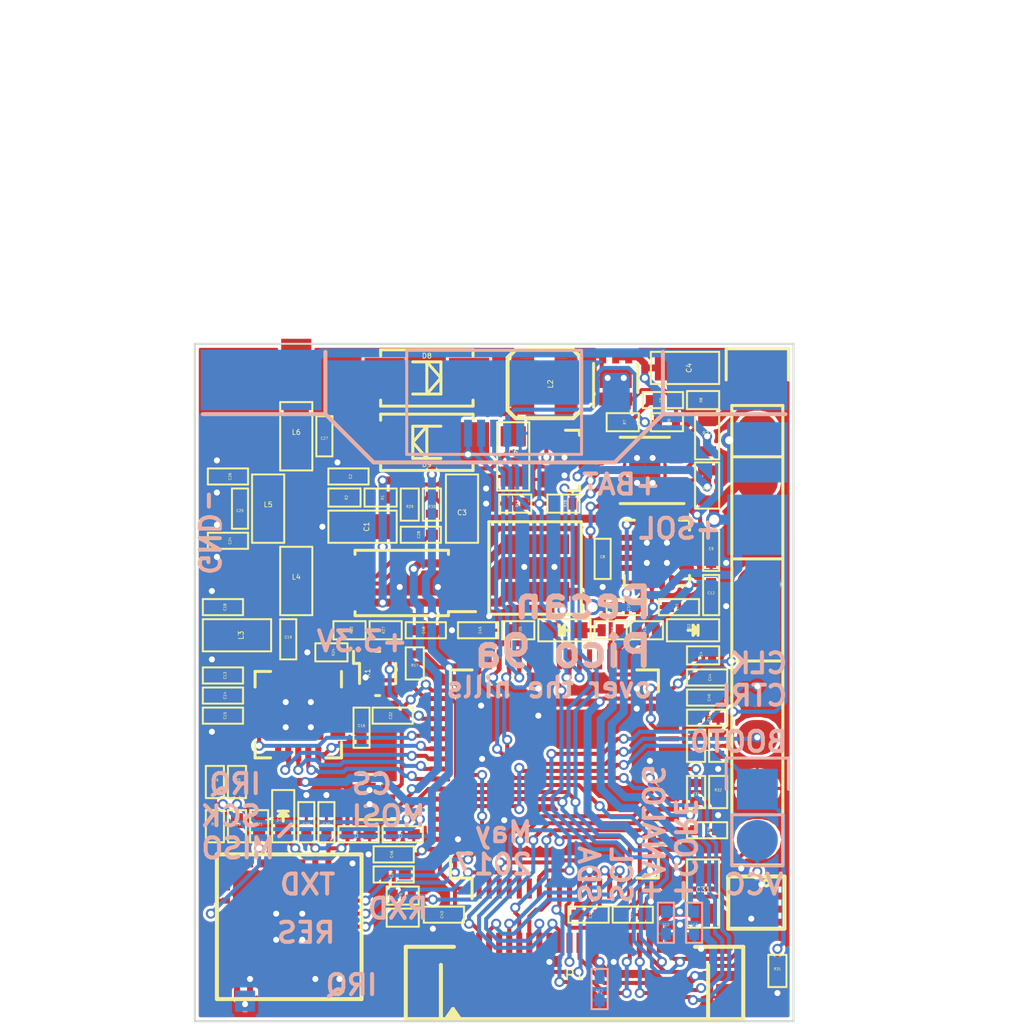
<source format=kicad_pcb>
(kicad_pcb (version 4) (host pcbnew 4.0.2+dfsg1-stable)
  (layers (0 F.Cu signal) (1 In1.Cu signal) (2 In2.Cu signal) (31 B.Cu signal) (34 B.Paste user) (35 F.Paste user) (36 B.SilkS user) (37 F.SilkS user) (38 B.Mask user) (39 F.Mask user) (44 Edge.Cuts user))
  (net 0 "")
  (net 1 +1V8)
  (net 2 GND)
  (net 3 /CLOCK_26M)
  (net 4 +SOL)
  (net 5 "Net-(C2-Pad1)")
  (net 6 "Net-(C5-Pad2)")
  (net 7 +3V3)
  (net 8 VDDA)
  (net 9 +1V35)
  (net 10 "Net-(C16-Pad2)")
  (net 11 "Net-(C19-Pad1)")
  (net 12 "Net-(C19-Pad2)")
  (net 13 "Net-(C28-Pad2)")
  (net 14 "Net-(C32-Pad2)")
  (net 15 +OSC)
  (net 16 "Net-(IC1-Pad3)")
  (net 17 /RADIO_SDN)
  (net 18 /RADIO_GPIO1)
  (net 19 /SPI_SCK)
  (net 20 /SPI_MISO)
  (net 21 /SPI_MOSI)
  (net 22 /RADIO_CS)
  (net 23 /I2C_SDA)
  (net 24 /CAM_D6)
  (net 25 /CAM_D9)
  (net 26 /CAM_D8)
  (net 27 /SWD_NRST)
  (net 28 /ADC_VSOL)
  (net 29 /ADC_VBAT)
  (net 30 /GPS_RXD)
  (net 31 /GPS_TXD)
  (net 32 /IO_TXD)
  (net 33 /I2C_SCL)
  (net 34 /SWD_SWCLK)
  (net 35 /SWD_SWDIO)
  (net 36 /CAM_XCLK)
  (net 37 /CAM_D3)
  (net 38 /CAM_D2)
  (net 39 /CAM_D4)
  (net 40 /CAM_D5)
  (net 41 /CAM_D7)
  (net 42 /SENSE_SOL-)
  (net 43 +BATT)
  (net 44 "Net-(D7-Pad1)")
  (net 45 "Net-(IC2-Pad1)")
  (net 46 /CAM_EN)
  (net 47 "Net-(IC6-Pad1)")
  (net 48 /GPS_RESET)
  (net 49 "Net-(IC6-Pad29)")
  (net 50 "Net-(IC6-Pad30)")
  (net 51 /USB_D-)
  (net 52 /USB_D+)
  (net 53 "Net-(D2-Pad2)")
  (net 54 "Net-(D3-Pad2)")
  (net 55 /SOL_SHORT_EN)
  (net 56 "Net-(C28-Pad1)")
  (net 57 "Net-(D8-Pad2)")
  (net 58 /ADC_VUSB)
  (net 59 "Net-(W6-Pad1)")
  (net 60 /BOOT0)
  (net 61 /V_BOOST)
  (net 62 /USB_VUSB)
  (net 63 /BATT_CONN)
  (net 64 "Net-(C24-Pad1)")
  (net 65 /VCC_GPS)
  (net 66 VDD)
  (net 67 "Net-(C25-Pad2)")
  (net 68 "Net-(C27-Pad2)")
  (net 69 "Net-(C51-Pad2)")
  (net 70 "Net-(R23-Pad2)")
  (net 71 "Net-(IC6-Pad31)")
  (net 72 /IO_LED2)
  (net 73 /IO_LED3)
  (net 74 /GPS_EN)
  (net 75 /CAM_RESET)
  (net 76 /CAM_HREF)
  (net 77 /CAM_VSYNC)
  (net 78 /CAM_PCLK)
  (module stm32f7:FFC1x24_0.5mm (layer F.Cu) (at 66 120.7)
    (fp_text reference P1 (at 0 1.6) (layer F.SilkS) (effects (font (size 0.5 0.5) (thickness 0.075))))
    (fp_text value CONN_01X25 hide)
    (pad 1 smd rect (at -5.75 0) (size 0.3 1) (layers F.Cu F.Paste F.Mask))
    (pad 2 smd rect (at -5.25 0) (size 0.3 1) (layers F.Cu F.Paste F.Mask))
    (pad 3 smd rect (at -4.75 0) (size 0.3 1) (layers F.Cu F.Paste F.Mask) (net 39 /CAM_D4))
    (pad 4 smd rect (at -4.25 0) (size 0.3 1) (layers F.Cu F.Paste F.Mask) (net 37 /CAM_D3))
    (pad 5 smd rect (at -3.75 0) (size 0.3 1) (layers F.Cu F.Paste F.Mask) (net 40 /CAM_D5))
    (pad 6 smd rect (at -3.25 0) (size 0.3 1) (layers F.Cu F.Paste F.Mask) (net 38 /CAM_D2))
    (pad 7 smd rect (at -2.75 0) (size 0.3 1) (layers F.Cu F.Paste F.Mask) (net 24 /CAM_D6))
    (pad 8 smd rect (at -2.25 0) (size 0.3 1) (layers F.Cu F.Paste F.Mask) (net 78 /CAM_PCLK))
    (pad 9 smd rect (at -1.75 0) (size 0.3 1) (layers F.Cu F.Paste F.Mask) (net 41 /CAM_D7))
    (pad 10 smd rect (at -1.25 0) (size 0.3 1) (layers F.Cu F.Paste F.Mask) (net 2 GND))
    (pad 11 smd rect (at -0.75 0) (size 0.3 1) (layers F.Cu F.Paste F.Mask) (net 26 /CAM_D8))
    (pad 12 smd rect (at -0.25 0) (size 0.3 1) (layers F.Cu F.Paste F.Mask) (net 36 /CAM_XCLK))
    (pad 13 smd rect (at 0.25 0) (size 0.3 1) (layers F.Cu F.Paste F.Mask) (net 25 /CAM_D9))
    (pad 14 smd rect (at 0.75 0) (size 0.3 1) (layers F.Cu F.Paste F.Mask) (net 9 +1V35))
    (pad 15 smd rect (at 1.25 0) (size 0.3 1) (layers F.Cu F.Paste F.Mask) (net 9 +1V35))
    (pad 16 smd rect (at 1.75 0) (size 0.3 1) (layers F.Cu F.Paste F.Mask) (net 76 /CAM_HREF))
    (pad 17 smd rect (at 2.25 0) (size 0.3 1) (layers F.Cu F.Paste F.Mask) (net 2 GND))
    (pad 18 smd rect (at 2.75 0) (size 0.3 1) (layers F.Cu F.Paste F.Mask) (net 77 /CAM_VSYNC))
    (pad 19 smd rect (at 3.25 0) (size 0.3 1) (layers F.Cu F.Paste F.Mask) (net 75 /CAM_RESET))
    (pad 20 smd rect (at 3.75 0) (size 0.3 1) (layers F.Cu F.Paste F.Mask) (net 33 /I2C_SCL))
    (pad 21 smd rect (at 4.25 0) (size 0.3 1) (layers F.Cu F.Paste F.Mask) (net 8 VDDA))
    (pad 22 smd rect (at 4.75 0) (size 0.3 1) (layers F.Cu F.Paste F.Mask) (net 23 /I2C_SDA))
    (pad 23 smd rect (at 5.25 0) (size 0.3 1) (layers F.Cu F.Paste F.Mask) (net 2 GND))
    (pad 24 smd rect (at 5.75 0) (size 0.3 1) (layers F.Cu F.Paste F.Mask))
    (pad 25 smd rect (at -8.05 2.7) (size 2 1.3) (layers F.Cu F.Paste F.Mask) (net 2 GND))
    (pad 25 smd rect (at 8.05 2.7) (size 2 1.3) (layers F.Cu F.Paste F.Mask) (net 2 GND))
  )
  (module stm32f7:EVA7M (layer F.Cu) (at 51.8 119.9 90)
    (fp_text reference IC6 hide)
    (fp_text value EVA-7M)
    (pad 1 smd rect (at -3.15 -2.6 90) (size 0.4 0.3) (layers F.Cu F.Paste F.Mask) (net 47 "Net-(IC6-Pad1)"))
    (pad 2 smd rect (at -3.15 -1.95 90) (size 0.4 0.3) (layers F.Cu F.Paste F.Mask) (net 2 GND))
    (pad 3 smd rect (at -3.15 -1.3 90) (size 0.4 0.3) (layers F.Cu F.Paste F.Mask))
    (pad 4 smd rect (at -3.15 -0.65 90) (size 0.4 0.3) (layers F.Cu F.Paste F.Mask))
    (pad 5 smd rect (at -3.15 0 90) (size 0.4 0.3) (layers F.Cu F.Paste F.Mask))
    (pad 6 smd rect (at -3.15 0.65 90) (size 0.4 0.3) (layers F.Cu F.Paste F.Mask))
    (pad 7 smd rect (at -3.15 1.3 90) (size 0.4 0.3) (layers F.Cu F.Paste F.Mask) (net 2 GND))
    (pad 8 smd rect (at -3.15 1.95 90) (size 0.4 0.3) (layers F.Cu F.Paste F.Mask))
    (pad 9 smd rect (at -3.15 2.6 90) (size 0.4 0.3) (layers F.Cu F.Paste F.Mask) (net 2 GND))
    (pad 11 smd rect (at -1.95 3.15 90) (size 0.3 0.4) (layers F.Cu F.Paste F.Mask))
    (pad 12 smd rect (at -1.3 3.15 90) (size 0.3 0.4) (layers F.Cu F.Paste F.Mask))
    (pad 13 smd rect (at -0.65 3.15 90) (size 0.3 0.4) (layers F.Cu F.Paste F.Mask))
    (pad 14 smd rect (at 0 3.15 90) (size 0.3 0.4) (layers F.Cu F.Paste F.Mask) (net 48 /GPS_RESET))
    (pad 15 smd rect (at 0.65 3.15 90) (size 0.3 0.4) (layers F.Cu F.Paste F.Mask) (net 31 /GPS_TXD))
    (pad 16 smd rect (at 1.3 3.15 90) (size 0.3 0.4) (layers F.Cu F.Paste F.Mask) (net 30 /GPS_RXD))
    (pad 17 smd rect (at 1.95 3.15 90) (size 0.3 0.4) (layers F.Cu F.Paste F.Mask))
    (pad 18 smd rect (at 2.6 3.15 90) (size 0.3 0.4) (layers F.Cu F.Paste F.Mask) (net 2 GND))
    (pad 19 smd rect (at 3.15 2.6 90) (size 0.4 0.3) (layers F.Cu F.Paste F.Mask) (net 65 /VCC_GPS))
    (pad 10 smd rect (at -2.6 3.15 90) (size 0.3 0.4) (layers F.Cu F.Paste F.Mask))
    (pad 20 smd rect (at 3.15 1.95 90) (size 0.4 0.3) (layers F.Cu F.Paste F.Mask) (net 65 /VCC_GPS))
    (pad 21 smd rect (at 3.15 1.3 90) (size 0.4 0.3) (layers F.Cu F.Paste F.Mask) (net 1 +1V8))
    (pad 22 smd rect (at 3.15 0.65 90) (size 0.4 0.3) (layers F.Cu F.Paste F.Mask))
    (pad 23 smd rect (at 3.15 0 90) (size 0.4 0.3) (layers F.Cu F.Paste F.Mask))
    (pad 24 smd rect (at 3.15 -0.65 90) (size 0.4 0.3) (layers F.Cu F.Paste F.Mask))
    (pad 25 smd rect (at 3.15 -1.3 90) (size 0.4 0.3) (layers F.Cu F.Paste F.Mask))
    (pad 26 smd rect (at 3.15 -1.95 90) (size 0.4 0.3) (layers F.Cu F.Paste F.Mask))
    (pad 27 smd rect (at 3.15 -2.6 90) (size 0.4 0.3) (layers F.Cu F.Paste F.Mask))
    (pad 28 smd rect (at 2.6 -3.15 90) (size 0.3 0.4) (layers F.Cu F.Paste F.Mask))
    (pad 29 smd rect (at 1.95 -3.15 90) (size 0.3 0.4) (layers F.Cu F.Paste F.Mask) (net 49 "Net-(IC6-Pad29)"))
    (pad 30 smd rect (at 1.3 -3.15 90) (size 0.3 0.4) (layers F.Cu F.Paste F.Mask) (net 50 "Net-(IC6-Pad30)"))
    (pad 31 smd rect (at 0.65 -3.15 90) (size 0.3 0.4) (layers F.Cu F.Paste F.Mask) (net 71 "Net-(IC6-Pad31)"))
    (pad 32 smd rect (at 0 -3.15 90) (size 0.3 0.4) (layers F.Cu F.Paste F.Mask))
    (pad 33 smd rect (at -0.65 -3.15 90) (size 0.3 0.4) (layers F.Cu F.Paste F.Mask))
    (pad 34 smd rect (at -1.3 -3.15 90) (size 0.3 0.4) (layers F.Cu F.Paste F.Mask))
    (pad 35 smd rect (at -1.95 -3.15 90) (size 0.3 0.4) (layers F.Cu F.Paste F.Mask))
    (pad 36 smd rect (at -2.6 -3.15 90) (size 0.3 0.4) (layers F.Cu F.Paste F.Mask))
    (pad 37 smd rect (at 0 0 90) (size 0.5 0.5) (layers F.Cu F.Paste F.Mask) (net 2 GND))
    (pad 37 smd rect (at -1.3 0 90) (size 0.5 0.5) (layers F.Cu F.Paste F.Mask) (net 2 GND))
    (pad 37 smd rect (at 0 -1.3 90) (size 0.5 0.5) (layers F.Cu F.Paste F.Mask) (net 2 GND))
    (pad 37 smd rect (at -1.3 -1.3 90) (size 0.5 0.5) (layers F.Cu F.Paste F.Mask) (net 2 GND))
    (pad 37 smd rect (at 0 1.3 90) (size 0.5 0.5) (layers F.Cu F.Paste F.Mask) (net 2 GND))
    (pad 37 smd rect (at -1.3 1.3 90) (size 0.5 0.5) (layers F.Cu F.Paste F.Mask) (net 2 GND))
    (pad 37 smd rect (at 1.3 1.3 90) (size 0.5 0.5) (layers F.Cu F.Paste F.Mask) (net 2 GND))
  )
  (module TO_SOT_Packages_SMD:SOT-23 (layer F.Cu) (at 65.6 96.7 270)
    (fp_text reference Q1 hide)
    (fp_text value FDN306P hide)
    (pad 1 smd rect (at -0.95 1.00076 270) (size 0.8001 0.8001) (layers F.Cu F.Paste F.Mask) (net 55 /SOL_SHORT_EN))
    (pad 2 smd rect (at 0.95 1.00076 270) (size 0.8001 0.8001) (layers F.Cu F.Paste F.Mask) (net 2 GND))
    (pad 3 smd rect (at 0 -0.99822 270) (size 0.8001 0.8001) (layers F.Cu F.Paste F.Mask) (net 42 /SENSE_SOL-))
  )
  (module stm32f7:C_0402 (layer F.Cu) (at 72.6 115.1 180)
    (fp_text reference C35 (at -0.1 0 270) (layer F.SilkS) (effects (font (size 0.127 0.127) (thickness 0.01875))))
    (fp_text value 100n)
    (pad 1 smd rect (at -0.55 0 180) (size 0.6 0.5) (layers F.Cu F.Paste F.Mask) (net 2 GND))
    (pad 2 smd rect (at 0.55 0 180) (size 0.6 0.5) (layers F.Cu F.Paste F.Mask) (net 1 +1V8))
  )
  (module stm32f7:R_0402 (layer F.Cu) (at 54.55 98.55 180)
    (fp_text reference R2 (at -0.1 0 270) (layer F.SilkS) (effects (font (size 0.127 0.127) (thickness 0.01875))))
    (fp_text value 100k)
    (pad 1 smd rect (at -0.45 0 180) (size 0.4 0.6) (layers F.Cu F.Paste F.Mask) (net 5 "Net-(C2-Pad1)"))
    (pad 2 smd rect (at 0.45 0 180) (size 0.4 0.6) (layers F.Cu F.Paste F.Mask) (net 2 GND))
  )
  (module stm32f7:RFN1L7S (layer F.Cu) (at 58.65 95.8 90)
    (fp_text reference D9 (at -1.1 0 180) (layer F.SilkS) (effects (font (size 0.25 0.25) (thickness 0.0375))))
    (fp_text value RFN1L7STE25)
    (pad 1 smd rect (at 0 -2.1 90) (size 2 2) (layers F.Cu F.Paste F.Mask) (net 57 "Net-(D8-Pad2)"))
    (pad 2 smd rect (at 0 2.1 90) (size 2 2) (layers F.Cu F.Paste F.Mask) (net 62 /USB_VUSB))
  )
  (module stm32f7:R_0402 (layer F.Cu) (at 63.05 98.85 180)
    (fp_text reference R13 (at -0.1 0 270) (layer F.SilkS) (effects (font (size 0.127 0.127) (thickness 0.01875))))
    (fp_text value N/A)
    (pad 1 smd rect (at -0.45 0 180) (size 0.4 0.6) (layers F.Cu F.Paste F.Mask) (net 55 /SOL_SHORT_EN))
    (pad 2 smd rect (at 0.45 0 180) (size 0.4 0.6) (layers F.Cu F.Paste F.Mask) (net 2 GND))
  )
  (module Housings_DFN_QFN:QFN-16-1EP_3x3mm_Pitch0.5mm (layer F.Cu) (at 70.1 101.3)
    (fp_text reference IC3 hide)
    (fp_text value ADP322ACPZ-115-R7 hide)
    (pad 1 smd oval (at -1.475 -0.75) (size 0.75 0.3) (layers F.Cu F.Paste F.Mask) (net 66 VDD))
    (pad 2 smd oval (at -1.475 -0.25) (size 0.75 0.3) (layers F.Cu F.Paste F.Mask) (net 66 VDD))
    (pad 3 smd oval (at -1.475 0.25) (size 0.75 0.3) (layers F.Cu F.Paste F.Mask) (net 66 VDD))
    (pad 4 smd oval (at -1.475 0.75) (size 0.75 0.3) (layers F.Cu F.Paste F.Mask))
    (pad 5 smd oval (at -0.75 1.475 90) (size 0.75 0.3) (layers F.Cu F.Paste F.Mask) (net 7 +3V3))
    (pad 6 smd oval (at -0.25 1.475 90) (size 0.75 0.3) (layers F.Cu F.Paste F.Mask) (net 8 VDDA))
    (pad 7 smd oval (at 0.25 1.475 90) (size 0.75 0.3) (layers F.Cu F.Paste F.Mask))
    (pad 8 smd oval (at 0.75 1.475 90) (size 0.75 0.3) (layers F.Cu F.Paste F.Mask) (net 9 +1V35))
    (pad 9 smd oval (at 1.475 0.75) (size 0.75 0.3) (layers F.Cu F.Paste F.Mask))
    (pad 10 smd oval (at 1.475 0.25) (size 0.75 0.3) (layers F.Cu F.Paste F.Mask) (net 66 VDD))
    (pad 11 smd oval (at 1.475 -0.25) (size 0.75 0.3) (layers F.Cu F.Paste F.Mask))
    (pad 12 smd oval (at 1.475 -0.75) (size 0.75 0.3) (layers F.Cu F.Paste F.Mask) (net 2 GND))
    (pad 13 smd oval (at 0.75 -1.475 90) (size 0.75 0.3) (layers F.Cu F.Paste F.Mask))
    (pad 14 smd oval (at 0.25 -1.475 90) (size 0.75 0.3) (layers F.Cu F.Paste F.Mask))
    (pad 15 smd oval (at -0.25 -1.475 90) (size 0.75 0.3) (layers F.Cu F.Paste F.Mask) (net 46 /CAM_EN))
    (pad 16 smd oval (at -0.75 -1.475 90) (size 0.75 0.3) (layers F.Cu F.Paste F.Mask) (net 46 /CAM_EN))
    (pad 17 smd rect (at 0.45 0.45) (size 0.9 0.9) (layers F.Cu F.Paste F.Mask) (net 2 GND))
    (pad 17 smd rect (at 0.45 -0.45) (size 0.9 0.9) (layers F.Cu F.Paste F.Mask) (net 2 GND))
    (pad 17 smd rect (at -0.45 0.45) (size 0.9 0.9) (layers F.Cu F.Paste F.Mask) (net 2 GND))
    (pad 17 smd rect (at -0.45 -0.45) (size 0.9 0.9) (layers F.Cu F.Paste F.Mask) (net 2 GND))
  )
  (module stm32f7:C_0402 (layer F.Cu) (at 67.4 101.6 270)
    (fp_text reference C8 (at -0.1 0 360) (layer F.SilkS) (effects (font (size 0.127 0.127) (thickness 0.01875))))
    (fp_text value 2u2)
    (pad 1 smd rect (at -0.55 0 270) (size 0.6 0.5) (layers F.Cu F.Paste F.Mask) (net 66 VDD))
    (pad 2 smd rect (at 0.55 0 270) (size 0.6 0.5) (layers F.Cu F.Paste F.Mask) (net 2 GND))
  )
  (module stm32f7:tcxo (layer F.Cu) (at 56.2 107.3 270)
    (fp_text reference X1 (at 0 0.5 270) (layer F.SilkS) (effects (font (size 0.25 0.25) (thickness 0.0375))))
    (fp_text value KT2016K26000BCW18ZAS)
    (pad 3 smd rect (at 0.9 -0.6 270) (size 0.6 0.8) (layers F.Cu F.Paste F.Mask) (net 3 /CLOCK_26M))
    (pad 2 smd rect (at 0.9 0.6 270) (size 0.6 0.8) (layers F.Cu F.Paste F.Mask) (net 2 GND))
    (pad 4 smd rect (at -0.9 -0.6 270) (size 0.6 0.8) (layers F.Cu F.Paste F.Mask) (net 15 +OSC))
    (pad 1 smd rect (at -0.9 0.6 270) (size 0.6 0.8) (layers F.Cu F.Paste F.Mask) (net 70 "Net-(R23-Pad2)"))
  )
  (module stm32f7:USB_Micro-B_SMD (layer B.Cu) (at 62 93.8)
    (fp_text reference P3 hide)
    (fp_text value "ZX62-B-5PA(33)" hide)
    (pad 1 smd rect (at -1.3 1.55 270) (size 1.35 0.4) (layers B.Cu B.Paste B.Mask) (net 62 /USB_VUSB))
    (pad 2 smd rect (at -0.65 1.55 270) (size 1.35 0.4) (layers B.Cu B.Paste B.Mask) (net 51 /USB_D-))
    (pad 3 smd rect (at 0 1.55 270) (size 1.35 0.4) (layers B.Cu B.Paste B.Mask) (net 52 /USB_D+))
    (pad 4 smd rect (at 0.65 1.55 270) (size 1.35 0.4) (layers B.Cu B.Paste B.Mask) (net 61 /V_BOOST))
    (pad 5 smd rect (at 1.3 1.55 270) (size 1.35 0.4) (layers B.Cu B.Paste B.Mask) (net 2 GND))
    (pad 6 smd rect (at 3.1 1.425) (size 2.1 1.6) (layers B.Cu B.Paste B.Mask) (net 2 GND))
    (pad 6 smd rect (at -3.1 1.425) (size 2.1 1.6) (layers B.Cu B.Paste B.Mask) (net 2 GND))
    (pad 6 smd rect (at -1.2 -1.125) (size 1.9 1.9) (layers B.Cu B.Paste B.Mask) (net 2 GND))
    (pad 6 smd rect (at 1.2 -1.125) (size 1.9 1.9) (layers B.Cu B.Paste B.Mask) (net 2 GND))
    (pad 6 smd rect (at -4 -1.125) (size 1.8 1.9) (layers B.Cu B.Paste B.Mask) (net 2 GND))
    (pad 6 smd rect (at 4 -1.125) (size 1.8 1.9) (layers B.Cu B.Paste B.Mask) (net 2 GND))
  )
  (module stm32f7:C_0805 (layer F.Cu) (at 72.4 118.25 270)
    (fp_text reference C31 (at -0.2 0 360) (layer F.SilkS) (effects (font (size 0.25 0.25) (thickness 0.0375))))
    (fp_text value 22u)
    (pad 1 smd rect (at -1 0 270) (size 1 1.25) (layers F.Cu F.Paste F.Mask) (net 2 GND))
    (pad 2 smd rect (at 1 0 270) (size 1 1.25) (layers F.Cu F.Paste F.Mask) (net 8 VDDA))
  )
  (module stm32f7:R_0402 (layer F.Cu) (at 57.8 98.9 90)
    (fp_text reference R29 (at -0.1 0 180) (layer F.SilkS) (effects (font (size 0.127 0.127) (thickness 0.01875))))
    (fp_text value 1k)
    (pad 1 smd rect (at -0.45 0 90) (size 0.4 0.6) (layers F.Cu F.Paste F.Mask) (net 56 "Net-(C28-Pad1)"))
    (pad 2 smd rect (at 0.45 0 90) (size 0.4 0.6) (layers F.Cu F.Paste F.Mask) (net 43 +BATT))
  )
  (module Housings_DFN_QFN:QFN-20-1EP_4x4mm_Pitch0.5mm (layer F.Cu) (at 52.25 109.35 270)
    (fp_text reference IC4 hide)
    (fp_text value Si4063-B1B-FM hide)
    (pad 1 smd rect (at -1.965 -1 270) (size 0.73 0.3) (layers F.Cu F.Paste F.Mask) (net 17 /RADIO_SDN))
    (pad 2 smd rect (at -1.965 -0.5 270) (size 0.73 0.3) (layers F.Cu F.Paste F.Mask))
    (pad 3 smd rect (at -1.965 0 270) (size 0.73 0.3) (layers F.Cu F.Paste F.Mask))
    (pad 4 smd rect (at -1.965 0.5 270) (size 0.73 0.3) (layers F.Cu F.Paste F.Mask) (net 12 "Net-(C19-Pad2)"))
    (pad 5 smd rect (at -1.965 1 270) (size 0.73 0.3) (layers F.Cu F.Paste F.Mask))
    (pad 6 smd rect (at -1 1.965) (size 0.73 0.3) (layers F.Cu F.Paste F.Mask) (net 1 +1V8))
    (pad 7 smd rect (at -0.5 1.965) (size 0.73 0.3) (layers F.Cu F.Paste F.Mask))
    (pad 8 smd rect (at 0 1.965) (size 0.73 0.3) (layers F.Cu F.Paste F.Mask) (net 1 +1V8))
    (pad 9 smd rect (at 0.5 1.965) (size 0.73 0.3) (layers F.Cu F.Paste F.Mask))
    (pad 10 smd rect (at 1 1.965) (size 0.73 0.3) (layers F.Cu F.Paste F.Mask) (net 18 /RADIO_GPIO1))
    (pad 11 smd rect (at 1.965 1 270) (size 0.73 0.3) (layers F.Cu F.Paste F.Mask))
    (pad 12 smd rect (at 1.965 0.5 270) (size 0.73 0.3) (layers F.Cu F.Paste F.Mask) (net 19 /SPI_SCK))
    (pad 13 smd rect (at 1.965 0 270) (size 0.73 0.3) (layers F.Cu F.Paste F.Mask) (net 20 /SPI_MISO))
    (pad 14 smd rect (at 1.965 -0.5 270) (size 0.73 0.3) (layers F.Cu F.Paste F.Mask) (net 21 /SPI_MOSI))
    (pad 15 smd rect (at 1.965 -1 270) (size 0.73 0.3) (layers F.Cu F.Paste F.Mask) (net 22 /RADIO_CS))
    (pad 16 smd rect (at 1 -1.965) (size 0.73 0.3) (layers F.Cu F.Paste F.Mask))
    (pad 17 smd rect (at 0.5 -1.965) (size 0.73 0.3) (layers F.Cu F.Paste F.Mask) (net 10 "Net-(C16-Pad2)"))
    (pad 18 smd rect (at 0 -1.965) (size 0.73 0.3) (layers F.Cu F.Paste F.Mask) (net 2 GND))
    (pad 19 smd rect (at -0.5 -1.965) (size 0.73 0.3) (layers F.Cu F.Paste F.Mask))
    (pad 20 smd rect (at -1 -1.965) (size 0.73 0.3) (layers F.Cu F.Paste F.Mask))
    (pad 21 smd rect (at 0.625 0.625 270) (size 1.25 1.25) (layers F.Cu F.Paste F.Mask) (net 2 GND))
    (pad 21 smd rect (at 0.625 -0.625 270) (size 1.25 1.25) (layers F.Cu F.Paste F.Mask) (net 2 GND))
    (pad 21 smd rect (at -0.625 0.625 270) (size 1.25 1.25) (layers F.Cu F.Paste F.Mask) (net 2 GND))
    (pad 21 smd rect (at -0.625 -0.625 270) (size 1.25 1.25) (layers F.Cu F.Paste F.Mask) (net 2 GND))
  )
  (module stm32f7:C_0402 (layer F.Cu) (at 52.65 114.7 90)
    (fp_text reference C23 (at -0.1 0 180) (layer F.SilkS) (effects (font (size 0.127 0.127) (thickness 0.01875))))
    (fp_text value 100n)
    (pad 1 smd rect (at -0.55 0 90) (size 0.6 0.5) (layers F.Cu F.Paste F.Mask) (net 1 +1V8))
    (pad 2 smd rect (at 0.55 0 90) (size 0.6 0.5) (layers F.Cu F.Paste F.Mask) (net 2 GND))
  )
  (module stm32f7:R_0402 (layer F.Cu) (at 53.9 106.25 180)
    (fp_text reference R24 (at -0.1 0 270) (layer F.SilkS) (effects (font (size 0.127 0.127) (thickness 0.01875))))
    (fp_text value 100k)
    (pad 1 smd rect (at -0.45 0 180) (size 0.4 0.6) (layers F.Cu F.Paste F.Mask) (net 70 "Net-(R23-Pad2)"))
    (pad 2 smd rect (at 0.45 0 180) (size 0.4 0.6) (layers F.Cu F.Paste F.Mask) (net 2 GND))
  )
  (module stm32f7:R_0603 (layer F.Cu) (at 72.6 95.5 270)
    (fp_text reference R22 (at -0.15 0 540) (layer F.SilkS) (effects (font (size 0.166 0.166) (thickness 0.025))))
    (fp_text value 0R1)
    (pad 1 smd rect (at -0.75 0 270) (size 0.5 0.9) (layers F.Cu F.Paste F.Mask) (net 43 +BATT))
    (pad 2 smd rect (at 0.75 0 270) (size 0.5 0.9) (layers F.Cu F.Paste F.Mask) (net 66 VDD))
  )
  (module stm32f7:PAD_6x3 (layer B.Cu) (at 50.4 96.3)
    (fp_text reference W10 hide)
    (fp_text value Pad hide)
    (pad 1 smd rect (at 0 0) (size 6 3) (layers B.Cu B.Mask) (net 2 GND))
  )
  (module stm32f7:C_0402 (layer F.Cu) (at 57.45 115.3)
    (fp_text reference C29 (at -0.1 0 90) (layer F.SilkS) (effects (font (size 0.127 0.127) (thickness 0.01875))))
    (fp_text value 100n)
    (pad 1 smd rect (at -0.55 0) (size 0.6 0.5) (layers F.Cu F.Paste F.Mask) (net 66 VDD))
    (pad 2 smd rect (at 0.55 0) (size 0.6 0.5) (layers F.Cu F.Paste F.Mask) (net 2 GND))
  )
  (module Housings_SSOP:TSSOP-8_4.4x3mm_Pitch0.65mm (layer F.Cu) (at 57.4 102.8 180)
    (fp_text reference IC1 hide)
    (fp_text value SPV1040T hide)
    (pad 1 smd rect (at -2.95 -0.975 180) (size 1.45 0.45) (layers F.Cu F.Paste F.Mask) (net 4 +SOL))
    (pad 2 smd rect (at -2.95 -0.325 180) (size 1.45 0.45) (layers F.Cu F.Paste F.Mask) (net 2 GND))
    (pad 3 smd rect (at -2.95 0.325 180) (size 1.45 0.45) (layers F.Cu F.Paste F.Mask) (net 16 "Net-(IC1-Pad3)"))
    (pad 4 smd rect (at -2.95 0.975 180) (size 1.45 0.45) (layers F.Cu F.Paste F.Mask) (net 66 VDD))
    (pad 5 smd rect (at 2.95 0.975 180) (size 1.45 0.45) (layers F.Cu F.Paste F.Mask) (net 5 "Net-(C2-Pad1)"))
    (pad 6 smd rect (at 2.95 0.325 180) (size 1.45 0.45) (layers F.Cu F.Paste F.Mask) (net 56 "Net-(C28-Pad1)"))
    (pad 7 smd rect (at 2.95 -0.325 180) (size 1.45 0.45) (layers F.Cu F.Paste F.Mask) (net 13 "Net-(C28-Pad2)"))
    (pad 8 smd rect (at 2.95 -0.975 180) (size 1.45 0.45) (layers F.Cu F.Paste F.Mask) (net 4 +SOL))
  )
  (module stm32f7:C_0402 (layer F.Cu) (at 56.95 109.4)
    (fp_text reference C32 (at -0.1 0 90) (layer F.SilkS) (effects (font (size 0.127 0.127) (thickness 0.01875))))
    (fp_text value 10nF)
    (pad 1 smd rect (at -0.55 0) (size 0.6 0.5) (layers F.Cu F.Paste F.Mask) (net 3 /CLOCK_26M))
    (pad 2 smd rect (at 0.55 0) (size 0.6 0.5) (layers F.Cu F.Paste F.Mask) (net 14 "Net-(C32-Pad2)"))
  )
  (module stm32f7:BME280 (layer F.Cu) (at 75.05 118.7)
    (fp_text reference IC9 hide)
    (fp_text value BME280 hide)
    (pad 8 smd rect (at -1.025 -0.975) (size 0.5 0.35) (layers F.Cu F.Paste F.Mask) (net 1 +1V8))
    (pad 7 smd rect (at -1.025 -0.325) (size 0.5 0.35) (layers F.Cu F.Paste F.Mask) (net 2 GND))
    (pad 6 smd rect (at -1.025 0.325) (size 0.5 0.35) (layers F.Cu F.Paste F.Mask) (net 1 +1V8))
    (pad 5 smd rect (at -1.025 0.975) (size 0.5 0.35) (layers F.Cu F.Paste F.Mask) (net 1 +1V8))
    (pad 1 smd rect (at 1.025 -0.975) (size 0.5 0.35) (layers F.Cu F.Paste F.Mask) (net 2 GND))
    (pad 2 smd rect (at 1.025 -0.325) (size 0.5 0.35) (layers F.Cu F.Paste F.Mask) (net 1 +1V8))
    (pad 3 smd rect (at 1.025 0.325) (size 0.5 0.35) (layers F.Cu F.Paste F.Mask) (net 23 /I2C_SDA))
    (pad 4 smd rect (at 1.025 0.975) (size 0.5 0.35) (layers F.Cu F.Paste F.Mask) (net 33 /I2C_SCL))
  )
  (module stm32f7:R_0402 (layer F.Cu) (at 58.05 106.8 90)
    (fp_text reference R17 (at -0.1 0 180) (layer F.SilkS) (effects (font (size 0.127 0.127) (thickness 0.01875))))
    (fp_text value 100k)
    (pad 1 smd rect (at -0.45 0 90) (size 0.4 0.6) (layers F.Cu F.Paste F.Mask) (net 17 /RADIO_SDN))
    (pad 2 smd rect (at 0.45 0 90) (size 0.4 0.6) (layers F.Cu F.Paste F.Mask) (net 1 +1V8))
  )
  (module stm32f7:R_0402 (layer F.Cu) (at 72.4 93.7)
    (fp_text reference R8 (at -0.1 0 90) (layer F.SilkS) (effects (font (size 0.127 0.127) (thickness 0.01875))))
    (fp_text value 250k)
    (pad 1 smd rect (at -0.45 0) (size 0.4 0.6) (layers F.Cu F.Paste F.Mask) (net 6 "Net-(C5-Pad2)"))
    (pad 2 smd rect (at 0.45 0) (size 0.4 0.6) (layers F.Cu F.Paste F.Mask) (net 2 GND))
  )
  (module stm32f7:C_0402 (layer F.Cu) (at 70.4 93.7)
    (fp_text reference C5 (at -0.1 0 90) (layer F.SilkS) (effects (font (size 0.127 0.127) (thickness 0.01875))))
    (fp_text value 22pF)
    (pad 1 smd rect (at -0.55 0) (size 0.6 0.5) (layers F.Cu F.Paste F.Mask) (net 1 +1V8))
    (pad 2 smd rect (at 0.55 0) (size 0.6 0.5) (layers F.Cu F.Paste F.Mask) (net 6 "Net-(C5-Pad2)"))
  )
  (module stm32f7:PAD_6x3 (layer B.Cu) (at 73.6 92.7 180)
    (fp_text reference W6 hide)
    (fp_text value Pad hide)
    (pad 1 smd rect (at 0 0 180) (size 6 3) (layers B.Cu B.Mask) (net 59 "Net-(W6-Pad1)"))
  )
  (module stm32f7:C_0805 (layer F.Cu) (at 55.45 100 180)
    (fp_text reference C1 (at -0.2 0 270) (layer F.SilkS) (effects (font (size 0.25 0.25) (thickness 0.0375))))
    (fp_text value 22u)
    (pad 1 smd rect (at -1 0 180) (size 1 1.25) (layers F.Cu F.Paste F.Mask) (net 4 +SOL))
    (pad 2 smd rect (at 1 0 180) (size 1 1.25) (layers F.Cu F.Paste F.Mask) (net 2 GND))
  )
  (module Housings_DFN_QFN:DFN-10-1EP_3x3mm_Pitch0.5mm (layer F.Cu) (at 69.5 97.2 180)
    (fp_text reference IC7 hide)
    (fp_text value PAC1720-1-AIA-TR hide)
    (pad 1 smd rect (at -1.55 -1 180) (size 0.65 0.3) (layers F.Cu F.Paste F.Mask) (net 4 +SOL))
    (pad 2 smd rect (at -1.55 -0.5 180) (size 0.65 0.3) (layers F.Cu F.Paste F.Mask) (net 42 /SENSE_SOL-))
    (pad 3 smd rect (at -1.55 0 180) (size 0.65 0.3) (layers F.Cu F.Paste F.Mask) (net 66 VDD))
    (pad 4 smd rect (at -1.55 0.5 180) (size 0.65 0.3) (layers F.Cu F.Paste F.Mask) (net 43 +BATT))
    (pad 5 smd rect (at -1.55 1 180) (size 0.65 0.3) (layers F.Cu F.Paste F.Mask) (net 2 GND))
    (pad 6 smd rect (at 1.55 1 180) (size 0.65 0.3) (layers F.Cu F.Paste F.Mask) (net 2 GND))
    (pad 7 smd rect (at 1.55 0.5 180) (size 0.65 0.3) (layers F.Cu F.Paste F.Mask))
    (pad 8 smd rect (at 1.55 0 180) (size 0.65 0.3) (layers F.Cu F.Paste F.Mask) (net 23 /I2C_SDA))
    (pad 9 smd rect (at 1.55 -0.5 180) (size 0.65 0.3) (layers F.Cu F.Paste F.Mask) (net 33 /I2C_SCL))
    (pad 10 smd rect (at 1.55 -1 180) (size 0.65 0.3) (layers F.Cu F.Paste F.Mask) (net 7 +3V3))
    (pad 11 smd rect (at 0.3875 0.62 180) (size 0.775 1.24) (layers F.Cu F.Paste F.Mask) (net 2 GND))
    (pad 11 smd rect (at 0.3875 -0.62 180) (size 0.775 1.24) (layers F.Cu F.Paste F.Mask) (net 2 GND))
    (pad 11 smd rect (at -0.3875 0.62 180) (size 0.775 1.24) (layers F.Cu F.Paste F.Mask) (net 2 GND))
    (pad 11 smd rect (at -0.3875 -0.62 180) (size 0.775 1.24) (layers F.Cu F.Paste F.Mask) (net 2 GND))
  )
  (module stm32f7:C_0402 (layer F.Cu) (at 58.35 100.4)
    (fp_text reference C28 (at -0.1 0 90) (layer F.SilkS) (effects (font (size 0.127 0.127) (thickness 0.01875))))
    (fp_text value 1u)
    (pad 1 smd rect (at -0.55 0) (size 0.6 0.5) (layers F.Cu F.Paste F.Mask) (net 56 "Net-(C28-Pad1)"))
    (pad 2 smd rect (at 0.55 0) (size 0.6 0.5) (layers F.Cu F.Paste F.Mask) (net 13 "Net-(C28-Pad2)"))
  )
  (module stm32f7:R_0402 (layer F.Cu) (at 58.9 98.9 90)
    (fp_text reference R30 (at -0.1 0 180) (layer F.SilkS) (effects (font (size 0.127 0.127) (thickness 0.01875))))
    (fp_text value 1k)
    (pad 1 smd rect (at -0.45 0 90) (size 0.4 0.6) (layers F.Cu F.Paste F.Mask) (net 13 "Net-(C28-Pad2)"))
    (pad 2 smd rect (at 0.45 0 90) (size 0.4 0.6) (layers F.Cu F.Paste F.Mask) (net 66 VDD))
  )
  (module stm32f7:C_0402 (layer F.Cu) (at 48.5 108.4 180)
    (fp_text reference C14 (at -0.1 0 270) (layer F.SilkS) (effects (font (size 0.127 0.127) (thickness 0.01875))))
    (fp_text value 100n)
    (pad 1 smd rect (at -0.55 0 180) (size 0.6 0.5) (layers F.Cu F.Paste F.Mask) (net 1 +1V8))
    (pad 2 smd rect (at 0.55 0 180) (size 0.6 0.5) (layers F.Cu F.Paste F.Mask) (net 2 GND))
  )
  (module stm32f7:C_0402 (layer F.Cu) (at 66.7 119.3 180)
    (fp_text reference C38 (at -0.1 0 270) (layer F.SilkS) (effects (font (size 0.127 0.127) (thickness 0.01875))))
    (fp_text value 10n)
    (pad 1 smd rect (at -0.55 0 180) (size 0.6 0.5) (layers F.Cu F.Paste F.Mask) (net 1 +1V8))
    (pad 2 smd rect (at 0.55 0 180) (size 0.6 0.5) (layers F.Cu F.Paste F.Mask) (net 2 GND))
  )
  (module stm32f7:R_0402 (layer F.Cu) (at 49.2 112.7 270)
    (fp_text reference R25 (at -0.1 0 360) (layer F.SilkS) (effects (font (size 0.127 0.127) (thickness 0.01875))))
    (fp_text value 4k7)
    (pad 1 smd rect (at -0.45 0 270) (size 0.4 0.6) (layers F.Cu F.Paste F.Mask) (net 1 +1V8))
    (pad 2 smd rect (at 0.45 0 270) (size 0.4 0.6) (layers F.Cu F.Paste F.Mask) (net 33 /I2C_SCL))
  )
  (module stm32f7:R_0402 (layer F.Cu) (at 67.8 105.15 180)
    (fp_text reference R11 (at -0.1 0 270) (layer F.SilkS) (effects (font (size 0.127 0.127) (thickness 0.01875))))
    (fp_text value 1k5)
    (pad 1 smd rect (at -0.45 0 180) (size 0.4 0.6) (layers F.Cu F.Paste F.Mask) (net 7 +3V3))
    (pad 2 smd rect (at 0.45 0 180) (size 0.4 0.6) (layers F.Cu F.Paste F.Mask) (net 54 "Net-(D3-Pad2)"))
  )
  (module stm32f7:C_0402 (layer F.Cu) (at 58.6 105.15)
    (fp_text reference C48 (at -0.1 0 90) (layer F.SilkS) (effects (font (size 0.127 0.127) (thickness 0.01875))))
    (fp_text value 100n)
    (pad 1 smd rect (at -0.55 0) (size 0.6 0.5) (layers F.Cu F.Paste F.Mask) (net 15 +OSC))
    (pad 2 smd rect (at 0.55 0) (size 0.6 0.5) (layers F.Cu F.Paste F.Mask) (net 2 GND))
  )
  (module stm32f7:R_0402 (layer F.Cu) (at 48.1 114.9 270)
    (fp_text reference R20 (at -0.1 0 360) (layer F.SilkS) (effects (font (size 0.127 0.127) (thickness 0.01875))))
    (fp_text value N/A)
    (pad 1 smd rect (at -0.45 0 270) (size 0.4 0.6) (layers F.Cu F.Paste F.Mask) (net 23 /I2C_SDA))
    (pad 2 smd rect (at 0.45 0 270) (size 0.4 0.6) (layers F.Cu F.Paste F.Mask) (net 50 "Net-(IC6-Pad30)"))
  )
  (module stm32f7:R_0402 (layer F.Cu) (at 50.3 114.9 270)
    (fp_text reference R21 (at -0.1 0 360) (layer F.SilkS) (effects (font (size 0.127 0.127) (thickness 0.01875))))
    (fp_text value 1k5)
    (pad 1 smd rect (at -0.45 0 270) (size 0.4 0.6) (layers F.Cu F.Paste F.Mask) (net 44 "Net-(D7-Pad1)"))
    (pad 2 smd rect (at 0.45 0 270) (size 0.4 0.6) (layers F.Cu F.Paste F.Mask) (net 71 "Net-(IC6-Pad31)"))
  )
  (module stm32f7:R_0402 (layer F.Cu) (at 48.1 112.7 270)
    (fp_text reference R26 (at -0.1 0 360) (layer F.SilkS) (effects (font (size 0.127 0.127) (thickness 0.01875))))
    (fp_text value 4k7)
    (pad 1 smd rect (at -0.45 0 270) (size 0.4 0.6) (layers F.Cu F.Paste F.Mask) (net 1 +1V8))
    (pad 2 smd rect (at 0.45 0 270) (size 0.4 0.6) (layers F.Cu F.Paste F.Mask) (net 23 /I2C_SDA))
  )
  (module Housings_DFN_QFN:DFN-6-1EP_2x2mm_Pitch0.65mm (layer F.Cu) (at 68.05 92.6 90)
    (fp_text reference IC2 hide)
    (fp_text value TPS62260DRVR hide)
    (pad 1 smd rect (at -1.05 -0.65 90) (size 0.65 0.35) (layers F.Cu F.Paste F.Mask) (net 45 "Net-(IC2-Pad1)"))
    (pad 2 smd rect (at -1.05 0 90) (size 0.65 0.35) (layers F.Cu F.Paste F.Mask) (net 2 GND))
    (pad 3 smd rect (at -1.05 0.65 90) (size 0.65 0.35) (layers F.Cu F.Paste F.Mask) (net 6 "Net-(C5-Pad2)"))
    (pad 4 smd rect (at 1.05 0.65 90) (size 0.65 0.35) (layers F.Cu F.Paste F.Mask) (net 66 VDD))
    (pad 5 smd rect (at 1.05 0 90) (size 0.65 0.35) (layers F.Cu F.Paste F.Mask) (net 66 VDD))
    (pad 6 smd rect (at 1.05 -0.65 90) (size 0.65 0.35) (layers F.Cu F.Paste F.Mask) (net 2 GND))
    (pad 7 smd rect (at 0 0.4 90) (size 1 0.8) (layers F.Cu F.Paste F.Mask) (net 2 GND))
    (pad 7 smd rect (at 0 -0.4 90) (size 1 0.8) (layers F.Cu F.Paste F.Mask) (net 2 GND))
  )
  (module stm32f7:C_0402 (layer F.Cu) (at 54.75 97.5 180)
    (fp_text reference C2 (at -0.1 0 270) (layer F.SilkS) (effects (font (size 0.127 0.127) (thickness 0.01875))))
    (fp_text value 1n)
    (pad 1 smd rect (at -0.55 0 180) (size 0.6 0.5) (layers F.Cu F.Paste F.Mask) (net 5 "Net-(C2-Pad1)"))
    (pad 2 smd rect (at 0.55 0 180) (size 0.6 0.5) (layers F.Cu F.Paste F.Mask) (net 2 GND))
  )
  (module stm32f7:C_0805 (layer F.Cu) (at 71.5 92.1 180)
    (fp_text reference C4 (at -0.2 0 270) (layer F.SilkS) (effects (font (size 0.25 0.25) (thickness 0.0375))))
    (fp_text value 10u)
    (pad 1 smd rect (at -1 0 180) (size 1 1.25) (layers F.Cu F.Paste F.Mask) (net 2 GND))
    (pad 2 smd rect (at 1 0 180) (size 1 1.25) (layers F.Cu F.Paste F.Mask) (net 66 VDD))
  )
  (module stm32f7:C_0805 (layer F.Cu) (at 62.95 96.5 270)
    (fp_text reference C6 (at -0.2 0 360) (layer F.SilkS) (effects (font (size 0.25 0.25) (thickness 0.0375))))
    (fp_text value 10u)
    (pad 1 smd rect (at -1 0 270) (size 1 1.25) (layers F.Cu F.Paste F.Mask) (net 1 +1V8))
    (pad 2 smd rect (at 1 0 270) (size 1 1.25) (layers F.Cu F.Paste F.Mask) (net 2 GND))
  )
  (module stm32f7:C_0402 (layer F.Cu) (at 72.8 101.2 270)
    (fp_text reference C9 (at -0.1 0 360) (layer F.SilkS) (effects (font (size 0.127 0.127) (thickness 0.01875))))
    (fp_text value 2u2)
    (pad 1 smd rect (at -0.55 0 270) (size 0.6 0.5) (layers F.Cu F.Paste F.Mask) (net 66 VDD))
    (pad 2 smd rect (at 0.55 0 270) (size 0.6 0.5) (layers F.Cu F.Paste F.Mask) (net 2 GND))
  )
  (module stm32f7:C_0402 (layer F.Cu) (at 68.6 104 180)
    (fp_text reference C10 (at -0.1 0 270) (layer F.SilkS) (effects (font (size 0.127 0.127) (thickness 0.01875))))
    (fp_text value 2u2)
    (pad 1 smd rect (at -0.55 0 180) (size 0.6 0.5) (layers F.Cu F.Paste F.Mask) (net 7 +3V3))
    (pad 2 smd rect (at 0.55 0 180) (size 0.6 0.5) (layers F.Cu F.Paste F.Mask) (net 2 GND))
  )
  (module stm32f7:C_0402 (layer F.Cu) (at 71.2 104)
    (fp_text reference C11 (at -0.1 0 90) (layer F.SilkS) (effects (font (size 0.127 0.127) (thickness 0.01875))))
    (fp_text value 2u2)
    (pad 1 smd rect (at -0.55 0) (size 0.6 0.5) (layers F.Cu F.Paste F.Mask) (net 8 VDDA))
    (pad 2 smd rect (at 0.55 0) (size 0.6 0.5) (layers F.Cu F.Paste F.Mask) (net 2 GND))
  )
  (module stm32f7:C_0402 (layer F.Cu) (at 72.8 103.4 270)
    (fp_text reference C12 (at -0.1 0 360) (layer F.SilkS) (effects (font (size 0.127 0.127) (thickness 0.01875))))
    (fp_text value 2u2)
    (pad 1 smd rect (at -0.55 0 270) (size 0.6 0.5) (layers F.Cu F.Paste F.Mask) (net 9 +1V35))
    (pad 2 smd rect (at 0.55 0 270) (size 0.6 0.5) (layers F.Cu F.Paste F.Mask) (net 2 GND))
  )
  (module stm32f7:C_0402 (layer F.Cu) (at 48.5 107.4 180)
    (fp_text reference C13 (at -0.1 0 270) (layer F.SilkS) (effects (font (size 0.127 0.127) (thickness 0.01875))))
    (fp_text value 2u2)
    (pad 1 smd rect (at -0.55 0 180) (size 0.6 0.5) (layers F.Cu F.Paste F.Mask) (net 1 +1V8))
    (pad 2 smd rect (at 0.55 0 180) (size 0.6 0.5) (layers F.Cu F.Paste F.Mask) (net 2 GND))
  )
  (module stm32f7:C_0402 (layer F.Cu) (at 48.5 109.4 180)
    (fp_text reference C15 (at -0.1 0 270) (layer F.SilkS) (effects (font (size 0.127 0.127) (thickness 0.01875))))
    (fp_text value 100p)
    (pad 1 smd rect (at -0.55 0 180) (size 0.6 0.5) (layers F.Cu F.Paste F.Mask) (net 1 +1V8))
    (pad 2 smd rect (at 0.55 0 180) (size 0.6 0.5) (layers F.Cu F.Paste F.Mask) (net 2 GND))
  )
  (module stm32f7:C_0402 (layer F.Cu) (at 55.4 110 270)
    (fp_text reference C16 (at -0.1 0 360) (layer F.SilkS) (effects (font (size 0.127 0.127) (thickness 0.01875))))
    (fp_text value 100p)
    (pad 1 smd rect (at -0.55 0 270) (size 0.6 0.5) (layers F.Cu F.Paste F.Mask) (net 3 /CLOCK_26M))
    (pad 2 smd rect (at 0.55 0 270) (size 0.6 0.5) (layers F.Cu F.Paste F.Mask) (net 10 "Net-(C16-Pad2)"))
  )
  (module stm32f7:C_0402 (layer F.Cu) (at 48.5 104 180)
    (fp_text reference C18 (at -0.1 0 270) (layer F.SilkS) (effects (font (size 0.127 0.127) (thickness 0.01875))))
    (fp_text value 470p)
    (pad 1 smd rect (at -0.55 0 180) (size 0.6 0.5) (layers F.Cu F.Paste F.Mask) (net 1 +1V8))
    (pad 2 smd rect (at 0.55 0 180) (size 0.6 0.5) (layers F.Cu F.Paste F.Mask) (net 2 GND))
  )
  (module stm32f7:C_0402 (layer F.Cu) (at 51.75 105.6 270)
    (fp_text reference C19 (at -0.1 0 360) (layer F.SilkS) (effects (font (size 0.127 0.127) (thickness 0.01875))))
    (fp_text value 470p)
    (pad 1 smd rect (at -0.55 0 270) (size 0.6 0.5) (layers F.Cu F.Paste F.Mask) (net 11 "Net-(C19-Pad1)"))
    (pad 2 smd rect (at 0.55 0 270) (size 0.6 0.5) (layers F.Cu F.Paste F.Mask) (net 12 "Net-(C19-Pad2)"))
  )
  (module stm32f7:C_0402 (layer F.Cu) (at 53.65 114.7 90)
    (fp_text reference C20 (at -0.1 0 180) (layer F.SilkS) (effects (font (size 0.127 0.127) (thickness 0.01875))))
    (fp_text value 100n)
    (pad 1 smd rect (at -0.55 0 90) (size 0.6 0.5) (layers F.Cu F.Paste F.Mask) (net 65 /VCC_GPS))
    (pad 2 smd rect (at 0.55 0 90) (size 0.6 0.5) (layers F.Cu F.Paste F.Mask) (net 2 GND))
  )
  (module stm32f7:C_0402 (layer B.Cu) (at 67.25 123 90)
    (fp_text reference C30 (at -0.1 0 360) (layer B.SilkS) (effects (font (size 0.127 0.127) (thickness 0.01875)) (justify mirror)))
    (fp_text value 100n)
    (pad 1 smd rect (at -0.55 0 90) (size 0.6 0.5) (layers B.Cu B.Paste B.Mask) (net 2 GND))
    (pad 2 smd rect (at 0.55 0 90) (size 0.6 0.5) (layers B.Cu B.Paste B.Mask) (net 9 +1V35))
  )
  (module stm32f7:C_0402 (layer B.Cu) (at 70.55 119.7 90)
    (fp_text reference C33 (at -0.1 0 360) (layer B.SilkS) (effects (font (size 0.127 0.127) (thickness 0.01875)) (justify mirror)))
    (fp_text value 100n)
    (pad 1 smd rect (at -0.55 0 90) (size 0.6 0.5) (layers B.Cu B.Paste B.Mask) (net 2 GND))
    (pad 2 smd rect (at 0.55 0 90) (size 0.6 0.5) (layers B.Cu B.Paste B.Mask) (net 8 VDDA))
  )
  (module stm32f7:C_0402 (layer B.Cu) (at 71.95 119.7 90)
    (fp_text reference C34 (at -0.1 0 360) (layer B.SilkS) (effects (font (size 0.127 0.127) (thickness 0.01875)) (justify mirror)))
    (fp_text value 100p)
    (pad 1 smd rect (at -0.55 0 90) (size 0.6 0.5) (layers B.Cu B.Paste B.Mask) (net 2 GND))
    (pad 2 smd rect (at 0.55 0 90) (size 0.6 0.5) (layers B.Cu B.Paste B.Mask) (net 8 VDDA))
  )
  (module stm32f7:C_0402 (layer F.Cu) (at 68.9 119.3)
    (fp_text reference C37 (at -0.1 0 90) (layer F.SilkS) (effects (font (size 0.127 0.127) (thickness 0.01875))))
    (fp_text value 2u2)
    (pad 1 smd rect (at -0.55 0) (size 0.6 0.5) (layers F.Cu F.Paste F.Mask) (net 1 +1V8))
    (pad 2 smd rect (at 0.55 0) (size 0.6 0.5) (layers F.Cu F.Paste F.Mask) (net 2 GND))
  )
  (module stm32f7:C_0402 (layer F.Cu) (at 72.6 108.5 180)
    (fp_text reference C40 (at -0.1 0 270) (layer F.SilkS) (effects (font (size 0.127 0.127) (thickness 0.01875))))
    (fp_text value 2u2)
    (pad 1 smd rect (at -0.55 0 180) (size 0.6 0.5) (layers F.Cu F.Paste F.Mask) (net 2 GND))
    (pad 2 smd rect (at 0.55 0 180) (size 0.6 0.5) (layers F.Cu F.Paste F.Mask) (net 1 +1V8))
  )
  (module stm32f7:C_0402 (layer F.Cu) (at 59.5 119.3)
    (fp_text reference C43 (at -0.1 0 90) (layer F.SilkS) (effects (font (size 0.127 0.127) (thickness 0.01875))))
    (fp_text value 100n)
    (pad 1 smd rect (at -0.55 0) (size 0.6 0.5) (layers F.Cu F.Paste F.Mask) (net 2 GND))
    (pad 2 smd rect (at 0.55 0) (size 0.6 0.5) (layers F.Cu F.Paste F.Mask) (net 1 +1V8))
  )
  (module stm32f7:C_0402 (layer F.Cu) (at 72.6 107.5 180)
    (fp_text reference C44 (at -0.140001 0 270) (layer F.SilkS) (effects (font (size 0.127 0.127) (thickness 0.01875))))
    (fp_text value 100n)
    (pad 1 smd rect (at -0.55 0 180) (size 0.6 0.5) (layers F.Cu F.Paste F.Mask) (net 2 GND))
    (pad 2 smd rect (at 0.55 0 180) (size 0.6 0.5) (layers F.Cu F.Paste F.Mask) (net 1 +1V8))
  )
  (module stm32f7:C_0402 (layer F.Cu) (at 61.2 105.15 180)
    (fp_text reference C45 (at -0.1 0 270) (layer F.SilkS) (effects (font (size 0.127 0.127) (thickness 0.01875))))
    (fp_text value 100n)
    (pad 1 smd rect (at -0.55 0 180) (size 0.6 0.5) (layers F.Cu F.Paste F.Mask) (net 2 GND))
    (pad 2 smd rect (at 0.55 0 180) (size 0.6 0.5) (layers F.Cu F.Paste F.Mask) (net 1 +1V8))
  )
  (module stm32f7:C_0402 (layer F.Cu) (at 57 116.3)
    (fp_text reference C46 (at -0.1 0 90) (layer F.SilkS) (effects (font (size 0.127 0.127) (thickness 0.01875))))
    (fp_text value 100n)
    (pad 1 smd rect (at -0.55 0) (size 0.6 0.5) (layers F.Cu F.Paste F.Mask) (net 2 GND))
    (pad 2 smd rect (at 0.55 0) (size 0.6 0.5) (layers F.Cu F.Paste F.Mask) (net 1 +1V8))
  )
  (module stm32f7:LED_0603 (layer F.Cu) (at 71.9 105.15 180)
    (fp_text reference D2 (at 0.2 0.2 270) (layer F.SilkS) (effects (font (size 0.127 0.127) (thickness 0.01875))))
    (fp_text value blue)
    (pad 2 smd rect (at 0.7493 0) (size 0.79756 0.79756) (layers F.Cu F.Paste F.Mask) (net 53 "Net-(D2-Pad2)"))
    (pad 1 smd rect (at -0.7493 0) (size 0.79756 0.79756) (layers F.Cu F.Paste F.Mask) (net 72 /IO_LED2))
  )
  (module stm32f7:LED_0603 (layer F.Cu) (at 65.5 105.15)
    (fp_text reference D3 (at 0.2 0.2 90) (layer F.SilkS) (effects (font (size 0.127 0.127) (thickness 0.01875))))
    (fp_text value green)
    (pad 2 smd rect (at 0.7493 0 180) (size 0.79756 0.79756) (layers F.Cu F.Paste F.Mask) (net 54 "Net-(D3-Pad2)"))
    (pad 1 smd rect (at -0.7493 0 180) (size 0.79756 0.79756) (layers F.Cu F.Paste F.Mask) (net 73 /IO_LED3))
  )
  (module stm32f7:LED_0603 (layer F.Cu) (at 51.5 114.4 270)
    (fp_text reference D7 (at 0.2 0.2 360) (layer F.SilkS) (effects (font (size 0.127 0.127) (thickness 0.01875))))
    (fp_text value red)
    (pad 2 smd rect (at 0.7493 0 90) (size 0.79756 0.79756) (layers F.Cu F.Paste F.Mask) (net 65 /VCC_GPS))
    (pad 1 smd rect (at -0.7493 0 90) (size 0.79756 0.79756) (layers F.Cu F.Paste F.Mask) (net 44 "Net-(D7-Pad1)"))
  )
  (module stm32f7:R_0402 (layer F.Cu) (at 56.35 98.55 180)
    (fp_text reference R1 (at -0.1 0 270) (layer F.SilkS) (effects (font (size 0.127 0.127) (thickness 0.01875))))
    (fp_text value 220k)
    (pad 1 smd rect (at -0.45 0 180) (size 0.4 0.6) (layers F.Cu F.Paste F.Mask) (net 66 VDD))
    (pad 2 smd rect (at 0.45 0 180) (size 0.4 0.6) (layers F.Cu F.Paste F.Mask) (net 5 "Net-(C2-Pad1)"))
  )
  (module stm32f7:R_0402 (layer F.Cu) (at 73.15 110.9 270)
    (fp_text reference R3 (at -0.1 0 360) (layer F.SilkS) (effects (font (size 0.127 0.127) (thickness 0.01875))))
    (fp_text value 22k)
    (pad 1 smd rect (at -0.45 0 270) (size 0.4 0.6) (layers F.Cu F.Paste F.Mask) (net 4 +SOL))
    (pad 2 smd rect (at 0.45 0 270) (size 0.4 0.6) (layers F.Cu F.Paste F.Mask) (net 28 /ADC_VSOL))
  )
  (module stm32f7:R_0402 (layer F.Cu) (at 72.05 110.9 90)
    (fp_text reference R4 (at -0.1 0 180) (layer F.SilkS) (effects (font (size 0.127 0.127) (thickness 0.01875))))
    (fp_text value 10k)
    (pad 1 smd rect (at -0.45 0 90) (size 0.4 0.6) (layers F.Cu F.Paste F.Mask) (net 28 /ADC_VSOL))
    (pad 2 smd rect (at 0.45 0 90) (size 0.4 0.6) (layers F.Cu F.Paste F.Mask) (net 2 GND))
  )
  (module stm32f7:R_0402 (layer F.Cu) (at 57.45 119.45 180)
    (fp_text reference R6 (at -0.1 0 270) (layer F.SilkS) (effects (font (size 0.127 0.127) (thickness 0.01875))))
    (fp_text value 10k)
    (pad 1 smd rect (at -0.45 0 180) (size 0.4 0.6) (layers F.Cu F.Paste F.Mask) (net 29 /ADC_VBAT))
    (pad 2 smd rect (at 0.45 0 180) (size 0.4 0.6) (layers F.Cu F.Paste F.Mask) (net 2 GND))
  )
  (module stm32f7:R_0402 (layer F.Cu) (at 68.4 94.8 180)
    (fp_text reference R7 (at -0.1 0 270) (layer F.SilkS) (effects (font (size 0.127 0.127) (thickness 0.01875))))
    (fp_text value 500k)
    (pad 1 smd rect (at -0.45 0 180) (size 0.4 0.6) (layers F.Cu F.Paste F.Mask) (net 1 +1V8))
    (pad 2 smd rect (at 0.45 0 180) (size 0.4 0.6) (layers F.Cu F.Paste F.Mask) (net 6 "Net-(C5-Pad2)"))
  )
  (module stm32f7:R_0603 (layer F.Cu) (at 72.6 97.95 90)
    (fp_text reference R18 (at -0.15 0 180) (layer F.SilkS) (effects (font (size 0.166 0.166) (thickness 0.025))))
    (fp_text value 0R1)
    (pad 1 smd rect (at -0.75 0 90) (size 0.5 0.9) (layers F.Cu F.Paste F.Mask) (net 4 +SOL))
    (pad 2 smd rect (at 0.75 0 90) (size 0.5 0.9) (layers F.Cu F.Paste F.Mask) (net 42 /SENSE_SOL-))
  )
  (module stm32f7:R_0402 (layer F.Cu) (at 56.6 105.15)
    (fp_text reference R27 (at -0.1 0 90) (layer F.SilkS) (effects (font (size 0.127 0.127) (thickness 0.01875))))
    (fp_text value 0R)
    (pad 1 smd rect (at -0.45 0) (size 0.4 0.6) (layers F.Cu F.Paste F.Mask) (net 1 +1V8))
    (pad 2 smd rect (at 0.45 0) (size 0.4 0.6) (layers F.Cu F.Paste F.Mask) (net 15 +OSC))
  )
  (module stm32f7:C_0805 (layer F.Cu) (at 60.4 99.1 90)
    (fp_text reference C3 (at -0.2 0 180) (layer F.SilkS) (effects (font (size 0.25 0.25) (thickness 0.0375))))
    (fp_text value 10u)
    (pad 1 smd rect (at -1 0 90) (size 1 1.25) (layers F.Cu F.Paste F.Mask) (net 66 VDD))
    (pad 2 smd rect (at 1 0 90) (size 1 1.25) (layers F.Cu F.Paste F.Mask) (net 2 GND))
  )
  (module stm32f7:R_0402 (layer F.Cu) (at 65.45 98.85 180)
    (fp_text reference R28 (at -0.1 0 270) (layer F.SilkS) (effects (font (size 0.127 0.127) (thickness 0.01875))))
    (fp_text value 100k)
    (pad 1 smd rect (at -0.45 0 180) (size 0.4 0.6) (layers F.Cu F.Paste F.Mask) (net 4 +SOL))
    (pad 2 smd rect (at 0.45 0 180) (size 0.4 0.6) (layers F.Cu F.Paste F.Mask) (net 55 /SOL_SHORT_EN))
  )
  (module stm32f7:R_0402 (layer F.Cu) (at 54.8 105.15 180)
    (fp_text reference R23 (at -0.1 0 270) (layer F.SilkS) (effects (font (size 0.127 0.127) (thickness 0.01875))))
    (fp_text value 100k)
    (pad 1 smd rect (at -0.45 0 180) (size 0.4 0.6) (layers F.Cu F.Paste F.Mask) (net 1 +1V8))
    (pad 2 smd rect (at 0.45 0 180) (size 0.4 0.6) (layers F.Cu F.Paste F.Mask) (net 70 "Net-(R23-Pad2)"))
  )
  (module stm32f7:LPS3015 (layer F.Cu) (at 64.5 92.9 180)
    (fp_text reference L2 (at -0.3 0 270) (layer F.SilkS) (effects (font (size 0.25 0.25) (thickness 0.0375))))
    (fp_text value LPS3015-222)
    (pad 1 smd rect (at -1.27 0 180) (size 0.762 2.54) (layers F.Cu F.Paste F.Mask) (net 45 "Net-(IC2-Pad1)"))
    (pad 2 smd rect (at 1.27 0 180) (size 0.762 2.54) (layers F.Cu F.Paste F.Mask) (net 1 +1V8))
    (pad 1 smd rect (at -0.9525 -1.397 180) (size 0.889 0.254) (layers F.Cu F.Paste F.Mask) (net 45 "Net-(IC2-Pad1)"))
    (pad 1 smd rect (at -0.9525 1.397 180) (size 0.889 0.254) (layers F.Cu F.Paste F.Mask) (net 45 "Net-(IC2-Pad1)"))
    (pad 2 smd rect (at 0.9525 -1.397 180) (size 0.889 0.254) (layers F.Cu F.Paste F.Mask) (net 1 +1V8))
    (pad 2 smd rect (at 0.9525 1.397 180) (size 0.889 0.254) (layers F.Cu F.Paste F.Mask) (net 1 +1V8))
    (pad 1 smd rect (at -0.6985 1.04775 180) (size 0.381 0.4445) (layers F.Cu F.Paste F.Mask) (net 45 "Net-(IC2-Pad1)"))
    (pad 2 smd rect (at 0.6985 1.04775 180) (size 0.381 0.4445) (layers F.Cu F.Paste F.Mask) (net 1 +1V8))
    (pad 2 smd rect (at 0.6985 -1.04775 180) (size 0.381 0.4445) (layers F.Cu F.Paste F.Mask) (net 1 +1V8))
    (pad 1 smd rect (at -0.6985 -1.04775 180) (size 0.381 0.4445) (layers F.Cu F.Paste F.Mask) (net 45 "Net-(IC2-Pad1)"))
    (pad 1 smd rect (at -1.397 1.27 225) (size 0.359156 0.359156) (layers F.Cu F.Paste F.Mask) (net 45 "Net-(IC2-Pad1)"))
    (pad 1 smd rect (at -1.397 -1.27 225) (size 0.359156 0.359156) (layers F.Cu F.Paste F.Mask) (net 45 "Net-(IC2-Pad1)"))
    (pad 2 smd rect (at 1.397 -1.27 225) (size 0.359156 0.359156) (layers F.Cu F.Paste F.Mask) (net 1 +1V8))
    (pad 2 smd rect (at 1.397 1.27 225) (size 0.359156 0.359156) (layers F.Cu F.Paste F.Mask) (net 1 +1V8))
    (pad 1 smd rect (at -0.889 0.8255 225) (size 0.538481 0.538481) (layers F.Cu F.Paste F.Mask) (net 45 "Net-(IC2-Pad1)"))
    (pad 1 smd rect (at -0.889 -0.8255 225) (size 0.538481 0.538481) (layers F.Cu F.Paste F.Mask) (net 45 "Net-(IC2-Pad1)"))
    (pad 2 smd rect (at 0.889 -0.8255 225) (size 0.538481 0.538481) (layers F.Cu F.Paste F.Mask) (net 1 +1V8))
    (pad 2 smd rect (at 0.889 0.8255 225) (size 0.538481 0.538481) (layers F.Cu F.Paste F.Mask) (net 1 +1V8))
  )
  (module stm32f7:R_0402 (layer F.Cu) (at 73.15 113.2 270)
    (fp_text reference R32 (at -0.1 0 360) (layer F.SilkS) (effects (font (size 0.127 0.127) (thickness 0.01875))))
    (fp_text value 10k)
    (pad 1 smd rect (at -0.45 0 270) (size 0.4 0.6) (layers F.Cu F.Paste F.Mask) (net 58 /ADC_VUSB))
    (pad 2 smd rect (at 0.45 0 270) (size 0.4 0.6) (layers F.Cu F.Paste F.Mask) (net 2 GND))
  )
  (module stm32f7:R_0402 (layer F.Cu) (at 72.05 113.2 90)
    (fp_text reference R33 (at -0.1 0 180) (layer F.SilkS) (effects (font (size 0.127 0.127) (thickness 0.01875))))
    (fp_text value 22k)
    (pad 1 smd rect (at -0.45 0 90) (size 0.4 0.6) (layers F.Cu F.Paste F.Mask) (net 62 /USB_VUSB))
    (pad 2 smd rect (at 0.45 0 90) (size 0.4 0.6) (layers F.Cu F.Paste F.Mask) (net 58 /ADC_VUSB))
  )
  (module stm32f7:PAD_6x3 (layer B.Cu) (at 50.4 92.7)
    (fp_text reference W8 hide)
    (fp_text value Pad hide)
    (pad 1 smd rect (at 0 0) (size 6 3) (layers B.Cu B.Mask) (net 59 "Net-(W6-Pad1)"))
  )
  (module stm32f7:PAD_3x3 (layer B.Cu) (at 75.1 99.9 180)
    (fp_text reference W7 hide)
    (fp_text value Pad hide)
    (pad 1 smd rect (at 0 0 180) (size 3 3) (layers B.Cu B.Mask) (net 4 +SOL))
  )
  (module stm32f7:R_0402 (layer F.Cu) (at 57.45 118.35)
    (fp_text reference R5 (at -0.1 0 90) (layer F.SilkS) (effects (font (size 0.127 0.127) (thickness 0.01875))))
    (fp_text value 22k)
    (pad 1 smd rect (at -0.45 0) (size 0.4 0.6) (layers F.Cu F.Paste F.Mask) (net 66 VDD))
    (pad 2 smd rect (at 0.45 0) (size 0.4 0.6) (layers F.Cu F.Paste F.Mask) (net 29 /ADC_VBAT))
  )
  (module stm32f7:Pin_Header_Straight_1x02_SMD (layer B.Cu) (at 75.1 113.06 180)
    (fp_text reference P5 hide)
    (fp_text value CONN_01X02 hide)
    (pad 1 smd rect (at 0 0 180) (size 2.032 2.032) (layers B.Cu B.Mask) (net 60 /BOOT0))
    (pad 2 smd oval (at 0 -2.54 180) (size 2.032 2.032) (layers B.Cu B.Mask) (net 1 +1V8))
  )
  (module Oddities:Dummy_Empty (layer F.Cu) (at 44.6 92.7)
    (fp_text reference REF** hide)
    (fp_text value Solar)
  )
  (module Oddities:Dummy_Empty (layer F.Cu) (at 39.6 92.7)
    (fp_text reference REF** hide)
    (fp_text value Solar)
  )
  (module Oddities:Dummy_Empty (layer F.Cu) (at 79.1 92.7)
    (fp_text reference REF** hide)
    (fp_text value Solar)
  )
  (module Oddities:Dummy_Empty (layer F.Cu) (at 84.1 92.7)
    (fp_text reference REF** hide)
    (fp_text value Solar)
  )
  (module stm32f7:R_0402 (layer F.Cu) (at 69.6 105.15)
    (fp_text reference R10 (at -0.1 0 90) (layer F.SilkS) (effects (font (size 0.127 0.127) (thickness 0.01875))))
    (fp_text value 1k5)
    (pad 1 smd rect (at -0.45 0) (size 0.4 0.6) (layers F.Cu F.Paste F.Mask) (net 7 +3V3))
    (pad 2 smd rect (at 0.45 0) (size 0.4 0.6) (layers F.Cu F.Paste F.Mask) (net 53 "Net-(D2-Pad2)"))
  )
  (module stm32f7:R_0402 (layer F.Cu) (at 63.2 105.15 180)
    (fp_text reference R35 (at -0.1 0 270) (layer F.SilkS) (effects (font (size 0.127 0.127) (thickness 0.01875))))
    (fp_text value 1k5)
    (pad 1 smd rect (at -0.45 0 180) (size 0.4 0.6) (layers F.Cu F.Paste F.Mask) (net 1 +1V8))
    (pad 2 smd rect (at 0.45 0 180) (size 0.4 0.6) (layers F.Cu F.Paste F.Mask) (net 52 /USB_D+))
  )
  (module stm32f7:R_0402 (layer F.Cu) (at 70.6 94.8 180)
    (fp_text reference R36 (at -0.1 0 270) (layer F.SilkS) (effects (font (size 0.127 0.127) (thickness 0.01875))))
    (fp_text value 250k)
    (pad 1 smd rect (at -0.45 0 180) (size 0.4 0.6) (layers F.Cu F.Paste F.Mask) (net 6 "Net-(C5-Pad2)"))
    (pad 2 smd rect (at 0.45 0 180) (size 0.4 0.6) (layers F.Cu F.Paste F.Mask) (net 61 /V_BOOST))
  )
  (module stm32f7:R_0402 (layer F.Cu) (at 49.2 114.9 270)
    (fp_text reference R19 (at -0.1 0 360) (layer F.SilkS) (effects (font (size 0.127 0.127) (thickness 0.01875))))
    (fp_text value N/A)
    (pad 1 smd rect (at -0.45 0 270) (size 0.4 0.6) (layers F.Cu F.Paste F.Mask) (net 33 /I2C_SCL))
    (pad 2 smd rect (at 0.45 0 270) (size 0.4 0.6) (layers F.Cu F.Paste F.Mask) (net 49 "Net-(IC6-Pad29)"))
  )
  (module stm32f7:R_0402 (layer F.Cu) (at 76.1 122.1 270)
    (fp_text reference R31 (at -0.1 0 360) (layer F.SilkS) (effects (font (size 0.127 0.127) (thickness 0.01875))))
    (fp_text value 100k)
    (pad 1 smd rect (at -0.45 0 270) (size 0.4 0.6) (layers F.Cu F.Paste F.Mask) (net 60 /BOOT0))
    (pad 2 smd rect (at 0.45 0 270) (size 0.4 0.6) (layers F.Cu F.Paste F.Mask) (net 2 GND))
  )
  (module stm32f7:C_0402 (layer F.Cu) (at 49.35 99.1 90)
    (fp_text reference C25 (at -0.1 0 180) (layer F.SilkS) (effects (font (size 0.127 0.127) (thickness 0.01875))))
    (fp_text value 470p)
    (pad 1 smd rect (at -0.55 0 90) (size 0.6 0.5) (layers F.Cu F.Paste F.Mask) (net 64 "Net-(C24-Pad1)"))
    (pad 2 smd rect (at 0.55 0 90) (size 0.6 0.5) (layers F.Cu F.Paste F.Mask) (net 67 "Net-(C25-Pad2)"))
  )
  (module stm32f7:C_0402 (layer F.Cu) (at 48.75 97.5 180)
    (fp_text reference C26 (at -0.1 0 270) (layer F.SilkS) (effects (font (size 0.127 0.127) (thickness 0.01875))))
    (fp_text value 22p)
    (pad 1 smd rect (at -0.55 0 180) (size 0.6 0.5) (layers F.Cu F.Paste F.Mask) (net 67 "Net-(C25-Pad2)"))
    (pad 2 smd rect (at 0.55 0 180) (size 0.6 0.5) (layers F.Cu F.Paste F.Mask) (net 2 GND))
  )
  (module stm32f7:C_0402 (layer F.Cu) (at 53.55 95.5 90)
    (fp_text reference C27 (at -0.1 0 180) (layer F.SilkS) (effects (font (size 0.127 0.127) (thickness 0.01875))))
    (fp_text value 470p)
    (pad 1 smd rect (at -0.55 0 90) (size 0.6 0.5) (layers F.Cu F.Paste F.Mask) (net 67 "Net-(C25-Pad2)"))
    (pad 2 smd rect (at 0.55 0 90) (size 0.6 0.5) (layers F.Cu F.Paste F.Mask) (net 68 "Net-(C27-Pad2)"))
  )
  (module stm32f7:C_0805 (layer F.Cu) (at 49.2 105.4 180)
    (fp_text reference L3 (at -0.2 0 270) (layer F.SilkS) (effects (font (size 0.25 0.25) (thickness 0.0375))))
    (fp_text value 470nH)
    (pad 1 smd rect (at -1 0 180) (size 1 1.25) (layers F.Cu F.Paste F.Mask) (net 12 "Net-(C19-Pad2)"))
    (pad 2 smd rect (at 1 0 180) (size 1 1.25) (layers F.Cu F.Paste F.Mask) (net 1 +1V8))
  )
  (module stm32f7:C_0805 (layer F.Cu) (at 52.15 102.7 270)
    (fp_text reference L4 (at -0.2 0 360) (layer F.SilkS) (effects (font (size 0.25 0.25) (thickness 0.0375))))
    (fp_text value 56n)
    (pad 1 smd rect (at -1 0 270) (size 1 1.25) (layers F.Cu F.Paste F.Mask) (net 64 "Net-(C24-Pad1)"))
    (pad 2 smd rect (at 1 0 270) (size 1 1.25) (layers F.Cu F.Paste F.Mask) (net 11 "Net-(C19-Pad1)"))
  )
  (module stm32f7:C_0805 (layer F.Cu) (at 50.75 99.1 270)
    (fp_text reference L5 (at -0.2 0 360) (layer F.SilkS) (effects (font (size 0.25 0.25) (thickness 0.0375))))
    (fp_text value 82n)
    (pad 1 smd rect (at -1 0 270) (size 1 1.25) (layers F.Cu F.Paste F.Mask) (net 67 "Net-(C25-Pad2)"))
    (pad 2 smd rect (at 1 0 270) (size 1 1.25) (layers F.Cu F.Paste F.Mask) (net 64 "Net-(C24-Pad1)"))
  )
  (module stm32f7:C_0805 (layer F.Cu) (at 52.15 95.5 270)
    (fp_text reference L6 (at -0.2 0 360) (layer F.SilkS) (effects (font (size 0.25 0.25) (thickness 0.0375))))
    (fp_text value 56n)
    (pad 1 smd rect (at -1 0 270) (size 1 1.25) (layers F.Cu F.Paste F.Mask) (net 68 "Net-(C27-Pad2)"))
    (pad 2 smd rect (at 1 0 270) (size 1 1.25) (layers F.Cu F.Paste F.Mask) (net 67 "Net-(C25-Pad2)"))
  )
  (module stm32f7:C_0402 (layer F.Cu) (at 48.75 100.7 180)
    (fp_text reference C24 (at -0.1 0 270) (layer F.SilkS) (effects (font (size 0.127 0.127) (thickness 0.01875))))
    (fp_text value 22p)
    (pad 1 smd rect (at -0.55 0 180) (size 0.6 0.5) (layers F.Cu F.Paste F.Mask) (net 64 "Net-(C24-Pad1)"))
    (pad 2 smd rect (at 0.55 0 180) (size 0.6 0.5) (layers F.Cu F.Paste F.Mask) (net 2 GND))
  )
  (module stm32f7:PAD_3x1.5 (layer F.Cu) (at 52.15 92.15 90)
    (fp_text reference W1 hide)
    (fp_text value Testpad)
    (pad 1 smd rect (at 0 0 90) (size 3 1.5) (layers F.Cu F.Mask) (net 68 "Net-(C27-Pad2)"))
  )
  (module Housings_DFN_QFN:DFN-6-1EP_2x2mm_Pitch0.5mm (layer F.Cu) (at 55.8 113.445 180)
    (fp_text reference IC8 hide)
    (fp_text value LDLN015PU33R hide)
    (pad 1 smd rect (at -0.925 -0.5 180) (size 0.7 0.25) (layers F.Cu F.Paste F.Mask) (net 66 VDD))
    (pad 2 smd rect (at -0.925 0 180) (size 0.7 0.25) (layers F.Cu F.Paste F.Mask))
    (pad 3 smd rect (at -0.925 0.5 180) (size 0.7 0.25) (layers F.Cu F.Paste F.Mask) (net 74 /GPS_EN))
    (pad 4 smd rect (at 0.925 0.5 180) (size 0.7 0.25) (layers F.Cu F.Paste F.Mask) (net 2 GND))
    (pad 5 smd rect (at 0.925 0 180) (size 0.7 0.25) (layers F.Cu F.Paste F.Mask))
    (pad 6 smd rect (at 0.925 -0.5 180) (size 0.7 0.25) (layers F.Cu F.Paste F.Mask) (net 65 /VCC_GPS))
    (pad 7 smd rect (at 0 0.355 180) (size 0.61 0.71) (layers F.Cu F.Paste F.Mask) (net 2 GND))
    (pad 7 smd rect (at 0 -0.355 180) (size 0.61 0.71) (layers F.Cu F.Paste F.Mask) (net 2 GND))
  )
  (module stm32f7:IPX_2mm (layer B.Cu) (at 49.6 122.075 270)
    (fp_text reference P6 hide)
    (fp_text value "IPX 2mm" hide)
    (pad 2 smd rect (at 0 1.475 270) (size 2.2 1.05) (layers B.Cu B.Paste B.Mask) (net 2 GND))
    (pad 2 smd rect (at 0 -1.475 270) (size 2.2 1.05) (layers B.Cu B.Paste B.Mask) (net 2 GND))
    (pad 1 smd rect (at 1.525 0 270) (size 1.05 1) (layers B.Cu B.Paste B.Mask) (net 47 "Net-(IC6-Pad1)"))
  )
  (module stm32f7:IPX_2mm (layer F.Cu) (at 49 93.4)
    (fp_text reference P4 hide)
    (fp_text value "IPX 2mm")
    (pad 2 smd rect (at 0 -1.475) (size 2.2 1.05) (layers F.Cu F.Paste F.Mask) (net 2 GND))
    (pad 2 smd rect (at 0 1.475) (size 2.2 1.05) (layers F.Cu F.Paste F.Mask) (net 2 GND))
    (pad 1 smd rect (at 1.525 0) (size 1.05 1) (layers F.Cu F.Paste F.Mask) (net 68 "Net-(C27-Pad2)"))
  )
  (module stm32f7:XAL4040 (layer F.Cu) (at 64.03647 102.054206 270)
    (fp_text reference L1 hide)
    (fp_text value XAL4040-103)
    (pad 1 smd rect (at -1.185 0 270) (size 0.98 3.4) (layers F.Cu F.Paste F.Mask) (net 16 "Net-(IC1-Pad3)"))
    (pad 2 smd rect (at 1.185 0 270) (size 0.98 3.4) (layers F.Cu F.Paste F.Mask) (net 4 +SOL))
  )
  (module stm32f7:C_0402 (layer F.Cu) (at 72.6 109.5 180)
    (fp_text reference C51 (at -0.1 0 270) (layer F.SilkS) (effects (font (size 0.127 0.127) (thickness 0.01875))))
    (fp_text value 2u2)
    (pad 1 smd rect (at -0.55 0 180) (size 0.6 0.5) (layers F.Cu F.Paste F.Mask) (net 2 GND))
    (pad 2 smd rect (at 0.55 0 180) (size 0.6 0.5) (layers F.Cu F.Paste F.Mask) (net 69 "Net-(C51-Pad2)"))
  )
  (module stm32f7:C_0402 (layer F.Cu) (at 57 117.3)
    (fp_text reference C39 (at -0.1 0 90) (layer F.SilkS) (effects (font (size 0.127 0.127) (thickness 0.01875))))
    (fp_text value 2u2)
    (pad 1 smd rect (at -0.55 0) (size 0.6 0.5) (layers F.Cu F.Paste F.Mask) (net 2 GND))
    (pad 2 smd rect (at 0.55 0) (size 0.6 0.5) (layers F.Cu F.Paste F.Mask) (net 1 +1V8))
  )
  (module stm32f7:C_0402 (layer F.Cu) (at 55.25 115.3)
    (fp_text reference C22 (at -0.1 0 90) (layer F.SilkS) (effects (font (size 0.127 0.127) (thickness 0.01875))))
    (fp_text value 2u2)
    (pad 1 smd rect (at -0.55 0) (size 0.6 0.5) (layers F.Cu F.Paste F.Mask) (net 65 /VCC_GPS))
    (pad 2 smd rect (at 0.55 0) (size 0.6 0.5) (layers F.Cu F.Paste F.Mask) (net 2 GND))
  )
  (module stm32f7:PAD_3x3 (layer B.Cu) (at 75.1 96.3)
    (fp_text reference W11 hide)
    (fp_text value Pad hide)
    (pad 1 smd rect (at 0 0) (size 3 3) (layers B.Cu B.Mask) (net 63 /BATT_CONN))
  )
  (module stm32f7:RFN1L7S (layer F.Cu) (at 58.65 92.6 270)
    (fp_text reference D8 (at -1.1 0 360) (layer F.SilkS) (effects (font (size 0.25 0.25) (thickness 0.0375))))
    (fp_text value RFN1L7STE25)
    (pad 1 smd rect (at 0 -2.1 270) (size 2 2) (layers F.Cu F.Paste F.Mask) (net 4 +SOL))
    (pad 2 smd rect (at 0 2.1 270) (size 2 2) (layers F.Cu F.Paste F.Mask) (net 57 "Net-(D8-Pad2)"))
  )
  (module stm32f7:R_0402 (layer F.Cu) (at 72.4 106.4)
    (fp_text reference R14 (at -0.1 0 90) (layer F.SilkS) (effects (font (size 0.127 0.127) (thickness 0.01875))))
    (fp_text value 100k)
    (pad 1 smd rect (at -0.45 0) (size 0.4 0.6) (layers F.Cu F.Paste F.Mask) (net 46 /CAM_EN))
    (pad 2 smd rect (at 0.45 0) (size 0.4 0.6) (layers F.Cu F.Paste F.Mask) (net 2 GND))
  )
  (module Housings_QFP:LQFP-64_10x10mm_Pitch0.5mm (layer F.Cu) (at 65 112.3 90)
    (fp_text reference IC5 hide)
    (fp_text value STM32F413xG hide)
    (pad 1 smd rect (at -5.7 -3.75 90) (size 1 0.25) (layers F.Cu F.Paste F.Mask) (net 1 +1V8))
    (pad 2 smd rect (at -5.7 -3.25 90) (size 1 0.25) (layers F.Cu F.Paste F.Mask) (net 48 /GPS_RESET))
    (pad 3 smd rect (at -5.7 -2.75 90) (size 1 0.25) (layers F.Cu F.Paste F.Mask))
    (pad 4 smd rect (at -5.7 -2.25 90) (size 1 0.25) (layers F.Cu F.Paste F.Mask))
    (pad 5 smd rect (at -5.7 -1.75 90) (size 1 0.25) (layers F.Cu F.Paste F.Mask) (net 14 "Net-(C32-Pad2)"))
    (pad 6 smd rect (at -5.7 -1.25 90) (size 1 0.25) (layers F.Cu F.Paste F.Mask))
    (pad 7 smd rect (at -5.7 -0.75 90) (size 1 0.25) (layers F.Cu F.Paste F.Mask) (net 27 /SWD_NRST))
    (pad 8 smd rect (at -5.7 -0.25 90) (size 1 0.25) (layers F.Cu F.Paste F.Mask) (net 78 /CAM_PCLK))
    (pad 9 smd rect (at -5.7 0.25 90) (size 1 0.25) (layers F.Cu F.Paste F.Mask) (net 77 /CAM_VSYNC))
    (pad 10 smd rect (at -5.7 0.75 90) (size 1 0.25) (layers F.Cu F.Paste F.Mask) (net 76 /CAM_HREF))
    (pad 11 smd rect (at -5.7 1.25 90) (size 1 0.25) (layers F.Cu F.Paste F.Mask) (net 29 /ADC_VBAT))
    (pad 12 smd rect (at -5.7 1.75 90) (size 1 0.25) (layers F.Cu F.Paste F.Mask) (net 2 GND))
    (pad 13 smd rect (at -5.7 2.25 90) (size 1 0.25) (layers F.Cu F.Paste F.Mask) (net 1 +1V8))
    (pad 14 smd rect (at -5.7 2.75 90) (size 1 0.25) (layers F.Cu F.Paste F.Mask) (net 38 /CAM_D2))
    (pad 15 smd rect (at -5.7 3.25 90) (size 1 0.25) (layers F.Cu F.Paste F.Mask) (net 37 /CAM_D3))
    (pad 16 smd rect (at -5.7 3.75 90) (size 1 0.25) (layers F.Cu F.Paste F.Mask) (net 39 /CAM_D4))
    (pad 17 smd rect (at -3.75 5.7 180) (size 1 0.25) (layers F.Cu F.Paste F.Mask) (net 40 /CAM_D5))
    (pad 18 smd rect (at -3.25 5.7 180) (size 1 0.25) (layers F.Cu F.Paste F.Mask) (net 2 GND))
    (pad 19 smd rect (at -2.75 5.7 180) (size 1 0.25) (layers F.Cu F.Paste F.Mask) (net 1 +1V8))
    (pad 20 smd rect (at -2.25 5.7 180) (size 1 0.25) (layers F.Cu F.Paste F.Mask) (net 24 /CAM_D6))
    (pad 21 smd rect (at -1.75 5.7 180) (size 1 0.25) (layers F.Cu F.Paste F.Mask) (net 41 /CAM_D7))
    (pad 22 smd rect (at -1.25 5.7 180) (size 1 0.25) (layers F.Cu F.Paste F.Mask) (net 26 /CAM_D8))
    (pad 23 smd rect (at -0.75 5.7 180) (size 1 0.25) (layers F.Cu F.Paste F.Mask) (net 25 /CAM_D9))
    (pad 24 smd rect (at -0.25 5.7 180) (size 1 0.25) (layers F.Cu F.Paste F.Mask) (net 58 /ADC_VUSB))
    (pad 25 smd rect (at 0.25 5.7 180) (size 1 0.25) (layers F.Cu F.Paste F.Mask) (net 75 /CAM_RESET))
    (pad 26 smd rect (at 0.75 5.7 180) (size 1 0.25) (layers F.Cu F.Paste F.Mask))
    (pad 27 smd rect (at 1.25 5.7 180) (size 1 0.25) (layers F.Cu F.Paste F.Mask) (net 28 /ADC_VSOL))
    (pad 28 smd rect (at 1.75 5.7 180) (size 1 0.25) (layers F.Cu F.Paste F.Mask))
    (pad 29 smd rect (at 2.25 5.7 180) (size 1 0.25) (layers F.Cu F.Paste F.Mask) (net 32 /IO_TXD))
    (pad 30 smd rect (at 2.75 5.7 180) (size 1 0.25) (layers F.Cu F.Paste F.Mask) (net 69 "Net-(C51-Pad2)"))
    (pad 31 smd rect (at 3.25 5.7 180) (size 1 0.25) (layers F.Cu F.Paste F.Mask) (net 2 GND))
    (pad 32 smd rect (at 3.75 5.7 180) (size 1 0.25) (layers F.Cu F.Paste F.Mask) (net 1 +1V8))
    (pad 33 smd rect (at 5.7 3.75 90) (size 1 0.25) (layers F.Cu F.Paste F.Mask))
    (pad 34 smd rect (at 5.7 3.25 90) (size 1 0.25) (layers F.Cu F.Paste F.Mask) (net 72 /IO_LED2))
    (pad 35 smd rect (at 5.7 2.75 90) (size 1 0.25) (layers F.Cu F.Paste F.Mask) (net 46 /CAM_EN))
    (pad 36 smd rect (at 5.7 2.25 90) (size 1 0.25) (layers F.Cu F.Paste F.Mask))
    (pad 37 smd rect (at 5.7 1.75 90) (size 1 0.25) (layers F.Cu F.Paste F.Mask))
    (pad 38 smd rect (at 5.7 1.25 90) (size 1 0.25) (layers F.Cu F.Paste F.Mask) (net 55 /SOL_SHORT_EN))
    (pad 39 smd rect (at 5.7 0.75 90) (size 1 0.25) (layers F.Cu F.Paste F.Mask) (net 61 /V_BOOST))
    (pad 40 smd rect (at 5.7 0.25 90) (size 1 0.25) (layers F.Cu F.Paste F.Mask) (net 73 /IO_LED3))
    (pad 41 smd rect (at 5.7 -0.25 90) (size 1 0.25) (layers F.Cu F.Paste F.Mask) (net 36 /CAM_XCLK))
    (pad 42 smd rect (at 5.7 -0.75 90) (size 1 0.25) (layers F.Cu F.Paste F.Mask) (net 1 +1V8))
    (pad 43 smd rect (at 5.7 -1.25 90) (size 1 0.25) (layers F.Cu F.Paste F.Mask) (net 2 GND))
    (pad 44 smd rect (at 5.7 -1.75 90) (size 1 0.25) (layers F.Cu F.Paste F.Mask) (net 51 /USB_D-))
    (pad 45 smd rect (at 5.7 -2.25 90) (size 1 0.25) (layers F.Cu F.Paste F.Mask) (net 52 /USB_D+))
    (pad 46 smd rect (at 5.7 -2.75 90) (size 1 0.25) (layers F.Cu F.Paste F.Mask) (net 35 /SWD_SWDIO))
    (pad 47 smd rect (at 5.7 -3.25 90) (size 1 0.25) (layers F.Cu F.Paste F.Mask) (net 2 GND))
    (pad 48 smd rect (at 5.7 -3.75 90) (size 1 0.25) (layers F.Cu F.Paste F.Mask) (net 1 +1V8))
    (pad 49 smd rect (at 3.75 -5.7 180) (size 1 0.25) (layers F.Cu F.Paste F.Mask) (net 34 /SWD_SWCLK))
    (pad 50 smd rect (at 3.25 -5.7 180) (size 1 0.25) (layers F.Cu F.Paste F.Mask) (net 17 /RADIO_SDN))
    (pad 51 smd rect (at 2.75 -5.7 180) (size 1 0.25) (layers F.Cu F.Paste F.Mask) (net 15 +OSC))
    (pad 52 smd rect (at 2.25 -5.7 180) (size 1 0.25) (layers F.Cu F.Paste F.Mask) (net 74 /GPS_EN))
    (pad 53 smd rect (at 1.75 -5.7 180) (size 1 0.25) (layers F.Cu F.Paste F.Mask) (net 18 /RADIO_GPIO1))
    (pad 54 smd rect (at 1.25 -5.7 180) (size 1 0.25) (layers F.Cu F.Paste F.Mask) (net 22 /RADIO_CS))
    (pad 55 smd rect (at 0.75 -5.7 180) (size 1 0.25) (layers F.Cu F.Paste F.Mask) (net 19 /SPI_SCK))
    (pad 56 smd rect (at 0.25 -5.7 180) (size 1 0.25) (layers F.Cu F.Paste F.Mask) (net 20 /SPI_MISO))
    (pad 57 smd rect (at -0.25 -5.7 180) (size 1 0.25) (layers F.Cu F.Paste F.Mask) (net 21 /SPI_MOSI))
    (pad 58 smd rect (at -0.75 -5.7 180) (size 1 0.25) (layers F.Cu F.Paste F.Mask) (net 33 /I2C_SCL))
    (pad 59 smd rect (at -1.25 -5.7 180) (size 1 0.25) (layers F.Cu F.Paste F.Mask) (net 23 /I2C_SDA))
    (pad 60 smd rect (at -1.75 -5.7 180) (size 1 0.25) (layers F.Cu F.Paste F.Mask) (net 60 /BOOT0))
    (pad 61 smd rect (at -2.25 -5.7 180) (size 1 0.25) (layers F.Cu F.Paste F.Mask) (net 30 /GPS_RXD))
    (pad 62 smd rect (at -2.75 -5.7 180) (size 1 0.25) (layers F.Cu F.Paste F.Mask) (net 31 /GPS_TXD))
    (pad 63 smd rect (at -3.25 -5.7 180) (size 1 0.25) (layers F.Cu F.Paste F.Mask) (net 2 GND))
    (pad 64 smd rect (at -3.75 -5.7 180) (size 1 0.25) (layers F.Cu F.Paste F.Mask) (net 1 +1V8))
  )
  (module stm32f7:Pin_Header_Straight_1x10 (layer F.Cu) (at 75.1 92.7)
    (fp_text reference P2 hide)
    (fp_text value CONN_01X10 hide)
    (pad 1 smd rect (at 0 0) (size 2.032 1.7272) (layers F.Cu F.Mask) (net 43 +BATT))
    (pad 2 smd oval (at 0 2.54) (size 2.032 1.7272) (layers F.Cu F.Mask) (net 63 /BATT_CONN))
    (pad 3 smd oval (at 0 5.08) (size 2.032 1.7272) (layers F.Cu F.Mask) (net 4 +SOL))
    (pad 4 smd oval (at 0 7.62) (size 2.032 1.7272) (layers F.Cu F.Mask) (net 2 GND))
    (pad 5 smd oval (at 0 10.16) (size 2.032 1.7272) (layers F.Cu F.Mask) (net 32 /IO_TXD))
    (pad 6 smd oval (at 0 12.7) (size 2.032 1.7272) (layers F.Cu F.Mask) (net 2 GND))
    (pad 7 smd oval (at 0 15.24) (size 2.032 1.7272) (layers F.Cu F.Mask) (net 27 /SWD_NRST))
    (pad 8 smd oval (at 0 17.78) (size 2.032 1.7272) (layers F.Cu F.Mask) (net 35 /SWD_SWDIO))
    (pad 9 smd oval (at 0 20.32) (size 2.032 1.7272) (layers F.Cu F.Mask) (net 2 GND))
    (pad 10 smd oval (at 0 22.86) (size 2.032 1.7272) (layers F.Cu F.Mask) (net 34 /SWD_SWCLK))
  )
  (gr_text "May\n2017" (at 64 116) (layer B.SilkS) (effects (font (size 1 1) (thickness 0.2)) (justify left mirror)))
  (gr_text VCC (at 76.5 117.8) (layer B.SilkS) (effects (font (size 1 1) (thickness 0.2)) (justify left mirror)))
  (gr_line (start 76.9 90.9) (end 47.1 90.9) (layer Edge.Cuts) (width 0.1))
  (gr_line (start 47.1 124.6) (end 76.9 124.6) (layer Edge.Cuts) (width 0.1))
  (gr_text "Pecan\nPico 9a" (at 70 105) (layer B.SilkS) (effects (font (size 1.5 1.5) (thickness 0.3)) (justify left mirror)))
  (gr_line (start 47.8 98.4) (end 47.8 99) (layer B.SilkS) (width 0.2))
  (gr_line (start 53.6 94.4) (end 56 96.8) (layer B.SilkS) (width 0.2))
  (gr_line (start 70.4 94.4) (end 68 96.8) (layer B.SilkS) (width 0.2))
  (gr_line (start 56 96.8) (end 68 96.8) (layer B.SilkS) (width 0.2))
  (gr_text RXD (at 55.6 119) (layer B.SilkS) (effects (font (size 1 1) (thickness 0.2)) (justify right mirror)))
  (gr_text +3.3V (at 57.8 105.7) (layer B.SilkS) (effects (font (size 1 1) (thickness 0.2)) (justify left mirror)))
  (gr_line (start 47.1 124.6) (end 47.1 90.9) (layer Edge.Cuts) (width 0.1))
  (gr_line (start 76.327 106.68) (end 73.8505 106.68) (layer F.SilkS) (width 0.15))
  (gr_line (start 76.327 101.6) (end 73.8505 101.6) (layer F.SilkS) (width 0.15))
  (gr_line (start 76.327 96.52) (end 73.8505 96.52) (layer F.SilkS) (width 0.15))
  (gr_text GND (at 47.8 99.2 270) (layer B.SilkS) (effects (font (size 1 1) (thickness 0.2)) (justify right mirror)))
  (gr_line (start 76.9 90.9) (end 76.9 124.6) (layer Edge.Cuts) (width 0.1))
  (gr_text +ANALOG (at 69.9 118.85 270) (layer B.SilkS) (effects (font (size 1 1) (thickness 0.2)) (justify left mirror)))
  (gr_line (start 51.9 114.8) (end 51.3 115.4) (layer B.SilkS) (width 0.2))
  (gr_text TXD (at 54.2 117.8) (layer B.SilkS) (effects (font (size 1 1) (thickness 0.2)) (justify left mirror)))
  (gr_text MISO (at 51.2 116) (layer B.SilkS) (effects (font (size 1 1) (thickness 0.2)) (justify left mirror)))
  (gr_text +CORE (at 71.5 118.85 270) (layer B.SilkS) (effects (font (size 1 1) (thickness 0.2)) (justify left mirror)))
  (gr_text "CLK\nCTRL" (at 76.7 107.6) (layer B.SilkS) (effects (font (size 1 1) (thickness 0.2)) (justify left mirror)))
  (gr_text SCL (at 68.3 118.85 270) (layer B.SilkS) (effects (font (size 1 1) (thickness 0.2)) (justify left mirror)))
  (gr_text SDA (at 66.7 118.85 270) (layer B.SilkS) (effects (font (size 1 1) (thickness 0.2)) (justify left mirror)))
  (gr_text IRQ (at 54.9 122.8) (layer B.SilkS) (effects (font (size 1 1) (thickness 0.2)) (justify mirror)))
  (gr_text RES (at 54.2 120.2) (layer B.SilkS) (effects (font (size 1 1) (thickness 0.2)) (justify left mirror)))
  (gr_text CS (at 54.8 112.8) (layer B.SilkS) (effects (font (size 1 1) (thickness 0.2)) (justify right mirror)))
  (gr_text MOSI (at 54.8 114.4) (layer B.SilkS) (effects (font (size 1 1) (thickness 0.2)) (justify right mirror)))
  (gr_text SCK (at 50.5 114.4) (layer B.SilkS) (effects (font (size 1 1) (thickness 0.2)) (justify left mirror)))
  (gr_text IRQ (at 50.5 112.8) (layer B.SilkS) (effects (font (size 1 1) (thickness 0.2)) (justify left mirror)))
  (gr_text "over the hills" (at 70 108) (layer B.SilkS) (effects (font (size 1 1) (thickness 0.2)) (justify left mirror)))
  (gr_line (start 70.4 94.4) (end 70.4 91.3) (layer B.SilkS) (width 0.2))
  (gr_line (start 70.4 94.4) (end 76.5 94.4) (layer B.SilkS) (width 0.2))
  (gr_line (start 53.6 94.4) (end 53.6 91.3) (layer B.SilkS) (width 0.2))
  (gr_line (start 53.6 94.4) (end 47.5 94.4) (layer B.SilkS) (width 0.2))
  (gr_text +SOL (at 73.4 100.1) (layer B.SilkS) (effects (font (size 1 1) (thickness 0.2)) (justify left mirror)))
  (gr_text +BAT (at 70.4 97.9) (layer B.SilkS) (effects (font (size 1 1) (thickness 0.2)) (justify left mirror)))
  (gr_text BOOT0 (at 76.7 110.7) (layer B.SilkS) (effects (font (size 1 1) (thickness 0.2)) (justify left mirror)))
  (segment (start 61 107.5) (end 61.6 108.1) (width 0.4) (layer F.Cu) (net 1))
  (segment (start 61.6 108.1) (end 63.35 108.1) (width 0.4) (layer F.Cu) (net 1))
  (segment (start 63.35 108.1) (end 64 108.75) (width 0.4) (layer F.Cu) (net 1))
  (segment (start 64 108.75) (end 64.7 108.75) (width 0.4) (layer F.Cu) (net 1))
  (segment (start 67.2 108.75) (end 64.7 108.75) (width 0.4) (layer F.Cu) (net 1))
  (segment (start 64.7 107.832096) (end 64.7 108.75) (width 0.2) (layer F.Cu) (net 1))
  (segment (start 67.25 108.7) (end 67.2 108.75) (width 0.4) (layer F.Cu) (net 1))
  (segment (start 64.7 107.832096) (end 64.25 107.382096) (width 0.2) (layer F.Cu) (net 1))
  (segment (start 64.25 107.382096) (end 64.25 106.6) (width 0.2) (layer F.Cu) (net 1))
  (segment (start 69.25 115.6) (end 68.55 114.9) (width 0.4) (layer B.Cu) (net 1))
  (segment (start 68.55 114.9) (end 67.363478 114.9) (width 0.4) (layer B.Cu) (net 1))
  (segment (start 67.363478 114.9) (end 66.65 114.186522) (width 0.4) (layer B.Cu) (net 1))
  (segment (start 66.65 114.186522) (end 66.65 109.3) (width 0.4) (layer B.Cu) (net 1))
  (segment (start 66.65 109.3) (end 67.25 108.7) (width 0.4) (layer B.Cu) (net 1))
  (segment (start 70.7 115.05) (end 69.8 115.05) (width 0.2) (layer F.Cu) (net 1))
  (segment (start 69.8 115.05) (end 69.25 115.6) (width 0.2) (layer F.Cu) (net 1))
  (segment (start 69.24901 118.2) (end 69.24901 115.60099) (width 0.2) (layer F.Cu) (net 1))
  (segment (start 69.24901 115.60099) (end 69.25 115.6) (width 0.2) (layer F.Cu) (net 1))
  (segment (start 58.899001 115.4) (end 58.899001 115.600999) (width 0.4) (layer B.Cu) (net 1))
  (segment (start 58.899001 115.600999) (end 58.4 116.1) (width 0.4) (layer B.Cu) (net 1))
  (segment (start 57.55 117.3) (end 57.55 116.3) (width 0.2) (layer F.Cu) (net 1))
  (segment (start 57.55 116.3) (end 58.2 116.3) (width 0.2) (layer F.Cu) (net 1))
  (segment (start 58.2 116.3) (end 58.4 116.1) (width 0.2) (layer F.Cu) (net 1))
  (via (at 58.4 116.1) (size 0.5) (drill 0.3) (layers F.Cu B.Cu) (net 1))
  (segment (start 59.6 117.488522) (end 60.111478 118) (width 0.2) (layer F.Cu) (net 1))
  (segment (start 59.3 116.05) (end 59.3 117.188522) (width 0.2) (layer F.Cu) (net 1))
  (segment (start 59.3 117.188522) (end 59.6 117.488522) (width 0.2) (layer F.Cu) (net 1))
  (segment (start 59.3 116.05) (end 58.45 116.05) (width 0.2) (layer F.Cu) (net 1))
  (segment (start 58.45 116.05) (end 58.4 116.1) (width 0.2) (layer F.Cu) (net 1))
  (segment (start 58.899001 115.4) (end 58.899001 113.651) (width 0.4) (layer B.Cu) (net 1))
  (segment (start 56.249979 115.400021) (end 56.25 115.4) (width 0.2) (layer B.Cu) (net 1))
  (segment (start 54.233977 115.400021) (end 56.249979 115.400021) (width 0.2) (layer B.Cu) (net 1))
  (segment (start 56.25 115.4) (end 58.899001 115.4) (width 0.2) (layer B.Cu) (net 1))
  (segment (start 58.900009 104.4) (end 58.900009 106.15) (width 0.4) (layer B.Cu) (net 1))
  (segment (start 58.900009 106.15) (end 59.750011 107.000002) (width 0.4) (layer B.Cu) (net 1))
  (segment (start 59.750011 107.000002) (end 59.750011 112.276406) (width 0.4) (layer B.Cu) (net 1))
  (segment (start 58.9 113.126417) (end 58.9 113.650001) (width 0.4) (layer B.Cu) (net 1))
  (segment (start 59.750011 112.276406) (end 58.9 113.126417) (width 0.4) (layer B.Cu) (net 1))
  (segment (start 58.9 113.650001) (end 58.50001 113.650001) (width 0.4) (layer B.Cu) (net 1))
  (segment (start 58.899001 113.651) (end 58.9 113.650001) (width 0.4) (layer B.Cu) (net 1))
  (segment (start 73.176798 118.4) (end 73.801798 119.025) (width 0.2) (layer F.Cu) (net 1))
  (segment (start 69.298011 118.150999) (end 70.1 118.150999) (width 0.2) (layer F.Cu) (net 1))
  (segment (start 73.176798 118.4) (end 70.349001 118.4) (width 0.2) (layer F.Cu) (net 1))
  (segment (start 70.349001 118.4) (end 70.1 118.150999) (width 0.2) (layer F.Cu) (net 1))
  (segment (start 69.24901 118.2) (end 69.298011 118.150999) (width 0.2) (layer F.Cu) (net 1))
  (segment (start 73.801798 119.025) (end 74.025 119.025) (width 0.2) (layer F.Cu) (net 1))
  (segment (start 69.24901 118.574192) (end 69.24901 118.2) (width 0.2) (layer F.Cu) (net 1))
  (segment (start 75.1 117.15) (end 75.1 115.6) (width 0.2) (layer B.Cu) (net 1))
  (segment (start 74.025 117.725) (end 74.525 117.725) (width 0.2) (layer F.Cu) (net 1))
  (segment (start 74.525 117.725) (end 74.6 117.65) (width 0.2) (layer F.Cu) (net 1))
  (segment (start 74.6 118.8) (end 74.6 118.4) (width 0.2) (layer F.Cu) (net 1))
  (segment (start 74.6 118.4) (end 74.6 117.65) (width 0.2) (layer F.Cu) (net 1))
  (segment (start 76.075 118.375) (end 74.625 118.375) (width 0.2) (layer F.Cu) (net 1))
  (segment (start 74.625 118.375) (end 74.6 118.4) (width 0.2) (layer F.Cu) (net 1))
  (segment (start 74.6 117.65) (end 75.1 117.15) (width 0.2) (layer F.Cu) (net 1))
  (via (at 75.1 117.15) (size 0.5) (drill 0.3) (layers F.Cu B.Cu) (net 1))
  (segment (start 68.35 119.3) (end 68.849001 118.800999) (width 0.2) (layer F.Cu) (net 1))
  (segment (start 68.849001 118.800999) (end 69.022203 118.800999) (width 0.2) (layer F.Cu) (net 1))
  (segment (start 69.022203 118.800999) (end 69.24901 118.574192) (width 0.2) (layer F.Cu) (net 1))
  (segment (start 67.25 119.3) (end 68.35 119.3) (width 0.2) (layer F.Cu) (net 1))
  (segment (start 67.25 118) (end 67.25 119.3) (width 0.2) (layer F.Cu) (net 1))
  (segment (start 74.375 119.025) (end 74.6 118.8) (width 0.2) (layer F.Cu) (net 1))
  (segment (start 74.025 119.025) (end 74.375 119.025) (width 0.2) (layer F.Cu) (net 1))
  (segment (start 74.025 119.675) (end 74.025 119.025) (width 0.2) (layer F.Cu) (net 1))
  (segment (start 60.05 119.3) (end 60.05 118.061478) (width 0.2) (layer F.Cu) (net 1))
  (segment (start 60.05 118.061478) (end 60.111478 118) (width 0.2) (layer F.Cu) (net 1))
  (segment (start 61.25 118) (end 60.111478 118) (width 0.2) (layer F.Cu) (net 1))
  (segment (start 58.900009 104.4) (end 58.900009 103.688011) (width 0.4) (layer B.Cu) (net 1))
  (segment (start 58.900009 103.688011) (end 58.599999 103.388001) (width 0.4) (layer B.Cu) (net 1))
  (segment (start 58.599999 103.388001) (end 58.599999 102.500001) (width 0.4) (layer B.Cu) (net 1))
  (segment (start 58.599999 102.500001) (end 58.9 102.2) (width 0.4) (layer B.Cu) (net 1))
  (segment (start 58.9 102.2) (end 58.9 97.4) (width 0.4) (layer B.Cu) (net 1))
  (via (at 69.25 115.6) (size 0.5) (drill 0.3) (layers F.Cu B.Cu) (net 1))
  (segment (start 58.50001 113.650001) (end 57.611997 113.649999) (width 0.4) (layer B.Cu) (net 1))
  (segment (start 57.611997 113.649999) (end 56.462039 112.500041) (width 0.4) (layer B.Cu) (net 1))
  (segment (start 56.462039 112.500041) (end 54.836227 112.500041) (width 0.4) (layer B.Cu) (net 1))
  (segment (start 54.836227 112.500041) (end 54.636268 112.7) (width 0.4) (layer B.Cu) (net 1))
  (segment (start 54.636268 112.7) (end 54.566388 112.7) (width 0.4) (layer B.Cu) (net 1))
  (segment (start 54.566388 112.7) (end 52.6 112.7) (width 0.4) (layer B.Cu) (net 1))
  (segment (start 69.85 93.7) (end 68.85 94.7) (width 0.2) (layer F.Cu) (net 1))
  (segment (start 68.85 94.7) (end 68.85 94.8) (width 0.2) (layer F.Cu) (net 1))
  (segment (start 68.85 94.8) (end 68.299999 95.350001) (width 0.2) (layer F.Cu) (net 1))
  (segment (start 68.299999 95.350001) (end 67.450001 95.350001) (width 0.2) (layer F.Cu) (net 1))
  (segment (start 67.450001 95.350001) (end 66.84999 94.74999) (width 0.2) (layer F.Cu) (net 1))
  (segment (start 66.84999 94.74999) (end 66.54999 94.74999) (width 0.2) (layer F.Cu) (net 1))
  (segment (start 66.54999 94.74999) (end 66.549939 94.749939) (width 0.2) (layer F.Cu) (net 1))
  (segment (start 66.549939 94.749939) (end 64.249939 94.749939) (width 0.2) (layer F.Cu) (net 1))
  (segment (start 64.249939 94.749939) (end 63.8015 94.3015) (width 0.2) (layer F.Cu) (net 1))
  (segment (start 63.8015 94.3015) (end 63.8015 93.94775) (width 0.2) (layer F.Cu) (net 1))
  (segment (start 49.05 109.4) (end 49.05 112.1) (width 0.4) (layer F.Cu) (net 1))
  (segment (start 49.05 112.1) (end 49.2 112.25) (width 0.4) (layer F.Cu) (net 1))
  (segment (start 48.1 112.25) (end 49.2 112.25) (width 0.4) (layer F.Cu) (net 1))
  (segment (start 52.6 112.7) (end 50.95 112.7) (width 0.4) (layer F.Cu) (net 1))
  (segment (start 50.95 112.7) (end 50.5 112.25) (width 0.4) (layer F.Cu) (net 1))
  (segment (start 50.5 112.25) (end 49.2 112.25) (width 0.4) (layer F.Cu) (net 1))
  (segment (start 58.75 116.05) (end 59.3 116.05) (width 0.2) (layer F.Cu) (net 1))
  (segment (start 59.75 107) (end 59.4 107) (width 0.2) (layer F.Cu) (net 1))
  (segment (start 58.6 106.35) (end 59.25 107) (width 0.2) (layer F.Cu) (net 1))
  (segment (start 59.25 107) (end 59.4 107) (width 0.2) (layer F.Cu) (net 1))
  (segment (start 58.05 106.35) (end 58.6 106.35) (width 0.2) (layer F.Cu) (net 1))
  (segment (start 61.25 106.6) (end 61.25 105.75) (width 0.2) (layer F.Cu) (net 1))
  (segment (start 61.25 105.75) (end 60.65 105.15) (width 0.2) (layer F.Cu) (net 1))
  (segment (start 58.9 97.4) (end 58.9 95.1) (width 0.4) (layer F.Cu) (net 1))
  (segment (start 58.9 95.1) (end 59.7 94.3) (width 0.4) (layer F.Cu) (net 1))
  (segment (start 59.7 94.3) (end 62.973 94.3) (width 0.4) (layer F.Cu) (net 1))
  (segment (start 62.973 94.3) (end 63.103 94.17) (width 0.4) (layer F.Cu) (net 1))
  (segment (start 70.7 108.55) (end 67.4 108.55) (width 0.2) (layer F.Cu) (net 1))
  (segment (start 67.4 108.55) (end 67.25 108.7) (width 0.2) (layer F.Cu) (net 1))
  (segment (start 61 107.5) (end 60.5 107) (width 0.4) (layer F.Cu) (net 1))
  (segment (start 60.5 107) (end 59.75 107) (width 0.4) (layer F.Cu) (net 1))
  (via (at 52.6 112.7) (size 0.5) (drill 0.3) (layers F.Cu B.Cu) (net 1))
  (segment (start 52.65 115.25) (end 52.65 115.55) (width 0.2) (layer F.Cu) (net 1))
  (segment (start 52.65 115.55) (end 53.1 116) (width 0.2) (layer F.Cu) (net 1))
  (segment (start 53.1 116.75) (end 53.1 116) (width 0.2) (layer F.Cu) (net 1))
  (segment (start 53.1 116) (end 53.633998 116) (width 0.2) (layer B.Cu) (net 1))
  (segment (start 53.633998 116) (end 54.233977 115.400021) (width 0.2) (layer B.Cu) (net 1))
  (segment (start 70.7 115.05) (end 72 115.05) (width 0.2) (layer F.Cu) (net 1))
  (segment (start 72 115.05) (end 72.05 115.1) (width 0.2) (layer F.Cu) (net 1))
  (segment (start 70.7 108.55) (end 72 108.55) (width 0.2) (layer F.Cu) (net 1))
  (segment (start 72 108.55) (end 72.05 108.5) (width 0.2) (layer F.Cu) (net 1))
  (segment (start 72.05 107.5) (end 72.05 108.5) (width 0.2) (layer F.Cu) (net 1))
  (segment (start 58.900009 104.4) (end 56.8 104.4) (width 0.2) (layer F.Cu) (net 1))
  (segment (start 56.8 104.4) (end 56.15 105.05) (width 0.2) (layer F.Cu) (net 1))
  (segment (start 56.15 105.05) (end 56.15 105.15) (width 0.2) (layer F.Cu) (net 1))
  (segment (start 56.15 105.15) (end 56.15 105.099998) (width 0.2) (layer F.Cu) (net 1))
  (via (at 58.900009 104.4) (size 0.5) (drill 0.3) (layers F.Cu B.Cu) (net 1))
  (segment (start 62.95 95.5) (end 62.95 94.323) (width 0.4) (layer F.Cu) (net 1))
  (segment (start 62.95 94.323) (end 63.103 94.17) (width 0.4) (layer F.Cu) (net 1))
  (segment (start 61.25 107.25) (end 61 107.5) (width 0.2) (layer F.Cu) (net 1))
  (segment (start 61.25 106.6) (end 61.25 107.25) (width 0.2) (layer F.Cu) (net 1))
  (via (at 58.9 97.4) (size 0.5) (drill 0.3) (layers F.Cu B.Cu) (net 1))
  (via (at 59.75 107) (size 0.5) (drill 0.3) (layers F.Cu B.Cu) (net 1))
  (segment (start 56.15 105.15) (end 55.25 105.15) (width 0.2) (layer F.Cu) (net 1))
  (segment (start 64.25 106.6) (end 64.25 105.896862) (width 0.2) (layer F.Cu) (net 1))
  (segment (start 64.25 105.896862) (end 63.65 105.296862) (width 0.2) (layer F.Cu) (net 1))
  (segment (start 63.65 105.296862) (end 63.65 105.15) (width 0.2) (layer F.Cu) (net 1))
  (segment (start 58.9 116.05) (end 59.3 116.05) (width 0.2) (layer F.Cu) (net 1))
  (via (at 67.25 108.7) (size 0.5) (drill 0.3) (layers F.Cu B.Cu) (net 1))
  (segment (start 49.05 104.45) (end 48.2 105.3) (width 0.2) (layer F.Cu) (net 1))
  (segment (start 48.2 105.3) (end 48.2 105.4) (width 0.2) (layer F.Cu) (net 1))
  (segment (start 49.05 104) (end 49.05 104.45) (width 0.2) (layer F.Cu) (net 1))
  (segment (start 49.05 106.45) (end 48.2 105.6) (width 0.4) (layer F.Cu) (net 1))
  (segment (start 48.2 105.6) (end 48.2 105.4) (width 0.4) (layer F.Cu) (net 1))
  (segment (start 49.05 107.2) (end 49.05 106.45) (width 0.4) (layer F.Cu) (net 1))
  (via (at 53.1 116) (size 0.5) (drill 0.3) (layers F.Cu B.Cu) (net 1))
  (segment (start 49.05 108.2) (end 49.05 107.2) (width 0.4) (layer F.Cu) (net 1))
  (segment (start 49.05 108.2) (end 49.05 109.2) (width 0.4) (layer F.Cu) (net 1))
  (segment (start 50.285 108.35) (end 49.2 108.35) (width 0.2) (layer F.Cu) (net 1))
  (segment (start 49.2 108.35) (end 49.05 108.2) (width 0.2) (layer F.Cu) (net 1))
  (segment (start 50.285 109.35) (end 49.2 109.35) (width 0.2) (layer F.Cu) (net 1))
  (segment (start 49.2 109.35) (end 49.05 109.2) (width 0.2) (layer F.Cu) (net 1))
  (segment (start 64.2 109.4) (end 64.2 108.05) (width 0.2) (layer B.Cu) (net 2))
  (segment (start 63.75 107.6) (end 64.2 108.05) (width 0.2) (layer F.Cu) (net 2))
  (via (at 64.2 109.4) (size 0.5) (drill 0.3) (layers F.Cu B.Cu) (net 2))
  (segment (start 63.75 106.6) (end 63.75 107.6) (width 0.2) (layer F.Cu) (net 2))
  (via (at 64.2 108.05) (size 0.5) (drill 0.3) (layers F.Cu B.Cu) (net 2))
  (segment (start 61.35 108.9) (end 61.35 111.5) (width 0.2) (layer B.Cu) (net 2))
  (via (at 61.4 111.55) (size 0.5) (drill 0.3) (layers F.Cu B.Cu) (net 2))
  (segment (start 61.35 111.5) (end 61.4 111.55) (width 0.2) (layer B.Cu) (net 2))
  (segment (start 59.9 105.15) (end 60.249001 105.499001) (width 0.2) (layer B.Cu) (net 2))
  (segment (start 60.249001 107.799001) (end 61.35 108.9) (width 0.2) (layer B.Cu) (net 2))
  (via (at 61.35 108.9) (size 0.5) (drill 0.3) (layers F.Cu B.Cu) (net 2))
  (segment (start 60.249001 105.499001) (end 60.249001 107.799001) (width 0.2) (layer B.Cu) (net 2))
  (segment (start 69.1 109.05) (end 69.1 111) (width 0.2) (layer F.Cu) (net 2))
  (segment (start 69.1 111) (end 69.75 111.65) (width 0.2) (layer F.Cu) (net 2))
  (via (at 69.75 111.65) (size 0.5) (drill 0.3) (layers F.Cu B.Cu) (net 2))
  (segment (start 69.1 109.05) (end 69.1 108.05099) (width 0.2) (layer B.Cu) (net 2))
  (segment (start 70.7 109.05) (end 69.1 109.05) (width 0.2) (layer F.Cu) (net 2))
  (via (at 69.1 108.05099) (size 0.5) (drill 0.3) (layers F.Cu B.Cu) (net 2))
  (segment (start 60.2 115.54901) (end 60.250991 115.600001) (width 0.2) (layer B.Cu) (net 2))
  (segment (start 60.250991 115.600001) (end 62.040001 115.600001) (width 0.2) (layer B.Cu) (net 2))
  (segment (start 62.040001 115.600001) (end 62.5 115.140002) (width 0.2) (layer B.Cu) (net 2))
  (segment (start 62.5 115.140002) (end 62.5 114.6) (width 0.2) (layer B.Cu) (net 2))
  (via (at 62.5 114.6) (size 0.5) (drill 0.3) (layers F.Cu B.Cu) (net 2))
  (via (at 73.15 114.35) (size 0.5) (drill 0.3) (layers F.Cu B.Cu) (net 2))
  (segment (start 64.75 120.7) (end 64.75 121.65) (width 0.2) (layer F.Cu) (net 2))
  (via (at 64.75 121.65) (size 0.5) (drill 0.3) (layers F.Cu B.Cu) (net 2))
  (segment (start 72.4 117.25) (end 71.1 117.25) (width 0.2) (layer F.Cu) (net 2))
  (via (at 71.1 117.25) (size 0.5) (drill 0.3) (layers F.Cu B.Cu) (net 2))
  (segment (start 72.8 101.75) (end 73.5 101.75) (width 0.2) (layer F.Cu) (net 2))
  (segment (start 73.5 101.75) (end 73.55 101.8) (width 0.2) (layer F.Cu) (net 2))
  (segment (start 54.2 97.5) (end 54.2 96.8) (width 0.2) (layer F.Cu) (net 2))
  (via (at 54.2 96.8) (size 0.5) (drill 0.3) (layers F.Cu B.Cu) (net 2))
  (segment (start 54.45 100) (end 53.45 100) (width 0.2) (layer F.Cu) (net 2))
  (via (at 53.45 100) (size 0.5) (drill 0.3) (layers F.Cu B.Cu) (net 2))
  (segment (start 61.2 98.1) (end 61.6 98.1) (width 0.2) (layer F.Cu) (net 2))
  (segment (start 62.6 98.85) (end 61.6 98.85) (width 0.2) (layer F.Cu) (net 2))
  (via (at 61.6 98.85) (size 0.5) (drill 0.3) (layers F.Cu B.Cu) (net 2))
  (segment (start 65.5 97.45) (end 65.5 96.55) (width 0.2) (layer F.Cu) (net 2))
  (via (at 65.5 96.55) (size 0.5) (drill 0.3) (layers F.Cu B.Cu) (net 2))
  (segment (start 64.59924 97.65) (end 65.211478 97.65) (width 0.2) (layer F.Cu) (net 2))
  (segment (start 65.211478 97.65) (end 65.260479 97.600999) (width 0.2) (layer F.Cu) (net 2))
  (segment (start 65.260479 97.600999) (end 65.349001 97.600999) (width 0.2) (layer F.Cu) (net 2))
  (segment (start 65.349001 97.600999) (end 65.5 97.45) (width 0.2) (layer F.Cu) (net 2))
  (via (at 65.5 97.45) (size 0.5) (drill 0.3) (layers F.Cu B.Cu) (net 2))
  (segment (start 63.5 102) (end 65 102) (width 0.4) (layer F.Cu) (net 2))
  (via (at 65 102) (size 0.5) (drill 0.3) (layers F.Cu B.Cu) (net 2))
  (segment (start 60.35 103.125) (end 61.4302 103.125) (width 0.4) (layer F.Cu) (net 2))
  (segment (start 61.4302 103.125) (end 62.5552 102) (width 0.4) (layer F.Cu) (net 2))
  (segment (start 62.5552 102) (end 63.5 102) (width 0.4) (layer F.Cu) (net 2))
  (via (at 63.5 102) (size 0.5) (drill 0.3) (layers F.Cu B.Cu) (net 2))
  (segment (start 67.4 102.15) (end 67.4 103) (width 0.2) (layer F.Cu) (net 2))
  (via (at 67.4 103) (size 0.5) (drill 0.3) (layers F.Cu B.Cu) (net 2))
  (segment (start 58.95 119.3) (end 58.95 120) (width 0.2) (layer F.Cu) (net 2))
  (via (at 58.95 120) (size 0.5) (drill 0.3) (layers F.Cu B.Cu) (net 2))
  (segment (start 56.45 116.3) (end 55.75 116.3) (width 0.2) (layer F.Cu) (net 2))
  (via (at 55.75 116.3) (size 0.5) (drill 0.3) (layers F.Cu B.Cu) (net 2))
  (segment (start 59.3 115.55) (end 60.19901 115.55) (width 0.2) (layer F.Cu) (net 2))
  (segment (start 60.19901 115.55) (end 60.2 115.54901) (width 0.2) (layer F.Cu) (net 2))
  (via (at 60.2 115.54901) (size 0.5) (drill 0.3) (layers F.Cu B.Cu) (net 2))
  (segment (start 73.645372 118.375) (end 72.520372 117.25) (width 0.2) (layer F.Cu) (net 2))
  (segment (start 72.520372 117.25) (end 72.4 117.25) (width 0.2) (layer F.Cu) (net 2))
  (segment (start 74.025 118.375) (end 73.645372 118.375) (width 0.2) (layer F.Cu) (net 2))
  (segment (start 75.3 117.8) (end 75.3 119) (width 0.2) (layer B.Cu) (net 2))
  (segment (start 75.3 119) (end 74.8 119.5) (width 0.2) (layer B.Cu) (net 2))
  (via (at 74.8 119.5) (size 0.5) (drill 0.3) (layers F.Cu B.Cu) (net 2))
  (segment (start 71.95 120.25) (end 71.95 120.65) (width 0.2) (layer B.Cu) (net 2))
  (segment (start 71.95 120.65) (end 72.3 121) (width 0.2) (layer B.Cu) (net 2))
  (via (at 72.3 121) (size 0.5) (drill 0.3) (layers F.Cu B.Cu) (net 2))
  (segment (start 76.1 122.55) (end 76.1 123.2) (width 0.2) (layer F.Cu) (net 2))
  (via (at 76.1 123.2) (size 0.5) (drill 0.3) (layers F.Cu B.Cu) (net 2))
  (segment (start 72.4 117.25) (end 74.05 117.25) (width 0.2) (layer F.Cu) (net 2))
  (segment (start 74.05 117.25) (end 74.3 117) (width 0.2) (layer F.Cu) (net 2))
  (via (at 74.3 117) (size 0.5) (drill 0.3) (layers F.Cu B.Cu) (net 2))
  (segment (start 76.075 117.725) (end 75.375 117.725) (width 0.2) (layer F.Cu) (net 2))
  (via (at 75.3 117.8) (size 0.5) (drill 0.3) (layers F.Cu B.Cu) (net 2))
  (segment (start 75.375 117.725) (end 75.3 117.8) (width 0.2) (layer F.Cu) (net 2))
  (segment (start 69.45 119.3) (end 69.45 119) (width 0.2) (layer F.Cu) (net 2))
  (segment (start 69.45 119) (end 69.8 118.65) (width 0.2) (layer F.Cu) (net 2))
  (via (at 69.8 118.65) (size 0.5) (drill 0.3) (layers F.Cu B.Cu) (net 2))
  (segment (start 68.25 120.7) (end 68.25 121.261478) (width 0.2) (layer F.Cu) (net 2))
  (segment (start 68.25 121.261478) (end 67.95 121.561478) (width 0.2) (layer F.Cu) (net 2))
  (segment (start 67.95 121.561478) (end 67.95 121.65) (width 0.2) (layer F.Cu) (net 2))
  (segment (start 66.75 118) (end 66.75 117.1) (width 0.2) (layer F.Cu) (net 2))
  (via (at 66.75 117.1) (size 0.5) (drill 0.3) (layers F.Cu B.Cu) (net 2))
  (via (at 67.95 121.65) (size 0.5) (drill 0.3) (layers F.Cu B.Cu) (net 2))
  (segment (start 71.25 120.7) (end 71.25 119.80001) (width 0.2) (layer F.Cu) (net 2))
  (via (at 71.25 119.80001) (size 0.5) (drill 0.3) (layers F.Cu B.Cu) (net 2))
  (segment (start 75.1 113.02) (end 74.13 112.05) (width 0.2) (layer F.Cu) (net 2))
  (segment (start 74.13 112.05) (end 73.15 112.05) (width 0.2) (layer F.Cu) (net 2))
  (via (at 73.15 112.05) (size 0.5) (drill 0.3) (layers F.Cu B.Cu) (net 2))
  (segment (start 59.2 103) (end 57.3 103) (width 0.4) (layer F.Cu) (net 2))
  (via (at 57.3 103) (size 0.5) (drill 0.3) (layers F.Cu B.Cu) (net 2))
  (segment (start 60.35 103.125) (end 59.325 103.125) (width 0.4) (layer F.Cu) (net 2))
  (segment (start 59.325 103.125) (end 59.2 103) (width 0.4) (layer F.Cu) (net 2))
  (via (at 59.2 103) (size 0.5) (drill 0.3) (layers F.Cu B.Cu) (net 2))
  (segment (start 67.35 91.55) (end 67.35 92.35) (width 0.2) (layer F.Cu) (net 2))
  (segment (start 67.35 92.35) (end 67.6 92.6) (width 0.2) (layer F.Cu) (net 2))
  (segment (start 68.05 93.65) (end 68.05 93) (width 0.2) (layer F.Cu) (net 2))
  (segment (start 68.05 93) (end 68.45 92.6) (width 0.2) (layer F.Cu) (net 2))
  (via (at 67.65 92.6) (size 0.5) (drill 0.3) (layers F.Cu B.Cu) (net 2))
  (via (at 68.45 92.6) (size 0.5) (drill 0.3) (layers F.Cu B.Cu) (net 2))
  (segment (start 73.15 115.1) (end 73.15 114.35) (width 0.2) (layer F.Cu) (net 2))
  (via (at 69.1 109.05) (size 0.5) (drill 0.3) (layers F.Cu B.Cu) (net 2))
  (segment (start 60.4 98.1) (end 61.2 98.1) (width 0.2) (layer F.Cu) (net 2))
  (via (at 61.6 98.1) (size 0.5) (drill 0.3) (layers F.Cu B.Cu) (net 2))
  (segment (start 61.75 105.15) (end 61.75 104.45) (width 0.2) (layer F.Cu) (net 2))
  (segment (start 59.15 105.15) (end 59.9 105.15) (width 0.2) (layer F.Cu) (net 2))
  (via (at 59.9 105.15) (size 0.5) (drill 0.3) (layers F.Cu B.Cu) (net 2))
  (via (at 61.75 104.45) (size 0.5) (drill 0.3) (layers F.Cu B.Cu) (net 2))
  (segment (start 48.2 98.3) (end 48.2 97.5) (width 0.2) (layer F.Cu) (net 2))
  (segment (start 48.2 96.7) (end 48.2 97.5) (width 0.2) (layer F.Cu) (net 2))
  (segment (start 48.2 99.9) (end 48.2 100.7) (width 0.2) (layer F.Cu) (net 2))
  (segment (start 48.2 101.5) (end 48.2 100.7) (width 0.2) (layer F.Cu) (net 2))
  (segment (start 53.45 106.25) (end 52.7 106.25) (width 0.2) (layer F.Cu) (net 2))
  (via (at 52.7 106.25) (size 0.5) (drill 0.3) (layers F.Cu B.Cu) (net 2))
  (segment (start 55.6 108.2) (end 55.6 107.5) (width 0.2) (layer F.Cu) (net 2))
  (via (at 55.6 107.5) (size 0.5) (drill 0.3) (layers F.Cu B.Cu) (net 2))
  (segment (start 54.4 123.05) (end 54.4 122.6) (width 0.2) (layer F.Cu) (net 2))
  (segment (start 54.4 122.6) (end 54.3 122.5) (width 0.2) (layer F.Cu) (net 2))
  (via (at 54.3 122.5) (size 0.5) (drill 0.3) (layers F.Cu B.Cu) (net 2))
  (segment (start 53.1 123.05) (end 53.1 122.5) (width 0.2) (layer F.Cu) (net 2))
  (via (at 53.1 122.5) (size 0.5) (drill 0.3) (layers F.Cu B.Cu) (net 2))
  (segment (start 53.65 114.15) (end 53.65 113.35) (width 0.2) (layer F.Cu) (net 2))
  (via (at 53.65 113.35) (size 0.5) (drill 0.3) (layers F.Cu B.Cu) (net 2))
  (segment (start 52.65 114.15) (end 52.65 113.351736) (width 0.2) (layer F.Cu) (net 2))
  (segment (start 52.65 113.351736) (end 52.653979 113.347757) (width 0.2) (layer F.Cu) (net 2))
  (via (at 52.653979 113.347757) (size 0.5) (drill 0.3) (layers F.Cu B.Cu) (net 2))
  (via (at 55.8 113.8) (size 0.5) (drill 0.3) (layers F.Cu B.Cu) (net 2))
  (segment (start 55.8 113.09) (end 55.8 113.100051) (width 0.4) (layer F.Cu) (net 2))
  (via (at 55.8 113.100051) (size 0.5) (drill 0.3) (layers F.Cu B.Cu) (net 2))
  (via (at 52.875 108.725) (size 0.5) (drill 0.3) (layers F.Cu B.Cu) (net 2))
  (via (at 51.625 108.725) (size 0.5) (drill 0.3) (layers F.Cu B.Cu) (net 2))
  (via (at 51.625 109.975) (size 0.5) (drill 0.3) (layers F.Cu B.Cu) (net 2))
  (via (at 52.875 109.975) (size 0.5) (drill 0.3) (layers F.Cu B.Cu) (net 2))
  (via (at 69.8875 96.58) (size 0.5) (drill 0.3) (layers F.Cu B.Cu) (net 2))
  (via (at 69.8875 97.82) (size 0.5) (drill 0.3) (layers F.Cu B.Cu) (net 2))
  (via (at 69.1125 97.82) (size 0.5) (drill 0.3) (layers F.Cu B.Cu) (net 2))
  (via (at 69.1125 96.58) (size 0.5) (drill 0.3) (layers F.Cu B.Cu) (net 2))
  (via (at 70.6 101.8) (size 0.5) (drill 0.3) (layers F.Cu B.Cu) (net 2))
  (via (at 70.6 100.8) (size 0.5) (drill 0.3) (layers F.Cu B.Cu) (net 2))
  (via (at 69.6 100.8) (size 0.5) (drill 0.3) (layers F.Cu B.Cu) (net 2))
  (via (at 69.6 101.8) (size 0.5) (drill 0.3) (layers F.Cu B.Cu) (net 2))
  (via (at 73.55 101.8) (size 0.5) (drill 0.3) (layers F.Cu B.Cu) (net 2))
  (segment (start 72.8 103.95) (end 73.55 103.95) (width 0.2) (layer F.Cu) (net 2))
  (via (at 73.55 103.95) (size 0.5) (drill 0.3) (layers F.Cu B.Cu) (net 2))
  (segment (start 54.95 117.3) (end 54.95 116.75) (width 0.2) (layer F.Cu) (net 2))
  (via (at 54.95 116.75) (size 0.5) (drill 0.3) (layers F.Cu B.Cu) (net 2))
  (segment (start 47.95 104) (end 47.95 103.2) (width 0.2) (layer F.Cu) (net 2))
  (segment (start 47.95 109.4) (end 47.95 110.2) (width 0.2) (layer F.Cu) (net 2))
  (segment (start 47.95 106.6) (end 47.95 107.4) (width 0.2) (layer F.Cu) (net 2))
  (segment (start 66 92.6) (end 66 92.375) (width 0.2) (layer B.Cu) (net 2))
  (via (at 48.2 96.7) (size 0.5) (drill 0.3) (layers F.Cu B.Cu) (net 2))
  (via (at 48.2 99.9) (size 0.5) (drill 0.3) (layers F.Cu B.Cu) (net 2))
  (via (at 48.2 98.3) (size 0.5) (drill 0.3) (layers F.Cu B.Cu) (net 2))
  (via (at 48.2 101.5) (size 0.5) (drill 0.3) (layers F.Cu B.Cu) (net 2))
  (segment (start 49.85 123.05) (end 49.85 122.5) (width 0.2) (layer F.Cu) (net 2))
  (via (at 49.85 122.5) (size 0.5) (drill 0.3) (layers F.Cu B.Cu) (net 2))
  (via (at 47.95 103.2) (size 0.5) (drill 0.3) (layers F.Cu B.Cu) (net 2))
  (via (at 47.95 110.2) (size 0.5) (drill 0.3) (layers F.Cu B.Cu) (net 2))
  (via (at 47.95 106.6) (size 0.5) (drill 0.3) (layers F.Cu B.Cu) (net 2))
  (via (at 51.15 119.25) (size 0.5) (drill 0.3) (layers F.Cu B.Cu) (net 2))
  (via (at 52.45 119.25) (size 0.5) (drill 0.3) (layers F.Cu B.Cu) (net 2))
  (via (at 52.45 120.55) (size 0.5) (drill 0.3) (layers F.Cu B.Cu) (net 2))
  (via (at 51.15 120.55) (size 0.5) (drill 0.3) (layers F.Cu B.Cu) (net 2))
  (segment (start 71.575 100.55) (end 70.85 100.55) (width 0.2) (layer F.Cu) (net 2))
  (segment (start 70.85 100.55) (end 70.55 100.85) (width 0.2) (layer F.Cu) (net 2))
  (segment (start 54.215 109.35) (end 53.5 109.35) (width 0.2) (layer F.Cu) (net 2))
  (segment (start 53.5 109.35) (end 52.875 109.975) (width 0.2) (layer F.Cu) (net 2))
  (segment (start 50.5 119.9) (end 50.5 120.55) (width 0.2) (layer F.Cu) (net 2))
  (segment (start 50.5 120.55) (end 51.15 120.55) (width 0.2) (layer F.Cu) (net 2))
  (segment (start 52.45 119.25) (end 51.15 119.25) (width 0.2) (layer F.Cu) (net 2))
  (segment (start 52.45 120.55) (end 52.45 119.25) (width 0.2) (layer F.Cu) (net 2))
  (segment (start 51.15 120.55) (end 52.45 120.55) (width 0.2) (layer F.Cu) (net 2))
  (segment (start 51.625 108.725) (end 52.875 108.725) (width 0.2) (layer F.Cu) (net 2))
  (segment (start 51.625 109.975) (end 51.625 108.725) (width 0.2) (layer F.Cu) (net 2))
  (segment (start 52.875 109.975) (end 51.625 109.975) (width 0.2) (layer F.Cu) (net 2))
  (segment (start 50.4 97.1) (end 52.53755 97.1) (width 1) (layer B.Cu) (net 2))
  (segment (start 64.65076 97.5) (end 64.65 97.50076) (width 0.2) (layer F.Cu) (net 2))
  (segment (start 75.1 100.32) (end 75.1 100.9) (width 0.2) (layer F.Cu) (net 2))
  (segment (start 56.4 109.4) (end 56.4 108.6) (width 0.2) (layer F.Cu) (net 3))
  (segment (start 56.4 108.6) (end 56.8 108.2) (width 0.2) (layer F.Cu) (net 3))
  (segment (start 56.4 109.4) (end 55.45 109.4) (width 0.2) (layer F.Cu) (net 3))
  (segment (start 55.45 109.4) (end 55.4 109.45) (width 0.2) (layer F.Cu) (net 3))
  (segment (start 56.75 108.25) (end 56.8 108.2) (width 0.2) (layer F.Cu) (net 3))
  (segment (start 65.4 104.15) (end 65.55 104) (width 0.2) (layer B.Cu) (net 4))
  (segment (start 65.55 104) (end 65.55 98.15) (width 0.2) (layer B.Cu) (net 4))
  (segment (start 65.55 98.15) (end 65.5 98.1) (width 0.2) (layer B.Cu) (net 4))
  (segment (start 66.9 104) (end 69.013478 104) (width 0.4) (layer B.Cu) (net 4))
  (segment (start 73.164477 102.300999) (end 73.262479 102.399001) (width 0.4) (layer B.Cu) (net 4))
  (segment (start 69.013478 104) (end 69.613479 103.399999) (width 0.4) (layer B.Cu) (net 4))
  (segment (start 69.613479 103.399999) (end 70.313479 103.399999) (width 0.4) (layer B.Cu) (net 4))
  (segment (start 70.313479 103.399999) (end 71.412479 102.300999) (width 0.4) (layer B.Cu) (net 4))
  (segment (start 73.262479 102.399001) (end 73.837521 102.399001) (width 0.4) (layer B.Cu) (net 4))
  (segment (start 71.412479 102.300999) (end 73.164477 102.300999) (width 0.4) (layer B.Cu) (net 4))
  (segment (start 73.837521 102.399001) (end 74.149001 102.087521) (width 0.4) (layer B.Cu) (net 4))
  (segment (start 74.149001 102.087521) (end 74.149001 100.850999) (width 0.4) (layer B.Cu) (net 4))
  (segment (start 74.149001 100.850999) (end 75.1 99.9) (width 0.4) (layer B.Cu) (net 4))
  (segment (start 64.03647 103.239206) (end 65.75 103.239206) (width 0.4) (layer F.Cu) (net 4))
  (segment (start 65.75 103.239206) (end 66.139206 103.239206) (width 0.4) (layer F.Cu) (net 4))
  (segment (start 65.4 104.15) (end 65.4 103.589206) (width 0.2) (layer F.Cu) (net 4))
  (segment (start 65.4 103.589206) (end 65.75 103.239206) (width 0.2) (layer F.Cu) (net 4))
  (segment (start 62.275 103.775) (end 62.810794 103.239206) (width 0.4) (layer F.Cu) (net 4))
  (segment (start 62.810794 103.239206) (end 64.03647 103.239206) (width 0.4) (layer F.Cu) (net 4))
  (segment (start 60.35 103.775) (end 62.275 103.775) (width 0.4) (layer F.Cu) (net 4))
  (segment (start 66.139206 103.239206) (end 66.9 104) (width 0.4) (layer F.Cu) (net 4))
  (segment (start 65.260752 103.239206) (end 64.03647 103.239206) (width 0.2) (layer F.Cu) (net 4))
  (segment (start 65.5 98.1) (end 65.399979 98.200021) (width 0.2) (layer B.Cu) (net 4))
  (via (at 65.4 104.15) (size 0.5) (drill 0.3) (layers F.Cu B.Cu) (net 4))
  (segment (start 65.9 98.85) (end 65.9 98.5) (width 0.2) (layer F.Cu) (net 4))
  (segment (start 65.9 98.5) (end 65.5 98.1) (width 0.2) (layer F.Cu) (net 4))
  (via (at 65.5 98.1) (size 0.5) (drill 0.3) (layers F.Cu B.Cu) (net 4))
  (segment (start 71.6 98.2) (end 71.05 98.2) (width 0.2) (layer F.Cu) (net 4))
  (segment (start 72.3 98.7) (end 71.8 98.2) (width 0.2) (layer F.Cu) (net 4))
  (segment (start 71.8 98.2) (end 71.6 98.2) (width 0.2) (layer F.Cu) (net 4))
  (segment (start 72.6 98.7) (end 72.3 98.7) (width 0.2) (layer F.Cu) (net 4))
  (via (at 66.9 104) (size 0.8) (drill 0.5) (layers F.Cu B.Cu) (net 4))
  (segment (start 72.95 99.65) (end 74.85 99.65) (width 0.5) (layer B.Cu) (net 4))
  (segment (start 74.85 99.65) (end 75.1 99.9) (width 0.5) (layer B.Cu) (net 4))
  (segment (start 72.6 98.7) (end 73.3 98.7) (width 0.5) (layer F.Cu) (net 4))
  (segment (start 72.6 98.7) (end 72.95 99.05) (width 0.5) (layer F.Cu) (net 4))
  (segment (start 56.45 97.7) (end 57.278202 97.7) (width 0.4) (layer F.Cu) (net 4))
  (segment (start 57.278202 97.7) (end 58.34999 96.628212) (width 0.4) (layer F.Cu) (net 4))
  (segment (start 58.34999 96.628212) (end 58.34999 94.872179) (width 0.4) (layer F.Cu) (net 4))
  (segment (start 58.34999 94.872179) (end 60.622169 92.6) (width 0.4) (layer F.Cu) (net 4))
  (segment (start 60.622169 92.6) (end 60.75 92.6) (width 0.4) (layer F.Cu) (net 4))
  (segment (start 54.45 103.775) (end 56.45 103.775) (width 0.4) (layer F.Cu) (net 4))
  (segment (start 56.45 103.775) (end 60.35 103.775) (width 0.4) (layer F.Cu) (net 4))
  (segment (start 56.45 101) (end 56.45 103.775) (width 0.4) (layer B.Cu) (net 4))
  (via (at 56.45 103.775) (size 0.5) (drill 0.3) (layers F.Cu B.Cu) (net 4))
  (segment (start 56.45 101) (end 56.45 100) (width 0.4) (layer F.Cu) (net 4))
  (segment (start 56.45 97.7) (end 56.45 101) (width 0.4) (layer B.Cu) (net 4))
  (via (at 56.45 101) (size 0.5) (drill 0.3) (layers F.Cu B.Cu) (net 4))
  (via (at 56.45 97.7) (size 0.5) (drill 0.3) (layers F.Cu B.Cu) (net 4))
  (segment (start 73.9 109.2) (end 76 109.2) (width 0.2) (layer B.Cu) (net 4))
  (segment (start 75.85 99.9) (end 75.1 99.9) (width 0.2) (layer B.Cu) (net 4))
  (segment (start 76 109.2) (end 76.5 108.7) (width 0.2) (layer B.Cu) (net 4))
  (segment (start 76.5 100.55) (end 75.85 99.9) (width 0.2) (layer B.Cu) (net 4))
  (segment (start 76.5 108.7) (end 76.5 100.55) (width 0.2) (layer B.Cu) (net 4))
  (segment (start 73.75 109.95) (end 73.75 109.35) (width 0.2) (layer F.Cu) (net 4))
  (segment (start 73.75 109.35) (end 73.9 109.2) (width 0.2) (layer F.Cu) (net 4))
  (segment (start 73.75 109.95) (end 73.25 110.45) (width 0.2) (layer F.Cu) (net 4))
  (segment (start 73.25 110.45) (end 73.15 110.45) (width 0.2) (layer F.Cu) (net 4))
  (via (at 73.9 109.2) (size 0.5) (drill 0.3) (layers F.Cu B.Cu) (net 4))
  (segment (start 73.7 98.9) (end 73.9 98.9) (width 0.2) (layer B.Cu) (net 4))
  (segment (start 73.9 98.9) (end 75.1 100.1) (width 0.2) (layer B.Cu) (net 4))
  (segment (start 75.1 100.5) (end 74.9 100.5) (width 0.8) (layer B.Cu) (net 4))
  (segment (start 74.22 97.78) (end 73.4 98.6) (width 0.5) (layer F.Cu) (net 4))
  (segment (start 73.4 98.6) (end 72.95 99.05) (width 0.5) (layer F.Cu) (net 4))
  (segment (start 73.3 98.7) (end 73.4 98.6) (width 0.5) (layer F.Cu) (net 4))
  (segment (start 75.1 97.78) (end 74.22 97.78) (width 0.5) (layer F.Cu) (net 4))
  (segment (start 72.95 99.05) (end 72.95 99.65) (width 0.5) (layer F.Cu) (net 4))
  (via (at 72.95 99.65) (size 0.8) (drill 0.5) (layers F.Cu B.Cu) (net 4))
  (segment (start 55 98.55) (end 55.3 98.55) (width 0.2) (layer F.Cu) (net 5))
  (segment (start 55.3 98.55) (end 55.45 98.55) (width 0.2) (layer F.Cu) (net 5))
  (segment (start 55.3 97.5) (end 55.3 98.55) (width 0.2) (layer F.Cu) (net 5))
  (segment (start 55.45 98.55) (end 55.45 101.65) (width 0.2) (layer F.Cu) (net 5))
  (segment (start 55.45 101.65) (end 55.275 101.825) (width 0.2) (layer F.Cu) (net 5))
  (segment (start 55.275 101.825) (end 54.45 101.825) (width 0.2) (layer F.Cu) (net 5))
  (segment (start 55.45 98.55) (end 55.9 98.55) (width 0.2) (layer F.Cu) (net 5))
  (segment (start 70.95 93.7) (end 70.449999 93.199999) (width 0.2) (layer F.Cu) (net 6))
  (segment (start 70.449999 93.199999) (end 69.351799 93.199999) (width 0.2) (layer F.Cu) (net 6))
  (segment (start 69.351799 93.199999) (end 68.901798 93.65) (width 0.2) (layer F.Cu) (net 6))
  (segment (start 68.901798 93.65) (end 68.7 93.65) (width 0.2) (layer F.Cu) (net 6))
  (segment (start 68.7 93.65) (end 68.7 94.1) (width 0.2) (layer F.Cu) (net 6))
  (segment (start 68.7 94.1) (end 68.5 94.3) (width 0.2) (layer F.Cu) (net 6))
  (segment (start 70.95 93.7) (end 71.95 93.7) (width 0.2) (layer F.Cu) (net 6))
  (segment (start 71.05 94.8) (end 71.05 93.8) (width 0.2) (layer F.Cu) (net 6))
  (segment (start 71.05 93.8) (end 70.95 93.7) (width 0.2) (layer F.Cu) (net 6))
  (segment (start 67.95 94.8) (end 67.95 94.45) (width 0.2) (layer F.Cu) (net 6))
  (segment (start 67.95 94.45) (end 68.1 94.3) (width 0.2) (layer F.Cu) (net 6))
  (segment (start 68.1 94.3) (end 68.5 94.3) (width 0.2) (layer F.Cu) (net 6))
  (segment (start 66.8 99) (end 67.15 99) (width 0.2) (layer F.Cu) (net 7))
  (segment (start 67.15 99) (end 67.95 98.2) (width 0.2) (layer F.Cu) (net 7))
  (segment (start 66.8 100.20001) (end 66.8 99) (width 0.2) (layer B.Cu) (net 7))
  (segment (start 66.8 100.20001) (end 66.8 101.450002) (width 0.2) (layer F.Cu) (net 7))
  (segment (start 67.8 101.6) (end 68 101.8) (width 0.2) (layer F.Cu) (net 7))
  (segment (start 66.8 101.450002) (end 66.949998 101.6) (width 0.2) (layer F.Cu) (net 7))
  (segment (start 68.384998 102.775) (end 69.35 102.775) (width 0.2) (layer F.Cu) (net 7))
  (segment (start 66.949998 101.6) (end 67.8 101.6) (width 0.2) (layer F.Cu) (net 7))
  (segment (start 68 101.8) (end 68 102.390002) (width 0.2) (layer F.Cu) (net 7))
  (segment (start 68 102.390002) (end 68.384998 102.775) (width 0.2) (layer F.Cu) (net 7))
  (via (at 66.8 100.20001) (size 0.5) (drill 0.3) (layers F.Cu B.Cu) (net 7))
  (segment (start 69.15 105.15) (end 69.15 104) (width 0.2) (layer F.Cu) (net 7))
  (segment (start 69.15 104) (end 69.15 103.65) (width 0.2) (layer F.Cu) (net 7))
  (via (at 66.8 99) (size 0.5) (drill 0.3) (layers F.Cu B.Cu) (net 7))
  (segment (start 69.15 103.65) (end 69.15 103.85) (width 0.2) (layer F.Cu) (net 7))
  (segment (start 69.15 103.65) (end 69.35 103.45) (width 0.2) (layer F.Cu) (net 7))
  (segment (start 69.35 103.45) (end 69.35 102.775) (width 0.2) (layer F.Cu) (net 7))
  (segment (start 68.25 105.15) (end 69.15 105.15) (width 0.2) (layer F.Cu) (net 7))
  (segment (start 69.9 104) (end 69.9 104.073584) (width 0.4) (layer B.Cu) (net 8))
  (segment (start 71.699001 118.700999) (end 71.25 119.15) (width 0.4) (layer B.Cu) (net 8))
  (segment (start 69.9 104.073584) (end 67.9 106.073584) (width 0.4) (layer B.Cu) (net 8))
  (segment (start 68.284166 113.999999) (end 69.023517 113.999999) (width 0.4) (layer B.Cu) (net 8))
  (segment (start 67.9 106.073584) (end 67.9 108.988002) (width 0.4) (layer B.Cu) (net 8))
  (segment (start 67.9 108.988002) (end 67.300011 109.587991) (width 0.4) (layer B.Cu) (net 8))
  (segment (start 67.300011 109.587991) (end 67.300011 113.015844) (width 0.4) (layer B.Cu) (net 8))
  (segment (start 67.300011 113.015844) (end 68.284166 113.999999) (width 0.4) (layer B.Cu) (net 8))
  (segment (start 71.386522 116) (end 71.699001 116.312479) (width 0.4) (layer B.Cu) (net 8))
  (segment (start 69.023517 113.999999) (end 71.023518 116) (width 0.4) (layer B.Cu) (net 8))
  (segment (start 71.023518 116) (end 71.386522 116) (width 0.4) (layer B.Cu) (net 8))
  (segment (start 71.699001 116.312479) (end 71.699001 118.700999) (width 0.4) (layer B.Cu) (net 8))
  (segment (start 71.25 119.15) (end 70.55 119.15) (width 0.4) (layer B.Cu) (net 8))
  (segment (start 71.95 119.15) (end 71.25 119.15) (width 0.4) (layer B.Cu) (net 8))
  (segment (start 70.8 119.25) (end 71.15 119.25) (width 0.3) (layer F.Cu) (net 8))
  (segment (start 71.15 119.25) (end 71.25 119.15) (width 0.2) (layer F.Cu) (net 8))
  (segment (start 72.4 119.25) (end 71.35 119.25) (width 0.3) (layer F.Cu) (net 8))
  (segment (start 71.35 119.25) (end 71.25 119.15) (width 0.2) (layer F.Cu) (net 8))
  (segment (start 70.25 120.7) (end 70.25 119.8) (width 0.3) (layer F.Cu) (net 8))
  (segment (start 70.8 119.25) (end 70.25 119.8) (width 0.3) (layer F.Cu) (net 8))
  (via (at 71.25 119.15) (size 0.5) (drill 0.3) (layers F.Cu B.Cu) (net 8))
  (segment (start 69.9 104) (end 70.65 104) (width 0.2) (layer F.Cu) (net 8))
  (segment (start 69.85 102.775) (end 69.85 103.95) (width 0.2) (layer F.Cu) (net 8))
  (segment (start 69.85 103.95) (end 69.9 104) (width 0.2) (layer F.Cu) (net 8))
  (via (at 69.9 104) (size 0.5) (drill 0.3) (layers F.Cu B.Cu) (net 8))
  (segment (start 67.363478 121.95) (end 67.662479 122.249001) (width 0.4) (layer F.Cu) (net 9))
  (segment (start 67.662479 122.249001) (end 68.899001 122.249001) (width 0.4) (layer F.Cu) (net 9))
  (segment (start 68.899001 122.249001) (end 68.9 122.25) (width 0.4) (layer F.Cu) (net 9))
  (segment (start 68.9 122.25) (end 69.95 122.25) (width 0.4) (layer F.Cu) (net 9))
  (segment (start 69.95 122.25) (end 70.3 122.6) (width 0.4) (layer F.Cu) (net 9))
  (segment (start 70.3 122.6) (end 71.75 122.6) (width 0.4) (layer F.Cu) (net 9))
  (segment (start 71.75 122.6) (end 72 122.35) (width 0.4) (layer F.Cu) (net 9))
  (segment (start 67.850021 112.788023) (end 68.511987 113.449989) (width 0.4) (layer B.Cu) (net 9))
  (segment (start 68.511987 113.449989) (end 69.249923 113.449989) (width 0.4) (layer B.Cu) (net 9))
  (segment (start 69.249923 113.449989) (end 71.250924 115.45099) (width 0.4) (layer B.Cu) (net 9))
  (segment (start 72.549001 118.7) (end 72.549001 120.400999) (width 0.4) (layer B.Cu) (net 9))
  (segment (start 72.899999 120.751997) (end 72.899999 122.100001) (width 0.4) (layer B.Cu) (net 9))
  (segment (start 71.250924 115.45099) (end 71.613929 115.45099) (width 0.4) (layer B.Cu) (net 9))
  (segment (start 71.613929 115.45099) (end 72.248011 116.085072) (width 0.4) (layer B.Cu) (net 9))
  (segment (start 72.248011 116.085072) (end 72.248011 118.39901) (width 0.4) (layer B.Cu) (net 9))
  (segment (start 72.248011 118.39901) (end 72.549001 118.7) (width 0.4) (layer B.Cu) (net 9))
  (segment (start 72.549001 120.400999) (end 72.899999 120.751997) (width 0.4) (layer B.Cu) (net 9))
  (segment (start 72.899999 122.100001) (end 72.65 122.35) (width 0.4) (layer B.Cu) (net 9))
  (segment (start 72.65 122.35) (end 72 122.35) (width 0.4) (layer B.Cu) (net 9))
  (segment (start 67.850021 112.788023) (end 67.850021 109.815811) (width 0.4) (layer B.Cu) (net 9))
  (segment (start 67.850021 109.815811) (end 68.45001 109.215822) (width 0.4) (layer B.Cu) (net 9))
  (segment (start 68.45 106.3) (end 71.7 103.05) (width 0.4) (layer B.Cu) (net 9))
  (segment (start 68.45001 109.215822) (end 68.45001 108.05001) (width 0.4) (layer B.Cu) (net 9))
  (segment (start 68.45001 108.05001) (end 68.45 108.05) (width 0.4) (layer B.Cu) (net 9))
  (segment (start 68.45 108.05) (end 68.45 106.3) (width 0.4) (layer B.Cu) (net 9))
  (segment (start 71.7 103.05) (end 71.7 102.9) (width 0.4) (layer B.Cu) (net 9))
  (segment (start 67.25 122.45) (end 67.25 121.65) (width 0.4) (layer B.Cu) (net 9))
  (segment (start 67 121.586522) (end 67.363478 121.95) (width 0.4) (layer F.Cu) (net 9))
  (segment (start 67.25 121.65) (end 67.25 121.836522) (width 0.2) (layer F.Cu) (net 9))
  (segment (start 67.25 121.836522) (end 67.363478 121.95) (width 0.2) (layer F.Cu) (net 9))
  (segment (start 67.15 121.65) (end 67.063478 121.65) (width 0.2) (layer F.Cu) (net 9))
  (segment (start 67.063478 121.65) (end 67 121.586522) (width 0.2) (layer F.Cu) (net 9))
  (via (at 67.25 121.65) (size 0.5) (drill 0.3) (layers F.Cu B.Cu) (net 9))
  (segment (start 67 120.7) (end 67 121.586522) (width 0.4) (layer F.Cu) (net 9))
  (via (at 72 122.35) (size 0.5) (drill 0.3) (layers F.Cu B.Cu) (net 9))
  (segment (start 66.75 120.7) (end 67 120.7) (width 0.3) (layer F.Cu) (net 9))
  (segment (start 67 120.7) (end 67.25 120.7) (width 0.3) (layer F.Cu) (net 9))
  (segment (start 67.850021 112.788023) (end 67.850021 112.738023) (width 0.4) (layer B.Cu) (net 9))
  (segment (start 71.7 102.9) (end 72.75 102.9) (width 0.2) (layer F.Cu) (net 9))
  (segment (start 72.75 102.9) (end 72.8 102.85) (width 0.2) (layer F.Cu) (net 9))
  (via (at 71.7 102.9) (size 0.5) (drill 0.3) (layers F.Cu B.Cu) (net 9))
  (segment (start 70.85 102.775) (end 71.575 102.775) (width 0.2) (layer F.Cu) (net 9))
  (segment (start 71.575 102.775) (end 71.7 102.9) (width 0.2) (layer F.Cu) (net 9))
  (segment (start 54.215 109.85) (end 54.7 109.85) (width 0.2) (layer F.Cu) (net 10))
  (segment (start 54.7 109.85) (end 55.4 110.55) (width 0.2) (layer F.Cu) (net 10))
  (segment (start 51.75 105.05) (end 51.75 104.1) (width 0.3) (layer F.Cu) (net 11))
  (segment (start 51.75 104.1) (end 52.15 103.7) (width 0.3) (layer F.Cu) (net 11))
  (segment (start 51.75 106.15) (end 50.95 106.15) (width 0.3) (layer F.Cu) (net 12))
  (segment (start 50.95 106.15) (end 50.2 105.4) (width 0.3) (layer F.Cu) (net 12))
  (segment (start 51.75 107.385) (end 51.75 106.15) (width 0.3) (layer F.Cu) (net 12))
  (segment (start 55.6 102.82501) (end 56.37499 102.82501) (width 0.2) (layer F.Cu) (net 13))
  (segment (start 55.30001 103.125) (end 55.6 102.82501) (width 0.2) (layer F.Cu) (net 13))
  (segment (start 54.45 103.125) (end 55.30001 103.125) (width 0.2) (layer F.Cu) (net 13))
  (segment (start 56.37499 102.82501) (end 58.8 100.4) (width 0.2) (layer F.Cu) (net 13))
  (segment (start 58.8 100.4) (end 58.9 100.4) (width 0.2) (layer F.Cu) (net 13))
  (segment (start 58.9 100.4) (end 58.9 99.35) (width 0.2) (layer F.Cu) (net 13))
  (segment (start 61.397021 115.020361) (end 61.397021 116.580245) (width 0.2) (layer F.Cu) (net 14))
  (segment (start 61.397021 116.580245) (end 61.8 116.983224) (width 0.2) (layer F.Cu) (net 14))
  (segment (start 61.4 114.4) (end 61.39702 114.40298) (width 0.2) (layer F.Cu) (net 14))
  (segment (start 61.39702 114.40298) (end 61.397021 115.020361) (width 0.2) (layer F.Cu) (net 14))
  (segment (start 60.75 112.35) (end 61.4 112.35) (width 0.2) (layer F.Cu) (net 14))
  (segment (start 61.4 114.4) (end 61.4 112.35) (width 0.2) (layer B.Cu) (net 14))
  (segment (start 59.968576 108.15) (end 58.9 108.15) (width 0.2) (layer F.Cu) (net 14))
  (segment (start 60.75 112.35) (end 60.44901 112.04901) (width 0.2) (layer F.Cu) (net 14))
  (segment (start 60.44901 112.04901) (end 60.44901 108.630434) (width 0.2) (layer F.Cu) (net 14))
  (segment (start 60.44901 108.630434) (end 59.968576 108.15) (width 0.2) (layer F.Cu) (net 14))
  (segment (start 58.9 108.15) (end 58.6 107.85) (width 0.2) (layer F.Cu) (net 14))
  (segment (start 63.25 118) (end 63.25 117.426798) (width 0.2) (layer F.Cu) (net 14))
  (segment (start 63.023202 117.2) (end 62.016776 117.2) (width 0.2) (layer F.Cu) (net 14))
  (segment (start 63.25 117.426798) (end 63.023202 117.2) (width 0.2) (layer F.Cu) (net 14))
  (segment (start 62.016776 117.2) (end 61.8 116.983224) (width 0.2) (layer F.Cu) (net 14))
  (segment (start 57.5 109.4) (end 57.5 108.95) (width 0.2) (layer F.Cu) (net 14))
  (segment (start 57.5 108.95) (end 57.85 108.6) (width 0.2) (layer F.Cu) (net 14))
  (via (at 61.4 112.35) (size 0.5) (drill 0.3) (layers F.Cu B.Cu) (net 14))
  (segment (start 57.85 108.6) (end 58.6 107.85) (width 0.2) (layer B.Cu) (net 14))
  (via (at 58.6 107.85) (size 0.5) (drill 0.3) (layers F.Cu B.Cu) (net 14))
  (via (at 61.4 114.4) (size 0.5) (drill 0.3) (layers F.Cu B.Cu) (net 14))
  (via (at 57.85 108.6) (size 0.5) (drill 0.3) (layers F.Cu B.Cu) (net 14))
  (segment (start 58.25 109.4) (end 57.911478 109.4) (width 0.2) (layer B.Cu) (net 15))
  (segment (start 57.911478 109.4) (end 56.8 108.288522) (width 0.2) (layer B.Cu) (net 15))
  (segment (start 59.3 109.55) (end 58.4 109.55) (width 0.2) (layer F.Cu) (net 15))
  (segment (start 58.4 109.55) (end 58.25 109.4) (width 0.2) (layer F.Cu) (net 15))
  (via (at 58.25 109.4) (size 0.5) (drill 0.3) (layers F.Cu B.Cu) (net 15))
  (segment (start 57.05 105.15) (end 58.05 105.15) (width 0.2) (layer F.Cu) (net 15))
  (segment (start 57.05 105.15) (end 57.05 106.15) (width 0.2) (layer F.Cu) (net 15))
  (segment (start 57.05 106.15) (end 56.8 106.4) (width 0.2) (layer F.Cu) (net 15))
  (segment (start 56.8 108.288522) (end 56.8 107.1) (width 0.2) (layer B.Cu) (net 15))
  (segment (start 56.8 106.4) (end 56.8 107.1) (width 0.2) (layer F.Cu) (net 15))
  (via (at 56.8 107.1) (size 0.5) (drill 0.3) (layers F.Cu B.Cu) (net 15))
  (via (at 58.25 109.4) (size 0.5) (drill 0.3) (layers F.Cu B.Cu) (net 15))
  (segment (start 61.5 101.9) (end 62.530794 100.869206) (width 0.4) (layer F.Cu) (net 16))
  (segment (start 62.530794 100.869206) (end 64.03647 100.869206) (width 0.4) (layer F.Cu) (net 16))
  (segment (start 61.5 102.253202) (end 61.5 101.9) (width 0.4) (layer F.Cu) (net 16))
  (segment (start 61.278202 102.475) (end 61.5 102.253202) (width 0.4) (layer F.Cu) (net 16))
  (segment (start 61.278202 102.475) (end 60.35 102.475) (width 0.4) (layer F.Cu) (net 16))
  (segment (start 57.8 107.790002) (end 57.65 107.640002) (width 0.2) (layer F.Cu) (net 17))
  (segment (start 57.65 107.640002) (end 56.490002 107.640002) (width 0.2) (layer F.Cu) (net 17))
  (segment (start 53.7 107.4) (end 53.265 107.4) (width 0.2) (layer F.Cu) (net 17))
  (segment (start 56.490002 107.640002) (end 55.85 107) (width 0.2) (layer F.Cu) (net 17))
  (segment (start 55.85 107) (end 54.1 107) (width 0.2) (layer F.Cu) (net 17))
  (segment (start 54.1 107) (end 53.7 107.4) (width 0.2) (layer F.Cu) (net 17))
  (segment (start 53.265 107.4) (end 53.25 107.385) (width 0.2) (layer F.Cu) (net 17))
  (segment (start 58.05 107.540002) (end 58.05 107.25) (width 0.2) (layer F.Cu) (net 17))
  (segment (start 58.5 108.490002) (end 57.8 107.790002) (width 0.2) (layer F.Cu) (net 17))
  (segment (start 58.05 107.540002) (end 57.8 107.790002) (width 0.2) (layer F.Cu) (net 17))
  (segment (start 59.3 109.05) (end 58.724998 109.05) (width 0.2) (layer F.Cu) (net 17))
  (segment (start 58.724998 109.05) (end 58.5 108.825002) (width 0.2) (layer F.Cu) (net 17))
  (segment (start 58.5 108.825002) (end 58.5 108.490002) (width 0.2) (layer F.Cu) (net 17))
  (segment (start 50.3 110.9) (end 53.261478 110.9) (width 0.2) (layer B.Cu) (net 18))
  (segment (start 53.261478 110.9) (end 53.661478 110.5) (width 0.2) (layer B.Cu) (net 18))
  (segment (start 53.95 110.5) (end 57.8 110.5) (width 0.2) (layer B.Cu) (net 18))
  (segment (start 53.661478 110.5) (end 53.95 110.5) (width 0.2) (layer B.Cu) (net 18))
  (segment (start 57.8 110.5) (end 57.9 110.4) (width 0.2) (layer B.Cu) (net 18))
  (segment (start 58.590001 110.399999) (end 57.900001 110.399999) (width 0.2) (layer F.Cu) (net 18))
  (segment (start 57.900001 110.399999) (end 57.9 110.4) (width 0.2) (layer F.Cu) (net 18))
  (segment (start 50.3 110.9) (end 50.3 110.365) (width 0.2) (layer F.Cu) (net 18))
  (segment (start 50.3 110.365) (end 50.285 110.35) (width 0.2) (layer F.Cu) (net 18))
  (segment (start 59.3 110.55) (end 58.740002 110.55) (width 0.2) (layer F.Cu) (net 18))
  (segment (start 58.740002 110.55) (end 58.590001 110.399999) (width 0.2) (layer F.Cu) (net 18))
  (via (at 57.9 110.4) (size 0.5) (drill 0.3) (layers F.Cu B.Cu) (net 18))
  (via (at 50.3 110.9) (size 0.5) (drill 0.3) (layers F.Cu B.Cu) (net 18))
  (segment (start 57.9 111.4) (end 58.589854 111.4) (width 0.2) (layer F.Cu) (net 19))
  (segment (start 58.739854 111.55) (end 59.3 111.55) (width 0.2) (layer F.Cu) (net 19))
  (segment (start 58.589854 111.4) (end 58.739854 111.55) (width 0.2) (layer F.Cu) (net 19))
  (segment (start 51.599997 112.1) (end 51.599997 112.010001) (width 0.2) (layer B.Cu) (net 19))
  (segment (start 53.284979 111.249989) (end 53.534991 111.500001) (width 0.2) (layer B.Cu) (net 19))
  (segment (start 51.599997 112.010001) (end 52.360009 111.249989) (width 0.2) (layer B.Cu) (net 19))
  (segment (start 52.360009 111.249989) (end 53.284979 111.249989) (width 0.2) (layer B.Cu) (net 19))
  (segment (start 53.534991 111.500001) (end 54.140001 111.500001) (width 0.2) (layer B.Cu) (net 19))
  (segment (start 54.140001 111.500001) (end 54.289991 111.350011) (width 0.2) (layer B.Cu) (net 19))
  (segment (start 54.289991 111.350011) (end 57.850011 111.350011) (width 0.2) (layer B.Cu) (net 19))
  (segment (start 57.850011 111.350011) (end 57.9 111.4) (width 0.2) (layer B.Cu) (net 19))
  (via (at 57.9 111.4) (size 0.5) (drill 0.3) (layers F.Cu B.Cu) (net 19))
  (segment (start 51.75 111.315) (end 51.75 111.949997) (width 0.2) (layer F.Cu) (net 19))
  (segment (start 51.75 111.949997) (end 51.599997 112.1) (width 0.2) (layer F.Cu) (net 19))
  (via (at 51.599997 112.1) (size 0.5) (drill 0.3) (layers F.Cu B.Cu) (net 19))
  (segment (start 52.25 112.1) (end 52.25 112.009998) (width 0.2) (layer B.Cu) (net 20))
  (segment (start 57.35 111.7) (end 57.55 111.9) (width 0.2) (layer B.Cu) (net 20))
  (segment (start 52.25 112.009998) (end 52.659999 111.599999) (width 0.2) (layer B.Cu) (net 20))
  (segment (start 52.659999 111.599999) (end 53.140001 111.599999) (width 0.2) (layer B.Cu) (net 20))
  (segment (start 53.390013 111.850011) (end 54.349989 111.850011) (width 0.2) (layer B.Cu) (net 20))
  (segment (start 57.55 111.9) (end 58.35 111.9) (width 0.2) (layer B.Cu) (net 20))
  (segment (start 53.140001 111.599999) (end 53.390013 111.850011) (width 0.2) (layer B.Cu) (net 20))
  (segment (start 54.349989 111.850011) (end 54.5 111.7) (width 0.2) (layer B.Cu) (net 20))
  (segment (start 54.5 111.7) (end 57.35 111.7) (width 0.2) (layer B.Cu) (net 20))
  (segment (start 59.3 112.05) (end 58.5 112.05) (width 0.2) (layer F.Cu) (net 20))
  (segment (start 58.5 112.05) (end 58.35 111.9) (width 0.2) (layer F.Cu) (net 20))
  (via (at 58.35 111.9) (size 0.5) (drill 0.3) (layers F.Cu B.Cu) (net 20))
  (segment (start 52.25 111.315) (end 52.25 112.1) (width 0.2) (layer F.Cu) (net 20))
  (via (at 52.25 112.1) (size 0.5) (drill 0.3) (layers F.Cu B.Cu) (net 20))
  (segment (start 52.9 112.1) (end 53.145155 112.1) (width 0.2) (layer B.Cu) (net 21))
  (segment (start 54.494847 112.2) (end 54.594847 112.1) (width 0.2) (layer B.Cu) (net 21))
  (segment (start 53.145155 112.1) (end 53.245155 112.2) (width 0.2) (layer B.Cu) (net 21))
  (segment (start 53.245155 112.2) (end 54.494847 112.2) (width 0.2) (layer B.Cu) (net 21))
  (segment (start 54.594847 112.1) (end 54.6 112.1) (width 0.2) (layer B.Cu) (net 21))
  (segment (start 54.6 112.1) (end 54.65 112.05) (width 0.2) (layer B.Cu) (net 21))
  (segment (start 54.65 112.05) (end 54.650132 112.050132) (width 0.2) (layer B.Cu) (net 21))
  (segment (start 54.650132 112.050132) (end 57.205285 112.050132) (width 0.2) (layer B.Cu) (net 21))
  (segment (start 57.205285 112.050132) (end 57.555153 112.4) (width 0.2) (layer B.Cu) (net 21))
  (segment (start 57.656426 112.4) (end 57.9 112.4) (width 0.2) (layer B.Cu) (net 21))
  (segment (start 57.555153 112.4) (end 57.656426 112.4) (width 0.2) (layer B.Cu) (net 21))
  (segment (start 59.3 112.55) (end 58.05 112.55) (width 0.2) (layer F.Cu) (net 21))
  (segment (start 58.05 112.55) (end 57.9 112.4) (width 0.2) (layer F.Cu) (net 21))
  (via (at 57.9 112.4) (size 0.5) (drill 0.3) (layers F.Cu B.Cu) (net 21))
  (segment (start 52.75 111.315) (end 52.75 111.95) (width 0.2) (layer F.Cu) (net 21))
  (via (at 52.9 112.1) (size 0.5) (drill 0.3) (layers F.Cu B.Cu) (net 21))
  (segment (start 52.75 111.95) (end 52.9 112.1) (width 0.2) (layer F.Cu) (net 21))
  (segment (start 58.35 110.9) (end 54 110.9) (width 0.2) (layer B.Cu) (net 22))
  (segment (start 54 110.9) (end 53.9 111) (width 0.2) (layer B.Cu) (net 22))
  (segment (start 53.25 111.315) (end 53.585 111.315) (width 0.2) (layer F.Cu) (net 22))
  (segment (start 53.585 111.315) (end 53.9 111) (width 0.2) (layer F.Cu) (net 22))
  (segment (start 59.3 111.05) (end 58.5 111.05) (width 0.2) (layer F.Cu) (net 22))
  (segment (start 58.5 111.05) (end 58.35 110.9) (width 0.2) (layer F.Cu) (net 22))
  (via (at 58.35 110.9) (size 0.5) (drill 0.3) (layers F.Cu B.Cu) (net 22))
  (via (at 53.9 111) (size 0.5) (drill 0.3) (layers F.Cu B.Cu) (net 22))
  (segment (start 64.30099 113.54901) (end 65.24901 113.54901) (width 0.2) (layer F.Cu) (net 23))
  (segment (start 65.24901 113.54901) (end 65.4 113.7) (width 0.2) (layer F.Cu) (net 23))
  (segment (start 60.3 113.55) (end 60.455012 113.55) (width 0.2) (layer F.Cu) (net 23))
  (segment (start 59.3 113.55) (end 60.3 113.55) (width 0.2) (layer F.Cu) (net 23))
  (segment (start 60.3 113.55) (end 64.3 113.55) (width 0.2) (layer F.Cu) (net 23))
  (segment (start 64.3 113.55) (end 64.30099 113.54901) (width 0.2) (layer F.Cu) (net 23))
  (segment (start 70.051374 116.662852) (end 70.249001 116.860479) (width 0.2) (layer B.Cu) (net 23))
  (segment (start 65.4 113.7) (end 65.4 114.065092) (width 0.2) (layer B.Cu) (net 23))
  (segment (start 69.989521 117.599001) (end 69.476669 117.599001) (width 0.2) (layer B.Cu) (net 23))
  (segment (start 67.035907 115.700999) (end 68.083095 115.700999) (width 0.2) (layer B.Cu) (net 23))
  (segment (start 69.849384 116.44801) (end 70.051374 116.65) (width 0.2) (layer B.Cu) (net 23))
  (segment (start 65.4 114.065092) (end 67.035907 115.700999) (width 0.2) (layer B.Cu) (net 23))
  (segment (start 68.083095 115.700999) (end 68.830106 116.44801) (width 0.2) (layer B.Cu) (net 23))
  (segment (start 70.051374 116.65) (end 70.051374 116.662852) (width 0.2) (layer B.Cu) (net 23))
  (segment (start 68.830106 116.44801) (end 69.849384 116.44801) (width 0.2) (layer B.Cu) (net 23))
  (segment (start 69.476669 117.599001) (end 68.95199 118.12368) (width 0.2) (layer B.Cu) (net 23))
  (segment (start 70.249001 116.860479) (end 70.249001 117.339521) (width 0.2) (layer B.Cu) (net 23))
  (segment (start 70.249001 117.339521) (end 69.989521 117.599001) (width 0.2) (layer B.Cu) (net 23))
  (segment (start 70.750999 122.149001) (end 71.25 121.65) (width 0.2) (layer B.Cu) (net 23))
  (segment (start 68.95199 118.12368) (end 68.95199 120.613468) (width 0.2) (layer B.Cu) (net 23))
  (segment (start 68.95199 120.613468) (end 69.850999 121.512477) (width 0.2) (layer B.Cu) (net 23))
  (segment (start 69.850999 121.512477) (end 69.850999 121.889521) (width 0.2) (layer B.Cu) (net 23))
  (segment (start 69.850999 121.889521) (end 70.110479 122.149001) (width 0.2) (layer B.Cu) (net 23))
  (segment (start 70.110479 122.149001) (end 70.750999 122.149001) (width 0.2) (layer B.Cu) (net 23))
  (segment (start 58.3 114.55) (end 58.3 114.638522) (width 0.2) (layer B.Cu) (net 23))
  (segment (start 58.3 114.638522) (end 57.888511 115.050011) (width 0.2) (layer B.Cu) (net 23))
  (segment (start 57.888511 115.050011) (end 49.711489 115.050011) (width 0.2) (layer B.Cu) (net 23))
  (segment (start 49.711489 115.050011) (end 48.5 113.838522) (width 0.2) (layer B.Cu) (net 23))
  (segment (start 48.5 113.838522) (end 48.5 113.8) (width 0.2) (layer B.Cu) (net 23))
  (segment (start 48.1 113.15) (end 48.1 113.8) (width 0.2) (layer F.Cu) (net 23))
  (segment (start 48.5 113.8) (end 48.1 113.8) (width 0.2) (layer F.Cu) (net 23))
  (segment (start 48.1 113.8) (end 48.1 114.45) (width 0.2) (layer F.Cu) (net 23))
  (segment (start 75.5 119.756426) (end 75.5 119.376798) (width 0.2) (layer F.Cu) (net 23))
  (segment (start 75.5 119.376798) (end 75.851798 119.025) (width 0.2) (layer F.Cu) (net 23))
  (segment (start 75.851798 119.025) (end 76.075 119.025) (width 0.2) (layer F.Cu) (net 23))
  (segment (start 73.756426 121.5) (end 75.5 119.756426) (width 0.2) (layer F.Cu) (net 23))
  (segment (start 72.7 121.5) (end 72.9 121.5) (width 0.2) (layer F.Cu) (net 23))
  (segment (start 72.256436 121.5) (end 72.7 121.5) (width 0.2) (layer F.Cu) (net 23))
  (segment (start 72.7 121.5) (end 73.756426 121.5) (width 0.2) (layer F.Cu) (net 23))
  (segment (start 72.9 121.5) (end 71.1 121.5) (width 0.2) (layer F.Cu) (net 23))
  (segment (start 71.1 121.5) (end 70.951798 121.5) (width 0.2) (layer F.Cu) (net 23))
  (segment (start 71.25 121.65) (end 71.1 121.5) (width 0.2) (layer F.Cu) (net 23))
  (segment (start 72.9 121.5) (end 73.2 121.5) (width 0.2) (layer F.Cu) (net 23))
  (segment (start 70.951798 121.5) (end 70.75 121.298202) (width 0.2) (layer F.Cu) (net 23))
  (segment (start 70.75 120.7) (end 70.75 121.298202) (width 0.2) (layer F.Cu) (net 23))
  (segment (start 71.101798 121.65) (end 71.25 121.65) (width 0.2) (layer F.Cu) (net 23))
  (via (at 71.25 121.65) (size 0.5) (drill 0.3) (layers F.Cu B.Cu) (net 23))
  (segment (start 58.3 114.25) (end 58.3 114.55) (width 0.2) (layer F.Cu) (net 23))
  (segment (start 65.499001 113.799001) (end 65.4 113.7) (width 0.2) (layer B.Cu) (net 23))
  (segment (start 66.8 97.7) (end 66.709998 97.7) (width 0.2) (layer B.Cu) (net 23))
  (segment (start 66.709998 97.7) (end 65.899989 98.510009) (width 0.2) (layer B.Cu) (net 23))
  (segment (start 65.7 113.3) (end 65.4 113.6) (width 0.2) (layer B.Cu) (net 23))
  (segment (start 65.899989 98.510009) (end 65.899989 106.409984) (width 0.2) (layer B.Cu) (net 23))
  (segment (start 65.899989 106.409984) (end 66.750004 107.259999) (width 0.2) (layer B.Cu) (net 23))
  (segment (start 66.750004 107.259999) (end 66.750004 107.96642) (width 0.2) (layer B.Cu) (net 23))
  (segment (start 66.750004 107.96642) (end 65.94999 108.766434) (width 0.2) (layer B.Cu) (net 23))
  (segment (start 65.94999 108.766434) (end 65.94999 108.767848) (width 0.2) (layer B.Cu) (net 23))
  (segment (start 65.94999 108.767848) (end 65.7 109.017838) (width 0.2) (layer B.Cu) (net 23))
  (segment (start 65.7 109.017838) (end 65.7 113.3) (width 0.2) (layer B.Cu) (net 23))
  (segment (start 65.4 113.6) (end 65.4 113.7) (width 0.2) (layer B.Cu) (net 23))
  (segment (start 62.749225 113.550775) (end 65.250775 113.550775) (width 0.2) (layer F.Cu) (net 23))
  (segment (start 65.250775 113.550775) (end 65.4 113.7) (width 0.2) (layer F.Cu) (net 23))
  (segment (start 60.455012 113.55) (end 62.15 113.550775) (width 0.2) (layer F.Cu) (net 23))
  (segment (start 62.15 113.550775) (end 62.749225 113.550775) (width 0.2) (layer F.Cu) (net 23))
  (segment (start 62.749225 113.550775) (end 62.75 113.55) (width 0.2) (layer F.Cu) (net 23))
  (segment (start 66.8 97.7) (end 67.3 97.2) (width 0.2) (layer F.Cu) (net 23))
  (segment (start 67.3 97.2) (end 67.95 97.2) (width 0.2) (layer F.Cu) (net 23))
  (segment (start 59.3 113.55) (end 58.724998 113.55) (width 0.2) (layer F.Cu) (net 23))
  (segment (start 58.724998 113.55) (end 58.3 113.974998) (width 0.2) (layer F.Cu) (net 23))
  (segment (start 58.3 113.974998) (end 58.3 114.25) (width 0.2) (layer F.Cu) (net 23))
  (via (at 65.4 113.7) (size 0.5) (drill 0.3) (layers F.Cu B.Cu) (net 23))
  (via (at 66.8 97.7) (size 0.5) (drill 0.3) (layers F.Cu B.Cu) (net 23))
  (via (at 58.3 114.55) (size 0.5) (drill 0.3) (layers F.Cu B.Cu) (net 23))
  (via (at 48.5 113.8) (size 0.5) (drill 0.3) (layers F.Cu B.Cu) (net 23))
  (segment (start 48.15 114.4) (end 48.125 114.425) (width 0.2) (layer F.Cu) (net 23))
  (segment (start 63.05 118.95) (end 64.6 117.4) (width 0.2) (layer B.Cu) (net 24))
  (segment (start 64.6 117.4) (end 64.6 116.1) (width 0.2) (layer B.Cu) (net 24))
  (segment (start 64.6 116.1) (end 64.6 115.6) (width 0.2) (layer B.Cu) (net 24))
  (segment (start 64.6 115.6) (end 64.6 115.511478) (width 0.2) (layer F.Cu) (net 24))
  (segment (start 64.6 115.511478) (end 65.010479 115.100999) (width 0.2) (layer F.Cu) (net 24))
  (segment (start 65.010479 115.100999) (end 69.232551 115.100999) (width 0.2) (layer F.Cu) (net 24))
  (segment (start 69.232551 115.100999) (end 69.78355 114.55) (width 0.2) (layer F.Cu) (net 24))
  (segment (start 69.78355 114.55) (end 70.7 114.55) (width 0.2) (layer F.Cu) (net 24))
  (segment (start 63.25 120.7) (end 63.25 119.4) (width 0.2) (layer F.Cu) (net 24))
  (segment (start 63.25 119.4) (end 63.05 119.2) (width 0.2) (layer F.Cu) (net 24))
  (segment (start 63.05 119.2) (end 63.05 118.95) (width 0.2) (layer F.Cu) (net 24))
  (via (at 64.6 115.6) (size 0.5) (drill 0.3) (layers F.Cu B.Cu) (net 24))
  (via (at 63.05 118.95) (size 0.5) (drill 0.3) (layers F.Cu B.Cu) (net 24))
  (segment (start 66.25 120.7) (end 66.25 121.471518) (width 0.2) (layer F.Cu) (net 25))
  (segment (start 66.25 121.471518) (end 67.477492 122.69901) (width 0.2) (layer F.Cu) (net 25))
  (segment (start 67.477492 122.69901) (end 69.04901 122.69901) (width 0.2) (layer F.Cu) (net 25))
  (segment (start 69.04901 122.69901) (end 69.05 122.7) (width 0.2) (layer F.Cu) (net 25))
  (segment (start 69.05 122.7) (end 69.75 122.7) (width 0.2) (layer F.Cu) (net 25))
  (segment (start 69.75 122.7) (end 70.1 123.05) (width 0.2) (layer F.Cu) (net 25))
  (segment (start 70.1 123.05) (end 72.2 123.05) (width 0.2) (layer F.Cu) (net 25))
  (segment (start 72.2 123.05) (end 72.3 122.95) (width 0.2) (layer F.Cu) (net 25))
  (segment (start 72.3 122.95) (end 72.684996 122.95) (width 0.2) (layer B.Cu) (net 25))
  (segment (start 73.35 122.284996) (end 73.35 120.567002) (width 0.2) (layer B.Cu) (net 25))
  (segment (start 72.697021 118.213024) (end 72.697021 115.899086) (width 0.2) (layer B.Cu) (net 25))
  (segment (start 72.684996 122.95) (end 73.35 122.284996) (width 0.2) (layer B.Cu) (net 25))
  (segment (start 73.35 120.567002) (end 72.998011 120.215013) (width 0.2) (layer B.Cu) (net 25))
  (segment (start 72.998011 120.215013) (end 72.998011 118.514014) (width 0.2) (layer B.Cu) (net 25))
  (segment (start 72.998011 118.514014) (end 72.697021 118.213024) (width 0.2) (layer B.Cu) (net 25))
  (segment (start 72.25 115.452065) (end 72.25 114.111478) (width 0.2) (layer B.Cu) (net 25))
  (segment (start 70.779503 113.850999) (end 69.75 112.821496) (width 0.2) (layer B.Cu) (net 25))
  (segment (start 72.697021 115.899086) (end 72.25 115.452065) (width 0.2) (layer B.Cu) (net 25))
  (segment (start 72.25 114.111478) (end 71.989521 113.850999) (width 0.2) (layer B.Cu) (net 25))
  (segment (start 71.989521 113.850999) (end 70.779503 113.850999) (width 0.2) (layer B.Cu) (net 25))
  (segment (start 69.75 112.821496) (end 69.75 112.5) (width 0.2) (layer B.Cu) (net 25))
  (via (at 72.3 122.95) (size 0.5) (drill 0.3) (layers F.Cu B.Cu) (net 25))
  (segment (start 70.15 113.05) (end 69.75 112.65) (width 0.2) (layer F.Cu) (net 25))
  (segment (start 69.75 112.65) (end 69.75 112.5) (width 0.2) (layer F.Cu) (net 25))
  (via (at 69.75 112.5) (size 0.5) (drill 0.3) (layers F.Cu B.Cu) (net 25))
  (segment (start 70.15 113.05) (end 70.7 113.05) (width 0.2) (layer F.Cu) (net 25))
  (segment (start 63.841501 120.947021) (end 64.9 119.888522) (width 0.2) (layer B.Cu) (net 26))
  (segment (start 64.9 119.888522) (end 64.9 119.75) (width 0.2) (layer B.Cu) (net 26))
  (segment (start 65.25 120.7) (end 65.25 120.1) (width 0.2) (layer F.Cu) (net 26))
  (segment (start 65.25 120.1) (end 64.9 119.75) (width 0.2) (layer F.Cu) (net 26))
  (segment (start 63.3 115.6) (end 63.3 117.317904) (width 0.2) (layer B.Cu) (net 26))
  (segment (start 63.3 117.317904) (end 61.249001 119.368903) (width 0.2) (layer B.Cu) (net 26))
  (segment (start 61.249001 119.368903) (end 61.249001 120.131097) (width 0.2) (layer B.Cu) (net 26))
  (segment (start 61.249001 120.131097) (end 62.064925 120.947021) (width 0.2) (layer B.Cu) (net 26))
  (segment (start 62.064925 120.947021) (end 63.841501 120.947021) (width 0.2) (layer B.Cu) (net 26))
  (segment (start 63.3 115.6) (end 63.3 115.511478) (width 0.2) (layer F.Cu) (net 26))
  (segment (start 63.3 115.511478) (end 64.408498 114.40298) (width 0.2) (layer F.Cu) (net 26))
  (segment (start 64.408498 114.40298) (end 68.942008 114.40298) (width 0.2) (layer F.Cu) (net 26))
  (segment (start 68.942008 114.40298) (end 69.794988 113.55) (width 0.2) (layer F.Cu) (net 26))
  (segment (start 69.794988 113.55) (end 70.7 113.55) (width 0.2) (layer F.Cu) (net 26))
  (via (at 64.9 119.75) (size 0.5) (drill 0.3) (layers F.Cu B.Cu) (net 26))
  (via (at 63.3 115.6) (size 0.5) (drill 0.3) (layers F.Cu B.Cu) (net 26))
  (segment (start 64.85 111.3) (end 64.85 113.017904) (width 0.2) (layer B.Cu) (net 27))
  (segment (start 64.85 113.017904) (end 64.45 113.417904) (width 0.2) (layer B.Cu) (net 27))
  (segment (start 64.45 114.10224) (end 65.75 115.40224) (width 0.2) (layer B.Cu) (net 27))
  (segment (start 64.45 113.417904) (end 64.45 114.10224) (width 0.2) (layer B.Cu) (net 27))
  (segment (start 65.75 115.40224) (end 65.75 117.1) (width 0.2) (layer B.Cu) (net 27))
  (segment (start 67.4 111.3) (end 64.85 111.3) (width 0.2) (layer F.Cu) (net 27))
  (segment (start 68.45 110.55) (end 68.9 110.55) (width 0.2) (layer B.Cu) (net 27))
  (segment (start 68.9 110.55) (end 69.25 110.2) (width 0.2) (layer B.Cu) (net 27))
  (segment (start 69.25 110.2) (end 72.1 110.2) (width 0.2) (layer B.Cu) (net 27))
  (segment (start 74.36 107.94) (end 75.1 107.94) (width 0.2) (layer B.Cu) (net 27))
  (segment (start 72.1 110.2) (end 74.36 107.94) (width 0.2) (layer B.Cu) (net 27))
  (segment (start 65.25 117.1) (end 65.75 117.1) (width 0.2) (layer F.Cu) (net 27))
  (segment (start 64.25 118) (end 64.25 117.426798) (width 0.2) (layer F.Cu) (net 27))
  (segment (start 64.25 117.426798) (end 64.576798 117.1) (width 0.2) (layer F.Cu) (net 27))
  (segment (start 64.576798 117.1) (end 65.25 117.1) (width 0.2) (layer F.Cu) (net 27))
  (via (at 75.1 107.94) (size 0.5) (drill 0.3) (layers F.Cu B.Cu) (net 27))
  (via (at 65.75 117.1) (size 0.5) (drill 0.3) (layers F.Cu B.Cu) (net 27))
  (via (at 64.85 111.3) (size 0.5) (drill 0.3) (layers F.Cu B.Cu) (net 27))
  (segment (start 67.4 111.3) (end 68.15 110.55) (width 0.2) (layer F.Cu) (net 27))
  (segment (start 68.15 110.55) (end 68.45 110.55) (width 0.2) (layer F.Cu) (net 27))
  (via (at 68.45 110.55) (size 0.5) (drill 0.3) (layers F.Cu B.Cu) (net 27))
  (segment (start 71.65 111.05) (end 71.95 111.35) (width 0.2) (layer F.Cu) (net 28))
  (segment (start 71.95 111.35) (end 72.05 111.35) (width 0.2) (layer F.Cu) (net 28))
  (segment (start 70.7 111.05) (end 71.65 111.05) (width 0.2) (layer F.Cu) (net 28))
  (segment (start 73.15 111.35) (end 72.05 111.35) (width 0.2) (layer F.Cu) (net 28))
  (segment (start 57.9 119.45) (end 57.9 118.65) (width 0.2) (layer F.Cu) (net 29))
  (segment (start 58.95 118.55) (end 58 118.55) (width 0.2) (layer F.Cu) (net 29))
  (segment (start 57.9 118.65) (end 57.9 118.35) (width 0.2) (layer F.Cu) (net 29))
  (segment (start 58 118.55) (end 57.9 118.65) (width 0.2) (layer F.Cu) (net 29))
  (segment (start 58.95 118.55) (end 61.080756 118.55) (width 0.2) (layer B.Cu) (net 29))
  (segment (start 61.080756 118.55) (end 62.3 117.330756) (width 0.2) (layer B.Cu) (net 29))
  (segment (start 62.3 117.330756) (end 62.3 116.7) (width 0.2) (layer B.Cu) (net 29))
  (segment (start 62.3 116.7) (end 65.4 116.7) (width 0.2) (layer F.Cu) (net 29))
  (segment (start 65.4 116.7) (end 65.5 116.6) (width 0.2) (layer F.Cu) (net 29))
  (segment (start 66.25 118) (end 66.25 116.861478) (width 0.2) (layer F.Cu) (net 29))
  (segment (start 66.25 116.861478) (end 65.988522 116.6) (width 0.2) (layer F.Cu) (net 29))
  (segment (start 65.988522 116.6) (end 65.5 116.6) (width 0.2) (layer F.Cu) (net 29))
  (via (at 58.95 118.55) (size 0.5) (drill 0.3) (layers F.Cu B.Cu) (net 29))
  (via (at 62.3 116.7) (size 0.5) (drill 0.3) (layers F.Cu B.Cu) (net 29))
  (segment (start 66.25 118) (end 66.249999 117.999999) (width 0.2) (layer F.Cu) (net 29))
  (segment (start 60.7 116.55) (end 59.972998 116.55) (width 0.2) (layer B.Cu) (net 30))
  (segment (start 59.972998 116.55) (end 59.172998 117.35) (width 0.2) (layer B.Cu) (net 30))
  (segment (start 59.172998 117.35) (end 56.885669 117.35) (width 0.2) (layer B.Cu) (net 30))
  (segment (start 56.885669 117.35) (end 55.635669 118.6) (width 0.2) (layer B.Cu) (net 30))
  (segment (start 55.635669 118.6) (end 55.6 118.6) (width 0.2) (layer B.Cu) (net 30))
  (segment (start 59.3 114.55) (end 60.433086 114.55) (width 0.2) (layer F.Cu) (net 30))
  (segment (start 60.433086 114.55) (end 61.048011 115.164925) (width 0.2) (layer F.Cu) (net 30))
  (segment (start 61.048011 115.164925) (end 61.048011 116.201989) (width 0.2) (layer F.Cu) (net 30))
  (segment (start 61.048011 116.201989) (end 60.7 116.55) (width 0.2) (layer F.Cu) (net 30))
  (segment (start 55.6 118.6) (end 55.350001 118.6) (width 0.2) (layer F.Cu) (net 30))
  (via (at 55.6 118.6) (size 0.5) (drill 0.3) (layers F.Cu B.Cu) (net 30))
  (segment (start 54.95 118.6) (end 55.350001 118.6) (width 0.2) (layer F.Cu) (net 30))
  (via (at 60.7 116.55) (size 0.5) (drill 0.3) (layers F.Cu B.Cu) (net 30))
  (segment (start 54.95 118.6) (end 55.033998 118.6) (width 0.2) (layer F.Cu) (net 30))
  (segment (start 60.05 117.2) (end 59.55 117.7) (width 0.2) (layer B.Cu) (net 31))
  (segment (start 59.55 117.7) (end 57.238522 117.7) (width 0.2) (layer B.Cu) (net 31))
  (segment (start 57.238522 117.7) (end 55.688522 119.25) (width 0.2) (layer B.Cu) (net 31))
  (segment (start 55.688522 119.25) (end 55.6 119.25) (width 0.2) (layer B.Cu) (net 31))
  (segment (start 60.05 117.2) (end 60.05 116.437532) (width 0.2) (layer F.Cu) (net 31))
  (segment (start 60.05 116.437532) (end 60.699001 115.788531) (width 0.2) (layer F.Cu) (net 31))
  (segment (start 60.699001 115.788531) (end 60.699001 115.309489) (width 0.2) (layer F.Cu) (net 31))
  (segment (start 60.699001 115.309489) (end 60.439512 115.05) (width 0.2) (layer F.Cu) (net 31))
  (segment (start 60.439512 115.05) (end 60.2 115.05) (width 0.2) (layer F.Cu) (net 31))
  (segment (start 60.2 115.05) (end 59.3 115.05) (width 0.2) (layer F.Cu) (net 31))
  (segment (start 55.25 119.25) (end 55.6 119.25) (width 0.2) (layer F.Cu) (net 31))
  (via (at 55.6 119.25) (size 0.5) (drill 0.3) (layers F.Cu B.Cu) (net 31))
  (via (at 60.05 117.2) (size 0.5) (drill 0.3) (layers F.Cu B.Cu) (net 31))
  (segment (start 55.25 119.25) (end 54.95 119.25) (width 0.2) (layer F.Cu) (net 31))
  (via (at 69.8 108.04999) (size 0.5) (drill 0.3) (layers F.Cu B.Cu) (net 32))
  (segment (start 73.8 106.7) (end 73.8 104.7) (width 0.2) (layer F.Cu) (net 32))
  (segment (start 73.8 104.7) (end 74.1 104.4) (width 0.2) (layer F.Cu) (net 32))
  (segment (start 74.1 104.4) (end 74.1 103.86) (width 0.2) (layer F.Cu) (net 32))
  (segment (start 74.1 103.86) (end 75.1 102.86) (width 0.2) (layer F.Cu) (net 32))
  (segment (start 71.15 107.8) (end 72.25 106.7) (width 0.2) (layer B.Cu) (net 32))
  (segment (start 72.25 106.7) (end 73.8 106.7) (width 0.2) (layer B.Cu) (net 32))
  (via (at 73.8 106.7) (size 0.5) (drill 0.3) (layers F.Cu B.Cu) (net 32))
  (segment (start 69.8 108.04999) (end 70.90001 108.04999) (width 0.2) (layer F.Cu) (net 32))
  (segment (start 70.90001 108.04999) (end 71.15 107.8) (width 0.2) (layer F.Cu) (net 32))
  (via (at 71.15 107.8) (size 0.5) (drill 0.3) (layers F.Cu B.Cu) (net 32))
  (segment (start 75.1 102.86) (end 75.1 102.9) (width 0.2) (layer F.Cu) (net 32))
  (segment (start 69.8 109.05001) (end 69.8 109.55) (width 0.2) (layer B.Cu) (net 32))
  (segment (start 69.8 109.8) (end 69.8 109.55) (width 0.2) (layer F.Cu) (net 32))
  (segment (start 69.8 108.04999) (end 69.8 109.05001) (width 0.2) (layer B.Cu) (net 32))
  (via (at 69.8 109.55) (size 0.5) (drill 0.3) (layers F.Cu B.Cu) (net 32))
  (segment (start 70.7 110.05) (end 70.05 110.05) (width 0.2) (layer F.Cu) (net 32))
  (segment (start 69.8 109.8) (end 70.05 110.05) (width 0.2) (layer F.Cu) (net 32))
  (segment (start 66.05 113.7) (end 66.05 114.221518) (width 0.2) (layer B.Cu) (net 33))
  (segment (start 66.05 114.221518) (end 67.180471 115.351989) (width 0.2) (layer B.Cu) (net 33))
  (segment (start 67.180471 115.351989) (end 68.227659 115.351989) (width 0.2) (layer B.Cu) (net 33))
  (segment (start 70.134085 117.948011) (end 69.651989 117.948011) (width 0.2) (layer B.Cu) (net 33))
  (segment (start 68.227659 115.351989) (end 68.974671 116.099001) (width 0.2) (layer B.Cu) (net 33))
  (segment (start 69.65 117.95) (end 69.619244 117.95) (width 0.2) (layer B.Cu) (net 33))
  (segment (start 68.974671 116.099001) (end 69.993949 116.099001) (width 0.2) (layer B.Cu) (net 33))
  (segment (start 69.993949 116.099001) (end 70.598011 116.703063) (width 0.2) (layer B.Cu) (net 33))
  (segment (start 70.59801 117.484086) (end 70.134085 117.948011) (width 0.2) (layer B.Cu) (net 33))
  (segment (start 70.598011 116.703063) (end 70.59801 117.484086) (width 0.2) (layer B.Cu) (net 33))
  (segment (start 69.651989 117.948011) (end 69.65 117.95) (width 0.2) (layer B.Cu) (net 33))
  (segment (start 69.619244 117.95) (end 69.300999 118.268245) (width 0.2) (layer B.Cu) (net 33))
  (segment (start 69.300999 118.268245) (end 69.300999 120.468903) (width 0.2) (layer B.Cu) (net 33))
  (segment (start 69.300999 120.468903) (end 70.35 121.517904) (width 0.2) (layer B.Cu) (net 33))
  (segment (start 70.35 121.517904) (end 70.35 121.65) (width 0.2) (layer B.Cu) (net 33))
  (segment (start 70.15 121.8) (end 70.499001 122.149001) (width 0.2) (layer F.Cu) (net 33))
  (segment (start 70.499001 122.149001) (end 71.489521 122.149001) (width 0.2) (layer F.Cu) (net 33))
  (segment (start 71.489521 122.149001) (end 71.788512 121.85001) (width 0.2) (layer F.Cu) (net 33))
  (segment (start 73.89999 121.85001) (end 76.075 119.675) (width 0.2) (layer F.Cu) (net 33))
  (segment (start 71.788512 121.85001) (end 73.89999 121.85001) (width 0.2) (layer F.Cu) (net 33))
  (segment (start 70 121.65) (end 70.15 121.8) (width 0.2) (layer F.Cu) (net 33))
  (segment (start 70.35 121.65) (end 70.3 121.65) (width 0.2) (layer F.Cu) (net 33))
  (segment (start 70.3 121.65) (end 70.15 121.8) (width 0.2) (layer F.Cu) (net 33))
  (segment (start 69.75 120.7) (end 69.75 121.4) (width 0.2) (layer F.Cu) (net 33))
  (segment (start 69.75 121.4) (end 70 121.65) (width 0.2) (layer F.Cu) (net 33))
  (segment (start 69.749999 120.700001) (end 69.75 120.7) (width 0.2) (layer F.Cu) (net 33))
  (via (at 70.35 121.65) (size 0.5) (drill 0.3) (layers F.Cu B.Cu) (net 33))
  (segment (start 57.65 114.25) (end 57.65 114.55) (width 0.2) (layer F.Cu) (net 33))
  (segment (start 49.2 113.8) (end 50.100001 114.700001) (width 0.2) (layer B.Cu) (net 33))
  (segment (start 50.100001 114.700001) (end 57.499999 114.700001) (width 0.2) (layer B.Cu) (net 33))
  (segment (start 57.499999 114.700001) (end 57.65 114.55) (width 0.2) (layer B.Cu) (net 33))
  (segment (start 67.100014 108.111398) (end 66.45 108.761412) (width 0.2) (layer B.Cu) (net 33))
  (segment (start 66.45 108.761412) (end 66.3 108.911412) (width 0.2) (layer B.Cu) (net 33))
  (segment (start 66.05 113.7) (end 66.05 109.161412) (width 0.2) (layer B.Cu) (net 33))
  (segment (start 66.05 109.161412) (end 66.45 108.761412) (width 0.2) (layer B.Cu) (net 33))
  (segment (start 59.3 113.05) (end 60 113.05) (width 0.2) (layer F.Cu) (net 33))
  (segment (start 60 113.05) (end 60.15 113.2) (width 0.2) (layer F.Cu) (net 33))
  (segment (start 60.15 113.2) (end 65.638522 113.2) (width 0.2) (layer F.Cu) (net 33))
  (segment (start 65.638522 113.2) (end 66.05 113.611478) (width 0.2) (layer F.Cu) (net 33))
  (segment (start 66.05 113.611478) (end 66.05 113.7) (width 0.2) (layer F.Cu) (net 33))
  (segment (start 66.8 98.35) (end 66.709998 98.35) (width 0.2) (layer B.Cu) (net 33))
  (segment (start 66.709998 98.35) (end 66.249999 98.809999) (width 0.2) (layer B.Cu) (net 33))
  (segment (start 67.100014 107.115021) (end 67.100014 108.111398) (width 0.2) (layer B.Cu) (net 33))
  (segment (start 66.249999 98.809999) (end 66.249999 106.265006) (width 0.2) (layer B.Cu) (net 33))
  (segment (start 66.249999 106.265006) (end 67.100014 107.115021) (width 0.2) (layer B.Cu) (net 33))
  (segment (start 67.95 97.7) (end 67.540002 97.7) (width 0.2) (layer F.Cu) (net 33))
  (segment (start 67.540002 97.7) (end 66.890002 98.35) (width 0.2) (layer F.Cu) (net 33))
  (segment (start 66.890002 98.35) (end 66.8 98.35) (width 0.2) (layer F.Cu) (net 33))
  (segment (start 49.2 113.8) (end 49.2 113.15) (width 0.2) (layer F.Cu) (net 33))
  (segment (start 49.2 114.45) (end 49.2 113.8) (width 0.2) (layer F.Cu) (net 33))
  (segment (start 57.65 114.25) (end 57.65 114.124998) (width 0.2) (layer F.Cu) (net 33))
  (segment (start 57.65 114.124998) (end 58.724998 113.05) (width 0.2) (layer F.Cu) (net 33))
  (segment (start 58.724998 113.05) (end 59.3 113.05) (width 0.2) (layer F.Cu) (net 33))
  (via (at 66.05 113.7) (size 0.5) (drill 0.3) (layers F.Cu B.Cu) (net 33))
  (segment (start 66.099999 113.699999) (end 66.1 113.7) (width 0.2) (layer F.Cu) (net 33))
  (via (at 66.8 98.35) (size 0.5) (drill 0.3) (layers F.Cu B.Cu) (net 33))
  (via (at 57.65 114.55) (size 0.5) (drill 0.3) (layers F.Cu B.Cu) (net 33))
  (via (at 49.2 113.8) (size 0.5) (drill 0.3) (layers F.Cu B.Cu) (net 33))
  (segment (start 71.1 116.6) (end 71.199001 116.500999) (width 0.2) (layer F.Cu) (net 34))
  (segment (start 71.199001 116.500999) (end 74.159001 116.500999) (width 0.2) (layer F.Cu) (net 34))
  (segment (start 74.159001 116.500999) (end 75.1 115.56) (width 0.2) (layer F.Cu) (net 34))
  (segment (start 71.1 116.6) (end 70.988522 116.6) (width 0.2) (layer B.Cu) (net 34))
  (segment (start 70.988522 116.6) (end 68.838522 114.45) (width 0.2) (layer B.Cu) (net 34))
  (segment (start 68.838522 114.45) (end 67.8 114.45) (width 0.2) (layer B.Cu) (net 34))
  (segment (start 67.8 114.45) (end 67.25 113.9) (width 0.2) (layer B.Cu) (net 34))
  (segment (start 59.3 108.55) (end 59.875002 108.55) (width 0.2) (layer F.Cu) (net 34))
  (segment (start 59.875002 108.55) (end 60.1 108.774998) (width 0.2) (layer F.Cu) (net 34))
  (segment (start 60.1 108.774998) (end 60.1 112.45) (width 0.2) (layer F.Cu) (net 34))
  (segment (start 60.1 112.45) (end 60.500989 112.850989) (width 0.2) (layer F.Cu) (net 34))
  (segment (start 60.500989 112.850989) (end 66.200989 112.850989) (width 0.2) (layer F.Cu) (net 34))
  (segment (start 66.200989 112.850989) (end 67.25 113.9) (width 0.2) (layer F.Cu) (net 34))
  (via (at 67.25 113.9) (size 0.5) (drill 0.3) (layers F.Cu B.Cu) (net 34))
  (via (at 71.1 116.6) (size 0.5) (drill 0.3) (layers F.Cu B.Cu) (net 34))
  (segment (start 68.45 111.2) (end 68.743574 111.2) (width 0.2) (layer B.Cu) (net 35))
  (segment (start 68.743574 111.2) (end 69.394564 110.54901) (width 0.2) (layer B.Cu) (net 35))
  (segment (start 69.394564 110.54901) (end 75.03099 110.54901) (width 0.2) (layer B.Cu) (net 35))
  (segment (start 75.03099 110.54901) (end 75.1 110.48) (width 0.2) (layer B.Cu) (net 35))
  (segment (start 62.65 111.056426) (end 63.094573 111.500999) (width 0.2) (layer F.Cu) (net 35))
  (segment (start 63.094573 111.500999) (end 63.550999 111.500999) (width 0.2) (layer F.Cu) (net 35))
  (segment (start 63.550999 111.500999) (end 63.849992 111.799992) (width 0.2) (layer F.Cu) (net 35))
  (segment (start 62.65 110.6) (end 62.65 111.056426) (width 0.2) (layer F.Cu) (net 35))
  (segment (start 61.949997 107.5) (end 61.949997 107.743534) (width 0.2) (layer B.Cu) (net 35))
  (segment (start 61.949997 107.743534) (end 62.501009 108.294546) (width 0.2) (layer B.Cu) (net 35))
  (segment (start 62.501009 108.294546) (end 62.501009 110.451009) (width 0.2) (layer B.Cu) (net 35))
  (segment (start 62.501009 110.451009) (end 62.65 110.6) (width 0.2) (layer B.Cu) (net 35))
  (segment (start 68.45 111.2) (end 68.15 111.2) (width 0.2) (layer F.Cu) (net 35))
  (segment (start 68.15 111.2) (end 67.55 111.8) (width 0.2) (layer F.Cu) (net 35))
  (segment (start 67.55 111.8) (end 66.3 111.8) (width 0.2) (layer F.Cu) (net 35))
  (segment (start 66.3 111.8) (end 63.849992 111.799992) (width 0.2) (layer F.Cu) (net 35))
  (via (at 75.1 110.48) (size 0.5) (drill 0.3) (layers F.Cu B.Cu) (net 35))
  (via (at 68.45 111.2) (size 0.5) (drill 0.3) (layers F.Cu B.Cu) (net 35))
  (via (at 62.65 110.6) (size 0.5) (drill 0.3) (layers F.Cu B.Cu) (net 35))
  (via (at 61.949997 107.5) (size 0.5) (drill 0.3) (layers F.Cu B.Cu) (net 35))
  (segment (start 61.949997 107.5) (end 61.949997 107.410001) (width 0.2) (layer F.Cu) (net 35))
  (segment (start 61.949997 107.410001) (end 62.25 107.109998) (width 0.2) (layer F.Cu) (net 35))
  (segment (start 62.25 107.109998) (end 62.25 106.6) (width 0.2) (layer F.Cu) (net 35))
  (segment (start 61.949997 107.589999) (end 61.949997 107.5) (width 0.2) (layer B.Cu) (net 35))
  (segment (start 65.35 108.15) (end 65.35 107.988522) (width 0.2) (layer F.Cu) (net 36))
  (segment (start 65.35 107.988522) (end 64.75 107.388522) (width 0.2) (layer F.Cu) (net 36))
  (segment (start 64.75 107.388522) (end 64.75 106.6) (width 0.2) (layer F.Cu) (net 36))
  (segment (start 65.35099 108.70099) (end 65.35099 108.15099) (width 0.2) (layer B.Cu) (net 36))
  (segment (start 65.35099 108.15099) (end 65.35 108.15) (width 0.2) (layer B.Cu) (net 36))
  (via (at 65.35 108.15) (size 0.5) (drill 0.3) (layers F.Cu B.Cu) (net 36))
  (segment (start 65.75 121.65) (end 65.75 119.5) (width 0.2) (layer B.Cu) (net 36))
  (segment (start 64.900999 113.460479) (end 65.35099 113.010488) (width 0.2) (layer B.Cu) (net 36))
  (segment (start 65.75 119.5) (end 66.95099 118.29901) (width 0.2) (layer B.Cu) (net 36))
  (segment (start 66.95099 118.29901) (end 67.789512 118.29901) (width 0.2) (layer B.Cu) (net 36))
  (segment (start 65.35099 113.010488) (end 65.35099 108.70099) (width 0.2) (layer B.Cu) (net 36))
  (segment (start 67.789512 118.29901) (end 68.749001 117.339521) (width 0.2) (layer B.Cu) (net 36))
  (segment (start 67.938531 116.050009) (end 66.891342 116.050008) (width 0.2) (layer B.Cu) (net 36))
  (segment (start 68.749001 117.339521) (end 68.749001 116.860479) (width 0.2) (layer B.Cu) (net 36))
  (segment (start 66.891342 116.050008) (end 64.900999 114.059665) (width 0.2) (layer B.Cu) (net 36))
  (segment (start 68.749001 116.860479) (end 67.938531 116.050009) (width 0.2) (layer B.Cu) (net 36))
  (segment (start 64.900999 114.059665) (end 64.900999 113.460479) (width 0.2) (layer B.Cu) (net 36))
  (segment (start 65.75 121.35) (end 65.75 121.65) (width 0.2) (layer F.Cu) (net 36))
  (segment (start 65.75 120.7) (end 65.75 121.35) (width 0.2) (layer F.Cu) (net 36))
  (via (at 65.75 121.65) (size 0.5) (drill 0.3) (layers F.Cu B.Cu) (net 36))
  (segment (start 62.1 119.75) (end 62.1 119.949001) (width 0.2) (layer B.Cu) (net 37))
  (segment (start 62.1 119.949001) (end 62.4 120.249001) (width 0.2) (layer B.Cu) (net 37))
  (segment (start 67.4 117.95) (end 68.25 117.1) (width 0.2) (layer B.Cu) (net 37))
  (segment (start 62.4 120.249001) (end 62.983095 120.249001) (width 0.2) (layer B.Cu) (net 37))
  (segment (start 62.983095 120.249001) (end 64.632803 118.600707) (width 0.2) (layer B.Cu) (net 37))
  (segment (start 64.632803 118.600707) (end 64.683511 118.549999) (width 0.2) (layer B.Cu) (net 37))
  (segment (start 64.683511 118.549999) (end 66.205013 118.549999) (width 0.2) (layer B.Cu) (net 37))
  (segment (start 66.8 117.955012) (end 66.8 117.95) (width 0.2) (layer B.Cu) (net 37))
  (segment (start 66.205013 118.549999) (end 66.8 117.955012) (width 0.2) (layer B.Cu) (net 37))
  (segment (start 66.8 117.95) (end 67.4 117.95) (width 0.2) (layer B.Cu) (net 37))
  (segment (start 68.25 118) (end 68.25 117.1) (width 0.2) (layer F.Cu) (net 37))
  (segment (start 61.75 120.7) (end 61.75 120.1) (width 0.2) (layer F.Cu) (net 37))
  (segment (start 61.75 120.1) (end 62.1 119.75) (width 0.2) (layer F.Cu) (net 37))
  (via (at 62.1 119.75) (size 0.5) (drill 0.3) (layers F.Cu B.Cu) (net 37))
  (via (at 68.25 117.1) (size 0.5) (drill 0.3) (layers F.Cu B.Cu) (net 37))
  (segment (start 62.75099 119.75) (end 62.988522 119.75) (width 0.2) (layer B.Cu) (net 38))
  (segment (start 66.655011 117.600001) (end 66.75 117.600001) (width 0.2) (layer B.Cu) (net 38))
  (segment (start 62.988522 119.75) (end 64.538533 118.199989) (width 0.2) (layer B.Cu) (net 38))
  (segment (start 64.538533 118.199989) (end 66.055023 118.199989) (width 0.2) (layer B.Cu) (net 38))
  (segment (start 66.055023 118.199989) (end 66.655011 117.600001) (width 0.2) (layer B.Cu) (net 38))
  (segment (start 66.75 117.600001) (end 67.000999 117.599001) (width 0.2) (layer B.Cu) (net 38))
  (segment (start 67.000999 117.599001) (end 67.5 117.1) (width 0.2) (layer B.Cu) (net 38))
  (segment (start 67.75 118) (end 67.75 117.35) (width 0.2) (layer F.Cu) (net 38))
  (segment (start 67.75 117.35) (end 67.5 117.1) (width 0.2) (layer F.Cu) (net 38))
  (segment (start 62.75 120.7) (end 62.75 119.75099) (width 0.2) (layer F.Cu) (net 38))
  (segment (start 62.75 119.75099) (end 62.75099 119.75) (width 0.2) (layer F.Cu) (net 38))
  (via (at 62.75099 119.75) (size 0.5) (drill 0.3) (layers F.Cu B.Cu) (net 38))
  (via (at 67.5 117.1) (size 0.5) (drill 0.3) (layers F.Cu B.Cu) (net 38))
  (segment (start 68.75 118) (end 68.75 115.85) (width 0.2) (layer F.Cu) (net 39))
  (segment (start 68.75 115.85) (end 68.350009 115.450009) (width 0.2) (layer F.Cu) (net 39))
  (segment (start 68.350009 115.450009) (end 65.449991 115.450009) (width 0.2) (layer F.Cu) (net 39))
  (segment (start 65.449991 115.450009) (end 65.25 115.65) (width 0.2) (layer F.Cu) (net 39))
  (segment (start 65.25 115.65) (end 65.25 115.511478) (width 0.2) (layer B.Cu) (net 39))
  (segment (start 65.25 115.511478) (end 64.839521 115.100999) (width 0.2) (layer B.Cu) (net 39))
  (segment (start 60.75 119.75) (end 60.75 119.37433) (width 0.2) (layer B.Cu) (net 39))
  (segment (start 60.75 119.37433) (end 62.800999 117.323331) (width 0.2) (layer B.Cu) (net 39))
  (segment (start 62.800999 117.323331) (end 62.800999 115.360479) (width 0.2) (layer B.Cu) (net 39))
  (segment (start 62.800999 115.360479) (end 63.060479 115.100999) (width 0.2) (layer B.Cu) (net 39))
  (segment (start 63.060479 115.100999) (end 64.839521 115.100999) (width 0.2) (layer B.Cu) (net 39))
  (segment (start 61.25 120.7) (end 61.25 120.101798) (width 0.2) (layer F.Cu) (net 39))
  (segment (start 61.25 120.101798) (end 60.898202 119.75) (width 0.2) (layer F.Cu) (net 39))
  (segment (start 60.898202 119.75) (end 60.75 119.75) (width 0.2) (layer F.Cu) (net 39))
  (via (at 60.75 119.75) (size 0.5) (drill 0.3) (layers F.Cu B.Cu) (net 39))
  (via (at 65.25 115.65) (size 0.5) (drill 0.3) (layers F.Cu B.Cu) (net 39))
  (segment (start 68.75 117.6) (end 68.75 118) (width 0.2) (layer F.Cu) (net 39))
  (segment (start 66.3 119.443574) (end 66.3 122.05) (width 0.2) (layer B.Cu) (net 40))
  (segment (start 67.934077 118.648019) (end 67.095554 118.64802) (width 0.2) (layer B.Cu) (net 40))
  (segment (start 67.095554 118.64802) (end 66.3 119.443574) (width 0.2) (layer B.Cu) (net 40))
  (segment (start 69.482096 117.1) (end 67.934077 118.648019) (width 0.2) (layer B.Cu) (net 40))
  (segment (start 69.75 117.1) (end 69.482096 117.1) (width 0.2) (layer B.Cu) (net 40))
  (segment (start 66.3 122.05) (end 66.2 122.15) (width 0.2) (layer B.Cu) (net 40))
  (segment (start 62.25 120.7) (end 62.25 121.298202) (width 0.2) (layer F.Cu) (net 40))
  (segment (start 62.25 121.298202) (end 62.401798 121.45) (width 0.2) (layer F.Cu) (net 40))
  (segment (start 62.401798 121.45) (end 63.811478 121.45) (width 0.2) (layer F.Cu) (net 40))
  (segment (start 63.811478 121.45) (end 64.511478 122.15) (width 0.2) (layer F.Cu) (net 40))
  (segment (start 64.511478 122.15) (end 64.85 122.15) (width 0.2) (layer F.Cu) (net 40))
  (segment (start 64.85 122.15) (end 66.2 122.15) (width 0.2) (layer F.Cu) (net 40))
  (segment (start 69.9 116.05) (end 69.75 116.2) (width 0.2) (layer F.Cu) (net 40))
  (segment (start 69.75 116.2) (end 69.75 117.1) (width 0.2) (layer F.Cu) (net 40))
  (segment (start 70.7 116.05) (end 69.9 116.05) (width 0.2) (layer F.Cu) (net 40))
  (via (at 66.2 122.15) (size 0.5) (drill 0.3) (layers F.Cu B.Cu) (net 40))
  (via (at 69.75 117.1) (size 0.5) (drill 0.3) (layers F.Cu B.Cu) (net 40))
  (segment (start 64.25 119.75) (end 64.25 120.044948) (width 0.2) (layer B.Cu) (net 41))
  (segment (start 62.209489 120.598011) (end 61.600999 119.989521) (width 0.2) (layer B.Cu) (net 41))
  (segment (start 64.25 120.044948) (end 63.696937 120.598011) (width 0.2) (layer B.Cu) (net 41))
  (segment (start 63.696937 120.598011) (end 62.209489 120.598011) (width 0.2) (layer B.Cu) (net 41))
  (segment (start 61.600999 119.989521) (end 61.600999 119.510479) (width 0.2) (layer B.Cu) (net 41))
  (segment (start 61.600999 119.510479) (end 63.95 117.161478) (width 0.2) (layer B.Cu) (net 41))
  (segment (start 63.95 117.161478) (end 63.95 115.6) (width 0.2) (layer B.Cu) (net 41))
  (segment (start 64.25 120.7) (end 64.25 119.75) (width 0.2) (layer F.Cu) (net 41))
  (segment (start 63.95 115.6) (end 63.95 115.511478) (width 0.2) (layer F.Cu) (net 41))
  (segment (start 63.95 115.511478) (end 64.709489 114.751989) (width 0.2) (layer F.Cu) (net 41))
  (segment (start 64.709489 114.751989) (end 69.087987 114.751989) (width 0.2) (layer F.Cu) (net 41))
  (segment (start 69.087987 114.751989) (end 69.789976 114.05) (width 0.2) (layer F.Cu) (net 41))
  (segment (start 69.789976 114.05) (end 70.7 114.05) (width 0.2) (layer F.Cu) (net 41))
  (via (at 64.25 119.75) (size 0.5) (drill 0.3) (layers F.Cu B.Cu) (net 41))
  (via (at 63.95 115.6) (size 0.5) (drill 0.3) (layers F.Cu B.Cu) (net 41))
  (segment (start 66.59822 96.7) (end 66.59822 97.05178) (width 0.4) (layer F.Cu) (net 42))
  (segment (start 66.59822 97.05178) (end 66.15 97.5) (width 0.4) (layer F.Cu) (net 42))
  (segment (start 72.6 98) (end 71.780001 97.180001) (width 0.4) (layer B.Cu) (net 42))
  (segment (start 71.780001 97.180001) (end 67.168003 97.180001) (width 0.4) (layer B.Cu) (net 42))
  (segment (start 67.168003 97.180001) (end 67.088001 97.099999) (width 0.4) (layer B.Cu) (net 42))
  (segment (start 67.088001 97.099999) (end 66.550001 97.099999) (width 0.4) (layer B.Cu) (net 42))
  (segment (start 66.550001 97.099999) (end 66.4 97.25) (width 0.4) (layer B.Cu) (net 42))
  (segment (start 66.4 97.25) (end 66.15 97.5) (width 0.4) (layer B.Cu) (net 42))
  (via (at 66.15 97.5) (size 0.5) (drill 0.3) (layers F.Cu B.Cu) (net 42))
  (segment (start 72.6 97.2) (end 72.6 98) (width 0.4) (layer F.Cu) (net 42))
  (via (at 72.59999 98) (size 0.5) (drill 0.3) (layers F.Cu B.Cu) (net 42))
  (segment (start 71.9 97.7) (end 72.4 97.2) (width 0.2) (layer F.Cu) (net 42))
  (segment (start 72.4 97.2) (end 72.6 97.2) (width 0.2) (layer F.Cu) (net 42))
  (segment (start 71.05 97.7) (end 71.9 97.7) (width 0.2) (layer F.Cu) (net 42))
  (segment (start 66.399949 95.099949) (end 66.4 95.1) (width 0.2) (layer F.Cu) (net 43))
  (segment (start 58.35 97.9) (end 59.2 97.9) (width 0.2) (layer F.Cu) (net 43))
  (segment (start 57.8 98.45) (end 58.35 97.9) (width 0.2) (layer F.Cu) (net 43))
  (segment (start 67.305023 95.700011) (end 68.444977 95.700011) (width 0.2) (layer F.Cu) (net 43))
  (segment (start 59.2 97.9) (end 59.4 97.7) (width 0.2) (layer F.Cu) (net 43))
  (segment (start 59.4 97.7) (end 59.4 97.5) (width 0.2) (layer F.Cu) (net 43))
  (segment (start 66.4 95.1) (end 66.705012 95.1) (width 0.2) (layer F.Cu) (net 43))
  (segment (start 59.4 97.5) (end 59.8 97.1) (width 0.2) (layer F.Cu) (net 43))
  (segment (start 59.8 97.1) (end 61.850999 97.1) (width 0.2) (layer F.Cu) (net 43))
  (segment (start 61.850999 97.1) (end 62.650948 96.300051) (width 0.2) (layer F.Cu) (net 43))
  (segment (start 63.9 95.199138) (end 63.999189 95.099949) (width 0.2) (layer F.Cu) (net 43))
  (segment (start 62.650948 96.300051) (end 63.724951 96.300051) (width 0.2) (layer F.Cu) (net 43))
  (segment (start 68.444977 95.700011) (end 68.669989 95.474999) (width 0.2) (layer F.Cu) (net 43))
  (segment (start 63.9 96.125002) (end 63.9 95.199138) (width 0.2) (layer F.Cu) (net 43))
  (segment (start 63.724951 96.300051) (end 63.9 96.125002) (width 0.2) (layer F.Cu) (net 43))
  (segment (start 66.705012 95.1) (end 67.305023 95.700011) (width 0.2) (layer F.Cu) (net 43))
  (segment (start 63.999189 95.099949) (end 66.399949 95.099949) (width 0.2) (layer F.Cu) (net 43))
  (segment (start 68.669989 95.474999) (end 71.625001 95.474999) (width 0.2) (layer F.Cu) (net 43))
  (segment (start 71.625001 96.550001) (end 71.625001 95.5) (width 0.2) (layer F.Cu) (net 43))
  (segment (start 71.625001 95.474999) (end 71.625001 95.5) (width 0.2) (layer F.Cu) (net 43))
  (segment (start 71.05 96.7) (end 71.475002 96.7) (width 0.2) (layer F.Cu) (net 43))
  (segment (start 71.475002 96.7) (end 71.625001 96.550001) (width 0.2) (layer F.Cu) (net 43))
  (segment (start 71.625001 95.474999) (end 72.35 94.75) (width 0.2) (layer F.Cu) (net 43))
  (segment (start 72.35 94.75) (end 72.6 94.75) (width 0.2) (layer F.Cu) (net 43))
  (segment (start 75.1 92.7) (end 73.05 94.75) (width 0.4) (layer F.Cu) (net 43))
  (segment (start 73.05 94.75) (end 72.6 94.75) (width 0.4) (layer F.Cu) (net 43))
  (segment (start 50.3 114.45) (end 50.7007 114.45) (width 0.2) (layer F.Cu) (net 44))
  (segment (start 50.7007 114.45) (end 51.5 113.6507) (width 0.2) (layer F.Cu) (net 44))
  (segment (start 67.4 93.65) (end 65.4645 93.65) (width 0.35) (layer F.Cu) (net 45))
  (segment (start 65.4645 93.65) (end 65.389 93.7255) (width 0.35) (layer F.Cu) (net 45))
  (segment (start 65.49625 93.65) (end 65.1985 93.94775) (width 0.35) (layer F.Cu) (net 45))
  (segment (start 68.6 103.3) (end 68.6 101.3) (width 0.2) (layer B.Cu) (net 46))
  (segment (start 68.6 101.3) (end 68.6 99.9) (width 0.2) (layer B.Cu) (net 46))
  (segment (start 68.6 104.4) (end 68.6 103.3) (width 0.2) (layer F.Cu) (net 46))
  (segment (start 67.8 105.8) (end 67.75 105.85) (width 0.2) (layer F.Cu) (net 46))
  (segment (start 68.6 104.4) (end 68.5 104.5) (width 0.2) (layer F.Cu) (net 46))
  (segment (start 68.5 104.5) (end 68 104.5) (width 0.2) (layer F.Cu) (net 46))
  (segment (start 68 104.5) (end 67.8 104.7) (width 0.2) (layer F.Cu) (net 46))
  (segment (start 67.8 104.7) (end 67.8 105.8) (width 0.2) (layer F.Cu) (net 46))
  (segment (start 67.75 105.85) (end 67.75 106.6) (width 0.2) (layer F.Cu) (net 46))
  (segment (start 71.95 106.4) (end 70.025002 106.4) (width 0.2) (layer F.Cu) (net 46))
  (segment (start 70.025002 106.4) (end 69.075001 107.350001) (width 0.2) (layer F.Cu) (net 46))
  (segment (start 69.075001 107.350001) (end 67.924999 107.350001) (width 0.2) (layer F.Cu) (net 46))
  (segment (start 67.924999 107.350001) (end 67.75 107.175002) (width 0.2) (layer F.Cu) (net 46))
  (segment (start 67.75 107.175002) (end 67.75 106.6) (width 0.2) (layer F.Cu) (net 46))
  (via (at 68.6 103.3) (size 0.5) (drill 0.3) (layers F.Cu B.Cu) (net 46))
  (segment (start 69.35 99.825) (end 68.675 99.825) (width 0.2) (layer F.Cu) (net 46))
  (segment (start 68.675 99.825) (end 68.6 99.9) (width 0.2) (layer F.Cu) (net 46))
  (via (at 68.6 99.9) (size 0.5) (drill 0.3) (layers F.Cu B.Cu) (net 46))
  (segment (start 69.85 99.825) (end 69.35 99.825) (width 0.2) (layer F.Cu) (net 46))
  (segment (start 49.2 123.05) (end 49.2 123.35) (width 0.3) (layer F.Cu) (net 47))
  (segment (start 49.2 123.35) (end 49.6 123.75) (width 0.3) (layer F.Cu) (net 47))
  (via (at 49.6 123.75) (size 0.5) (drill 0.3) (layers F.Cu B.Cu) (net 47))
  (segment (start 60.7 117.2) (end 60.7 117.288522) (width 0.2) (layer B.Cu) (net 48))
  (segment (start 60.7 117.288522) (end 59.938522 118.05) (width 0.2) (layer B.Cu) (net 48))
  (segment (start 57.538522 118.05) (end 55.688522 119.9) (width 0.2) (layer B.Cu) (net 48))
  (segment (start 59.938522 118.05) (end 57.538522 118.05) (width 0.2) (layer B.Cu) (net 48))
  (segment (start 55.688522 119.9) (end 55.6 119.9) (width 0.2) (layer B.Cu) (net 48))
  (segment (start 60.7 117.2) (end 61.523202 117.2) (width 0.2) (layer F.Cu) (net 48))
  (segment (start 61.523202 117.2) (end 61.75 117.426798) (width 0.2) (layer F.Cu) (net 48))
  (segment (start 61.75 117.426798) (end 61.75 118) (width 0.2) (layer F.Cu) (net 48))
  (segment (start 55.25 119.9) (end 55.6 119.9) (width 0.2) (layer F.Cu) (net 48))
  (via (at 55.6 119.9) (size 0.5) (drill 0.3) (layers F.Cu B.Cu) (net 48))
  (via (at 60.7 117.2) (size 0.5) (drill 0.3) (layers F.Cu B.Cu) (net 48))
  (segment (start 54.95 119.9) (end 55.25 119.9) (width 0.2) (layer F.Cu) (net 48))
  (segment (start 49.2 115.35) (end 49.2 115.75) (width 0.2) (layer F.Cu) (net 49))
  (segment (start 48.199999 116.750001) (end 48.199999 117.899999) (width 0.2) (layer F.Cu) (net 49))
  (segment (start 49.2 115.75) (end 48.199999 116.750001) (width 0.2) (layer F.Cu) (net 49))
  (segment (start 48.199999 117.899999) (end 48.25 117.95) (width 0.2) (layer F.Cu) (net 49))
  (segment (start 48.25 117.95) (end 48.65 117.95) (width 0.2) (layer F.Cu) (net 49))
  (segment (start 47.849991 116.605021) (end 47.849991 118.199991) (width 0.2) (layer F.Cu) (net 50))
  (segment (start 47.849991 118.199991) (end 48.25 118.6) (width 0.2) (layer F.Cu) (net 50))
  (segment (start 48.25 118.6) (end 48.65 118.6) (width 0.2) (layer F.Cu) (net 50))
  (segment (start 48.1 115.35) (end 48.1 116.355012) (width 0.2) (layer F.Cu) (net 50))
  (segment (start 48.1 116.355012) (end 47.849991 116.605021) (width 0.2) (layer F.Cu) (net 50))
  (segment (start 61.35 95.35) (end 61.35 96.21501) (width 0.2) (layer B.Cu) (net 51))
  (segment (start 62.451011 102.501011) (end 62.451011 103.916021) (width 0.2) (layer B.Cu) (net 51))
  (segment (start 61.35 96.21501) (end 62.450011 97.315021) (width 0.2) (layer B.Cu) (net 51))
  (segment (start 62.450011 102.500011) (end 62.451011 102.501011) (width 0.2) (layer B.Cu) (net 51))
  (segment (start 62.450011 97.315021) (end 62.450011 102.500011) (width 0.2) (layer B.Cu) (net 51))
  (segment (start 62.451011 103.916021) (end 62.65001 104.11502) (width 0.2) (layer B.Cu) (net 51))
  (segment (start 62.65001 104.11502) (end 62.65001 106.811488) (width 0.2) (layer B.Cu) (net 51))
  (segment (start 63.25 107.411478) (end 63.25 107.5) (width 0.2) (layer B.Cu) (net 51))
  (segment (start 62.65001 106.811488) (end 63.25 107.411478) (width 0.2) (layer B.Cu) (net 51))
  (segment (start 63.25 106.6) (end 63.25 107.45) (width 0.2) (layer F.Cu) (net 51))
  (segment (start 63.25 107.45) (end 63.3 107.5) (width 0.2) (layer F.Cu) (net 51))
  (via (at 63.25 107.5) (size 0.5) (drill 0.3) (layers F.Cu B.Cu) (net 51))
  (segment (start 62.6 107.5) (end 62.6 107.588522) (width 0.2) (layer B.Cu) (net 52))
  (segment (start 63.489521 107.999001) (end 63.749001 107.739521) (width 0.2) (layer B.Cu) (net 52))
  (segment (start 62.6 107.588522) (end 63.010479 107.999001) (width 0.2) (layer B.Cu) (net 52))
  (segment (start 63.010479 107.999001) (end 63.489521 107.999001) (width 0.2) (layer B.Cu) (net 52))
  (segment (start 63.749001 107.739521) (end 63.749001 107.208999) (width 0.2) (layer B.Cu) (net 52))
  (segment (start 63.749001 107.208999) (end 63.00002 106.460018) (width 0.2) (layer B.Cu) (net 52))
  (segment (start 63.00002 106.460018) (end 63.00002 103.970042) (width 0.2) (layer B.Cu) (net 52))
  (segment (start 63.00002 103.970042) (end 62.800021 103.770043) (width 0.2) (layer B.Cu) (net 52))
  (segment (start 62.800021 103.770043) (end 62.800021 97.170043) (width 0.2) (layer B.Cu) (net 52))
  (segment (start 62.800021 97.170043) (end 62 96.370022) (width 0.2) (layer B.Cu) (net 52))
  (segment (start 62 96.370022) (end 62 95.35) (width 0.2) (layer B.Cu) (net 52))
  (segment (start 61.999998 95.050002) (end 62 95.05) (width 0.2) (layer B.Cu) (net 52))
  (segment (start 62.75 106.6) (end 62.75 105.15) (width 0.2) (layer F.Cu) (net 52))
  (segment (start 62.75 106.6) (end 62.75 107.35) (width 0.2) (layer F.Cu) (net 52))
  (segment (start 62.75 107.35) (end 62.6 107.5) (width 0.2) (layer F.Cu) (net 52))
  (via (at 62.6 107.5) (size 0.5) (drill 0.3) (layers F.Cu B.Cu) (net 52))
  (segment (start 70.05 105.15) (end 71.1507 105.15) (width 0.2) (layer F.Cu) (net 53))
  (segment (start 67.45 105.25) (end 67.45 105.1) (width 0.2) (layer F.Cu) (net 54))
  (segment (start 67.35 105.15) (end 66.2493 105.15) (width 0.2) (layer F.Cu) (net 54))
  (segment (start 64.6 96.55) (end 64.6 95.75076) (width 0.2) (layer F.Cu) (net 55))
  (segment (start 64.6 95.75076) (end 64.59924 95.75) (width 0.2) (layer F.Cu) (net 55))
  (segment (start 64.25 98.85) (end 64.25 96.9) (width 0.2) (layer B.Cu) (net 55))
  (segment (start 64.25 96.9) (end 64.6 96.55) (width 0.2) (layer B.Cu) (net 55))
  (segment (start 64.25 98.85) (end 64.25 99.096428) (width 0.2) (layer B.Cu) (net 55))
  (segment (start 64.25 99.096428) (end 64.359007 99.205435) (width 0.2) (layer B.Cu) (net 55))
  (segment (start 64.359007 99.205435) (end 64.359007 102.990993) (width 0.2) (layer B.Cu) (net 55))
  (segment (start 64.359007 102.990993) (end 64.348011 103.001989) (width 0.2) (layer B.Cu) (net 55))
  (segment (start 64.348011 103.001989) (end 64.348011 103.835512) (width 0.2) (layer B.Cu) (net 55))
  (segment (start 64.348011 103.835512) (end 65.549979 105.03748) (width 0.2) (layer B.Cu) (net 55))
  (segment (start 65.549979 105.03748) (end 65.549979 106.554962) (width 0.2) (layer B.Cu) (net 55))
  (segment (start 65.549979 106.554962) (end 66.250003 107.254986) (width 0.2) (layer B.Cu) (net 55))
  (segment (start 66.250003 107.254986) (end 66.250003 107.5) (width 0.2) (layer B.Cu) (net 55))
  (via (at 64.6 96.55) (size 0.5) (drill 0.3) (layers F.Cu B.Cu) (net 55))
  (segment (start 64.25 98.85) (end 65 98.85) (width 0.2) (layer F.Cu) (net 55))
  (segment (start 63.5 98.85) (end 64.25 98.85) (width 0.2) (layer F.Cu) (net 55))
  (via (at 64.25 98.85) (size 0.5) (drill 0.3) (layers F.Cu B.Cu) (net 55))
  (segment (start 66.25 106.6) (end 66.25 107.499997) (width 0.2) (layer F.Cu) (net 55))
  (segment (start 66.25 107.499997) (end 66.250003 107.5) (width 0.2) (layer F.Cu) (net 55))
  (via (at 66.250003 107.5) (size 0.5) (drill 0.3) (layers F.Cu B.Cu) (net 55))
  (segment (start 57.8 100.4) (end 57.8 100.8) (width 0.2) (layer F.Cu) (net 56))
  (segment (start 54.45 102.475) (end 56.125 102.475) (width 0.2) (layer F.Cu) (net 56))
  (segment (start 56.125 102.475) (end 57.8 100.8) (width 0.2) (layer F.Cu) (net 56))
  (segment (start 57.8 100.4) (end 57.8 99.35) (width 0.2) (layer F.Cu) (net 56))
  (segment (start 56.55 92.6) (end 56.55 95.8) (width 1) (layer F.Cu) (net 57))
  (segment (start 72.05 112.75) (end 73.15 112.75) (width 0.2) (layer F.Cu) (net 58))
  (segment (start 71.9 112.75) (end 71.7 112.55) (width 0.2) (layer F.Cu) (net 58))
  (segment (start 71.7 112.55) (end 70.7 112.55) (width 0.2) (layer F.Cu) (net 58))
  (segment (start 72.05 112.75) (end 71.9 112.75) (width 0.2) (layer F.Cu) (net 58))
  (segment (start 50.4 92.7) (end 52.049999 92.7) (width 0.45) (layer B.Cu) (net 59))
  (segment (start 52.049999 92.7) (end 53.4 91.349999) (width 0.45) (layer B.Cu) (net 59))
  (segment (start 53.4 91.349999) (end 70.449999 91.349999) (width 0.45) (layer B.Cu) (net 59))
  (segment (start 70.449999 91.349999) (end 71.8 92.7) (width 0.45) (layer B.Cu) (net 59))
  (segment (start 71.8 92.7) (end 73.6 92.7) (width 0.45) (layer B.Cu) (net 59))
  (segment (start 50.4 92.7) (end 51.449999 93.749999) (width 0.45) (layer B.Cu) (net 59))
  (segment (start 48.15 92.6) (end 48.15 92.05) (width 0.2) (layer B.Cu) (net 59))
  (segment (start 48.15 93.15) (end 48.15 92.6) (width 0.2) (layer B.Cu) (net 59))
  (segment (start 48.15 93.7) (end 48.15 93.15) (width 0.2) (layer B.Cu) (net 59))
  (segment (start 59.3 114.05) (end 60 114.05) (width 0.2) (layer F.Cu) (net 60))
  (segment (start 60.456818 113.89901) (end 60.15099 113.89901) (width 0.2) (layer F.Cu) (net 60))
  (segment (start 60.15099 113.89901) (end 60 114.05) (width 0.2) (layer F.Cu) (net 60))
  (segment (start 68.45 111.85) (end 68.587148 111.85) (width 0.2) (layer B.Cu) (net 60))
  (segment (start 68.587148 111.85) (end 69.539128 110.89802) (width 0.2) (layer B.Cu) (net 60))
  (segment (start 69.539128 110.89802) (end 72.93802 110.89802) (width 0.2) (layer B.Cu) (net 60))
  (segment (start 72.93802 110.89802) (end 75.1 113.06) (width 0.2) (layer B.Cu) (net 60))
  (segment (start 63.25 114.05) (end 63.25 112) (width 0.2) (layer B.Cu) (net 60))
  (segment (start 60.456818 113.89901) (end 61.799955 113.899624) (width 0.2) (layer F.Cu) (net 60))
  (segment (start 61.799955 113.899624) (end 61.800115 113.899784) (width 0.2) (layer F.Cu) (net 60))
  (segment (start 61.800115 113.899784) (end 63.099784 113.899784) (width 0.2) (layer F.Cu) (net 60))
  (segment (start 63.099784 113.899784) (end 63.25 114.05) (width 0.2) (layer F.Cu) (net 60))
  (segment (start 76.1 121) (end 76.1 121.65) (width 0.2) (layer F.Cu) (net 60))
  (segment (start 75.1 113.06) (end 76.4 114.36) (width 0.2) (layer B.Cu) (net 60))
  (segment (start 76.4 114.36) (end 76.4 120.7) (width 0.2) (layer B.Cu) (net 60))
  (segment (start 76.4 120.7) (end 76.1 121) (width 0.2) (layer B.Cu) (net 60))
  (via (at 76.1 121) (size 0.5) (drill 0.3) (layers F.Cu B.Cu) (net 60))
  (segment (start 67.8 112.15) (end 68.1 111.85) (width 0.2) (layer F.Cu) (net 60))
  (segment (start 68.1 111.85) (end 68.45 111.85) (width 0.2) (layer F.Cu) (net 60))
  (segment (start 63.4 112.15) (end 63.25 112) (width 0.2) (layer F.Cu) (net 60))
  (segment (start 67.8 112.15) (end 63.4 112.15) (width 0.2) (layer F.Cu) (net 60))
  (via (at 63.25 112) (size 0.5) (drill 0.3) (layers F.Cu B.Cu) (net 60))
  (via (at 68.45 111.85) (size 0.5) (drill 0.3) (layers F.Cu B.Cu) (net 60))
  (via (at 63.25 114.05) (size 0.5) (drill 0.3) (layers F.Cu B.Cu) (net 60))
  (segment (start 65.6 107.5) (end 65.6 107.099971) (width 0.2) (layer B.Cu) (net 61))
  (segment (start 65.6 107.099971) (end 65.199969 106.69994) (width 0.2) (layer B.Cu) (net 61))
  (segment (start 65.199969 106.69994) (end 65.199969 105.181044) (width 0.2) (layer B.Cu) (net 61))
  (segment (start 65.199969 105.181044) (end 65.198948 105.181044) (width 0.2) (layer B.Cu) (net 61))
  (segment (start 62.65 96.526448) (end 62.65 95.35) (width 0.2) (layer B.Cu) (net 61))
  (segment (start 65.198948 105.181044) (end 63.999001 103.981097) (width 0.2) (layer B.Cu) (net 61))
  (segment (start 63.149031 98.499031) (end 63.149031 97.025479) (width 0.2) (layer B.Cu) (net 61))
  (segment (start 63.999001 103.981097) (end 63.999001 99.349001) (width 0.2) (layer B.Cu) (net 61))
  (segment (start 63.999001 99.349001) (end 63.149031 98.499031) (width 0.2) (layer B.Cu) (net 61))
  (segment (start 63.149031 97.025479) (end 62.65 96.526448) (width 0.2) (layer B.Cu) (net 61))
  (segment (start 69.5 94.8) (end 69.000999 94.300999) (width 0.2) (layer B.Cu) (net 61))
  (segment (start 63.024001 94.175999) (end 62.65 94.55) (width 0.2) (layer B.Cu) (net 61))
  (segment (start 69.000999 94.300999) (end 69.000999 92.412477) (width 0.2) (layer B.Cu) (net 61))
  (segment (start 69.000999 92.412477) (end 68.689521 92.100999) (width 0.2) (layer B.Cu) (net 61))
  (segment (start 68.689521 92.100999) (end 67.410479 92.100999) (width 0.2) (layer B.Cu) (net 61))
  (segment (start 67.410479 92.100999) (end 67.149001 92.362477) (width 0.2) (layer B.Cu) (net 61))
  (segment (start 67.149001 93.824201) (end 66.797203 94.175999) (width 0.2) (layer B.Cu) (net 61))
  (segment (start 67.149001 92.362477) (end 67.149001 93.824201) (width 0.2) (layer B.Cu) (net 61))
  (segment (start 62.65 94.55) (end 62.65 95.35) (width 0.2) (layer B.Cu) (net 61))
  (segment (start 66.797203 94.175999) (end 63.024001 94.175999) (width 0.2) (layer B.Cu) (net 61))
  (segment (start 62.65 95.35) (end 62.65 96.025002) (width 0.2) (layer B.Cu) (net 61))
  (segment (start 70.15 94.8) (end 69.5 94.8) (width 0.2) (layer F.Cu) (net 61))
  (segment (start 65.75 107.35) (end 65.75 106.6) (width 0.2) (layer F.Cu) (net 61))
  (segment (start 65.6 107.5) (end 65.75 107.35) (width 0.2) (layer F.Cu) (net 61))
  (via (at 65.6 107.5) (size 0.5) (drill 0.3) (layers F.Cu B.Cu) (net 61))
  (via (at 69.5 94.8) (size 0.5) (drill 0.3) (layers F.Cu B.Cu) (net 61))
  (segment (start 72.05 113.65) (end 72.05 114.05) (width 0.2) (layer F.Cu) (net 62))
  (segment (start 72.05 114.05) (end 71.75 114.35) (width 0.2) (layer F.Cu) (net 62))
  (segment (start 70.78493 114.35) (end 71.75 114.35) (width 0.2) (layer B.Cu) (net 62))
  (segment (start 70.78493 114.35) (end 69.434909 112.999979) (width 0.2) (layer B.Cu) (net 62))
  (segment (start 69.434909 112.999979) (end 68.949979 112.999979) (width 0.2) (layer B.Cu) (net 62))
  (segment (start 68.949979 112.999979) (end 68.45 112.5) (width 0.2) (layer B.Cu) (net 62))
  (segment (start 60.7 96.4) (end 61.040002 96.4) (width 0.2) (layer B.Cu) (net 62))
  (segment (start 62.3 104.259998) (end 62.3 106.409995) (width 0.2) (layer B.Cu) (net 62))
  (segment (start 61.040002 96.4) (end 62.100001 97.459999) (width 0.2) (layer B.Cu) (net 62))
  (segment (start 62.100001 97.459999) (end 62.100001 104.059999) (width 0.2) (layer B.Cu) (net 62))
  (segment (start 62.100001 104.059999) (end 62.3 104.259998) (width 0.2) (layer B.Cu) (net 62))
  (segment (start 62.150999 108.439524) (end 62.150999 111.049001) (width 0.2) (layer B.Cu) (net 62))
  (segment (start 62.3 106.409995) (end 61.449996 107.259999) (width 0.2) (layer B.Cu) (net 62))
  (segment (start 61.449996 107.259999) (end 61.449996 107.738521) (width 0.2) (layer B.Cu) (net 62))
  (segment (start 61.449996 107.738521) (end 62.150999 108.439524) (width 0.2) (layer B.Cu) (net 62))
  (segment (start 62.150999 111.049001) (end 62.15 111.05) (width 0.2) (layer B.Cu) (net 62))
  (segment (start 68.45 112.5) (end 65.8 112.5) (width 0.2) (layer F.Cu) (net 62))
  (segment (start 65.8 112.5) (end 65.79999 112.50001) (width 0.2) (layer F.Cu) (net 62))
  (segment (start 62.750999 112.239521) (end 62.750999 111.650999) (width 0.2) (layer F.Cu) (net 62))
  (segment (start 65.79999 112.50001) (end 63.011488 112.50001) (width 0.2) (layer F.Cu) (net 62))
  (segment (start 63.011488 112.50001) (end 62.750999 112.239521) (width 0.2) (layer F.Cu) (net 62))
  (segment (start 62.750999 111.650999) (end 62.15 111.05) (width 0.2) (layer F.Cu) (net 62))
  (segment (start 60.7 96.4) (end 60.7 95.35) (width 0.2) (layer B.Cu) (net 62))
  (via (at 62.15 111.05) (size 0.5) (drill 0.3) (layers F.Cu B.Cu) (net 62))
  (via (at 68.45 112.5) (size 0.5) (drill 0.3) (layers F.Cu B.Cu) (net 62))
  (segment (start 60.7 95.85) (end 60.75 95.8) (width 0.2) (layer F.Cu) (net 62))
  (via (at 71.75 114.35) (size 0.5) (drill 0.3) (layers F.Cu B.Cu) (net 62))
  (via (at 60.7 96.4) (size 0.5) (drill 0.3) (layers F.Cu B.Cu) (net 62))
  (segment (start 73.7 95.7) (end 74.64 95.7) (width 0.8) (layer F.Cu) (net 63))
  (segment (start 74.64 95.7) (end 75.1 95.24) (width 0.8) (layer F.Cu) (net 63))
  (via (at 73.7 95.7) (size 0.8) (drill 0.4) (layers F.Cu B.Cu) (net 63))
  (segment (start 49.35 99.65) (end 49.35 100.1) (width 0.4) (layer F.Cu) (net 64))
  (segment (start 49.35 100.1) (end 49.35 100.65) (width 0.4) (layer F.Cu) (net 64))
  (segment (start 50.75 100.1) (end 49.35 100.1) (width 0.4) (layer F.Cu) (net 64))
  (segment (start 49.35 100.65) (end 49.3 100.7) (width 0.4) (layer F.Cu) (net 64))
  (segment (start 50.75 100.3) (end 51.2 100.75) (width 1) (layer F.Cu) (net 64))
  (segment (start 51.2 100.75) (end 52.15 101.7) (width 1) (layer F.Cu) (net 64))
  (segment (start 50.75 100.1) (end 50.75 100.3) (width 1) (layer F.Cu) (net 64))
  (segment (start 54.7 115.3) (end 54.7 115.7) (width 0.2) (layer F.Cu) (net 65))
  (segment (start 54.7 115.7) (end 54.4 116) (width 0.2) (layer F.Cu) (net 65))
  (segment (start 54.4 116.75) (end 54.4 116) (width 0.2) (layer F.Cu) (net 65))
  (segment (start 53.75 116.75) (end 53.75 116) (width 0.2) (layer F.Cu) (net 65))
  (segment (start 53.75 116) (end 53.75 115.35) (width 0.2) (layer F.Cu) (net 65))
  (segment (start 54.4 116) (end 53.75 116) (width 0.2) (layer F.Cu) (net 65))
  (segment (start 53.75 115.35) (end 53.65 115.25) (width 0.2) (layer F.Cu) (net 65))
  (segment (start 54.4 116) (end 53.899999 116.500001) (width 0.2) (layer B.Cu) (net 65))
  (segment (start 53.899999 116.500001) (end 52.600001 116.500001) (width 0.2) (layer B.Cu) (net 65))
  (segment (start 52.600001 116.500001) (end 52.1 116) (width 0.2) (layer B.Cu) (net 65))
  (segment (start 51.5 115.1493) (end 51.5 115.4) (width 0.2) (layer F.Cu) (net 65))
  (segment (start 51.5 115.4) (end 52.1 116) (width 0.2) (layer F.Cu) (net 65))
  (segment (start 54.7 115.3) (end 54.7 114.12) (width 0.2) (layer F.Cu) (net 65))
  (segment (start 54.7 114.12) (end 54.875 113.945) (width 0.2) (layer F.Cu) (net 65))
  (via (at 52.1 116) (size 0.5) (drill 0.3) (layers F.Cu B.Cu) (net 65))
  (via (at 54.4 116) (size 0.5) (drill 0.3) (layers F.Cu B.Cu) (net 65))
  (segment (start 69.5 91.9) (end 69.15 91.55) (width 0.35) (layer F.Cu) (net 66))
  (segment (start 69.15 91.55) (end 68.7 91.55) (width 0.35) (layer F.Cu) (net 66))
  (segment (start 69.5 92.1) (end 69.5 91.9) (width 0.35) (layer F.Cu) (net 66))
  (segment (start 57 118.35) (end 57 115.4) (width 0.2) (layer F.Cu) (net 66))
  (segment (start 57 115.4) (end 56.9 115.3) (width 0.2) (layer F.Cu) (net 66))
  (segment (start 60.35 101.825) (end 58.275 101.825) (width 0.4) (layer F.Cu) (net 66))
  (segment (start 58.275 101.825) (end 58 102.1) (width 0.4) (layer F.Cu) (net 66))
  (segment (start 57.9 113.05) (end 58.2 113.05) (width 0.4) (layer B.Cu) (net 66))
  (segment (start 58.2 113.05) (end 59.200001 112.049999) (width 0.4) (layer B.Cu) (net 66))
  (segment (start 59.200001 112.049999) (end 59.200001 107.337994) (width 0.4) (layer B.Cu) (net 66))
  (segment (start 58.3 106.437993) (end 58.3 104) (width 0.4) (layer B.Cu) (net 66))
  (segment (start 59.200001 107.337994) (end 58.3 106.437993) (width 0.4) (layer B.Cu) (net 66))
  (segment (start 58.3 104) (end 58 103.7) (width 0.4) (layer B.Cu) (net 66))
  (segment (start 58 103.7) (end 58 103) (width 0.4) (layer B.Cu) (net 66))
  (segment (start 58 103) (end 58 102.1) (width 0.4) (layer B.Cu) (net 66))
  (segment (start 72.6 95.5) (end 72.6 95.95) (width 0.4) (layer B.Cu) (net 66))
  (segment (start 72.6 95.95) (end 73.2 96.55) (width 0.4) (layer B.Cu) (net 66))
  (segment (start 73.2 96.55) (end 73.2 98.3) (width 0.4) (layer B.Cu) (net 66))
  (segment (start 73.2 98.3) (end 72.1 99.4) (width 0.4) (layer B.Cu) (net 66))
  (segment (start 72.1 99.4) (end 71.7 99) (width 0.4) (layer F.Cu) (net 66))
  (segment (start 68 99) (end 67.4 99.6) (width 0.4) (layer F.Cu) (net 66))
  (segment (start 71.7 99) (end 68 99) (width 0.4) (layer F.Cu) (net 66))
  (segment (start 66.7 99.6) (end 67.4 99.6) (width 0.4) (layer F.Cu) (net 66))
  (segment (start 67.4 99.6) (end 67.4 101.05) (width 0.2) (layer F.Cu) (net 66))
  (segment (start 67.85 101.05) (end 67.4 101.05) (width 0.2) (layer F.Cu) (net 66))
  (segment (start 56.725 113.945) (end 57.214998 113.945) (width 0.2) (layer F.Cu) (net 66))
  (segment (start 57.214998 113.945) (end 57.9 113.259998) (width 0.2) (layer F.Cu) (net 66))
  (segment (start 57.9 113.259998) (end 57.9 113.05) (width 0.2) (layer F.Cu) (net 66))
  (segment (start 66.7 99.6) (end 61.1 99.6) (width 0.4) (layer F.Cu) (net 66))
  (segment (start 60.6 100.1) (end 60.4 100.1) (width 0.4) (layer F.Cu) (net 66))
  (segment (start 61.1 99.6) (end 60.6 100.1) (width 0.4) (layer F.Cu) (net 66))
  (segment (start 58.3 98.9) (end 57.15 98.9) (width 0.2) (layer F.Cu) (net 66))
  (segment (start 57.15 98.9) (end 56.8 98.55) (width 0.2) (layer F.Cu) (net 66))
  (segment (start 58.9 98.45) (end 58.75 98.45) (width 0.2) (layer F.Cu) (net 66))
  (segment (start 58.75 98.45) (end 58.3 98.9) (width 0.2) (layer F.Cu) (net 66))
  (segment (start 60.4 100.1) (end 60.3 100.1) (width 0.2) (layer F.Cu) (net 66))
  (segment (start 60.3 100.1) (end 59.450001 99.250001) (width 0.2) (layer F.Cu) (net 66))
  (segment (start 59.450001 99.250001) (end 59.450001 98.949999) (width 0.2) (layer F.Cu) (net 66))
  (segment (start 59.450001 98.949999) (end 58.950002 98.45) (width 0.2) (layer F.Cu) (net 66))
  (segment (start 58.950002 98.45) (end 58.9 98.45) (width 0.2) (layer F.Cu) (net 66))
  (segment (start 71.7 94.6) (end 70.369998 94.6) (width 0.4) (layer B.Cu) (net 66))
  (segment (start 70.369998 94.6) (end 70.100001 94.330003) (width 0.4) (layer B.Cu) (net 66))
  (segment (start 69.5 92.6) (end 69.5 92.1) (width 0.35) (layer F.Cu) (net 66))
  (segment (start 69.5 92.1) (end 70.5 92.1) (width 0.35) (layer F.Cu) (net 66))
  (segment (start 70.100001 93.200001) (end 69.5 92.6) (width 0.4) (layer B.Cu) (net 66))
  (segment (start 70.100001 94.330003) (end 70.100001 93.200001) (width 0.4) (layer B.Cu) (net 66))
  (via (at 69.5 92.6) (size 0.5) (drill 0.3) (layers F.Cu B.Cu) (net 66))
  (segment (start 72.6 95.5) (end 71.7 94.6) (width 0.4) (layer B.Cu) (net 66))
  (segment (start 72.25 100.65) (end 72.25 101.3) (width 0.2) (layer F.Cu) (net 66))
  (segment (start 72.25 101.3) (end 72 101.55) (width 0.2) (layer F.Cu) (net 66))
  (segment (start 72 101.55) (end 71.575 101.55) (width 0.2) (layer F.Cu) (net 66))
  (segment (start 72.25 100.65) (end 72.25 99.55) (width 0.2) (layer F.Cu) (net 66))
  (segment (start 72.8 100.65) (end 72.25 100.65) (width 0.2) (layer F.Cu) (net 66))
  (via (at 58 102.1) (size 0.5) (drill 0.3) (layers F.Cu B.Cu) (net 66))
  (segment (start 60.4 100.1) (end 60.4 101.775) (width 0.4) (layer F.Cu) (net 66))
  (segment (start 60.4 101.775) (end 60.35 101.825) (width 0.4) (layer F.Cu) (net 66))
  (segment (start 72.25 99.55) (end 72.1 99.4) (width 0.2) (layer F.Cu) (net 66))
  (segment (start 68.625 101.05) (end 67.85 101.05) (width 0.2) (layer F.Cu) (net 66))
  (segment (start 68.625 101.55) (end 68.625 101.3) (width 0.2) (layer F.Cu) (net 66))
  (segment (start 68.625 101.3) (end 68.625 101.05) (width 0.2) (layer F.Cu) (net 66))
  (segment (start 68.625 101.05) (end 68.625 100.55) (width 0.2) (layer F.Cu) (net 66))
  (via (at 57.9 113.05) (size 0.5) (drill 0.3) (layers F.Cu B.Cu) (net 66))
  (segment (start 56.725 113.945) (end 56.725 115.125) (width 0.2) (layer F.Cu) (net 66))
  (segment (start 56.725 115.125) (end 56.9 115.3) (width 0.2) (layer F.Cu) (net 66))
  (via (at 72.1 99.4) (size 0.5) (drill 0.3) (layers F.Cu B.Cu) (net 66))
  (segment (start 71.05 97.2) (end 71.46999 97.2) (width 0.2) (layer F.Cu) (net 66))
  (segment (start 71.46999 97.2) (end 72.41999 96.25) (width 0.2) (layer F.Cu) (net 66))
  (segment (start 72.41999 96.25) (end 72.6 96.25) (width 0.2) (layer F.Cu) (net 66))
  (segment (start 68.05 91.55) (end 68.7 91.55) (width 0.35) (layer F.Cu) (net 66))
  (segment (start 72.6 96.25) (end 72.6 95.5) (width 0.4) (layer F.Cu) (net 66))
  (via (at 72.6 95.5) (size 0.5) (drill 0.3) (layers F.Cu B.Cu) (net 66))
  (segment (start 49.35 98.55) (end 49.35 98.1) (width 0.4) (layer F.Cu) (net 67))
  (segment (start 49.35 98.1) (end 49.35 97.55) (width 0.4) (layer F.Cu) (net 67))
  (segment (start 50.75 98.1) (end 49.35 98.1) (width 0.4) (layer F.Cu) (net 67))
  (segment (start 49.35 97.55) (end 49.3 97.5) (width 0.4) (layer F.Cu) (net 67))
  (segment (start 50.75 97.9) (end 51.2 97.45) (width 1) (layer F.Cu) (net 67))
  (segment (start 51.2 97.45) (end 52.15 96.5) (width 1) (layer F.Cu) (net 67))
  (segment (start 50.75 98.1) (end 50.75 97.9) (width 1) (layer F.Cu) (net 67))
  (segment (start 53.55 96.05) (end 52.8 96.05) (width 0.3) (layer F.Cu) (net 67))
  (segment (start 52.15 96.5) (end 52.35 96.5) (width 0.3) (layer F.Cu) (net 67))
  (segment (start 52.35 96.5) (end 52.8 96.05) (width 0.3) (layer F.Cu) (net 67))
  (segment (start 52.15 92.15) (end 52.15 93.7) (width 1) (layer F.Cu) (net 68))
  (segment (start 52.15 93.7) (end 52.15 94.5) (width 1) (layer F.Cu) (net 68))
  (segment (start 50.525 93.4) (end 51.85 93.4) (width 1) (layer F.Cu) (net 68))
  (segment (start 51.85 93.4) (end 52.15 93.7) (width 0.2) (layer F.Cu) (net 68))
  (segment (start 53.55 94.95) (end 52.8 94.95) (width 0.3) (layer F.Cu) (net 68))
  (segment (start 52.15 94.5) (end 52.35 94.5) (width 0.3) (layer F.Cu) (net 68))
  (segment (start 52.35 94.5) (end 52.8 94.95) (width 0.3) (layer F.Cu) (net 68))
  (segment (start 70.7 109.55) (end 72 109.55) (width 0.2) (layer F.Cu) (net 69))
  (segment (start 72 109.55) (end 72.05 109.5) (width 0.2) (layer F.Cu) (net 69))
  (segment (start 54.35 105.15) (end 54.35 106.25) (width 0.2) (layer F.Cu) (net 70))
  (segment (start 54.35 106.25) (end 54.8 106.25) (width 0.2) (layer F.Cu) (net 70))
  (segment (start 55.6 106.4) (end 54.95 106.4) (width 0.2) (layer F.Cu) (net 70))
  (segment (start 54.95 106.4) (end 54.8 106.25) (width 0.2) (layer F.Cu) (net 70))
  (segment (start 50.3 116) (end 50.3 116.85) (width 0.2) (layer B.Cu) (net 71))
  (segment (start 50.3 116.85) (end 47.9 119.25) (width 0.2) (layer B.Cu) (net 71))
  (segment (start 48.65 119.25) (end 47.9 119.25) (width 0.2) (layer F.Cu) (net 71))
  (segment (start 50.3 115.35) (end 50.3 116) (width 0.2) (layer F.Cu) (net 71))
  (via (at 50.3 116) (size 0.5) (drill 0.3) (layers F.Cu B.Cu) (net 71))
  (via (at 47.9 119.25) (size 0.5) (drill 0.3) (layers F.Cu B.Cu) (net 71))
  (segment (start 68.25 106.6) (end 68.25 106.024998) (width 0.2) (layer F.Cu) (net 72))
  (segment (start 68.476217 105.798781) (end 72.000519 105.798781) (width 0.2) (layer F.Cu) (net 72))
  (segment (start 68.25 106.024998) (end 68.476217 105.798781) (width 0.2) (layer F.Cu) (net 72))
  (segment (start 72.000519 105.798781) (end 72.6493 105.15) (width 0.2) (layer F.Cu) (net 72))
  (segment (start 65.25 105.6493) (end 64.7507 105.15) (width 0.2) (layer F.Cu) (net 73))
  (segment (start 65.25 106.6) (end 65.25 105.6493) (width 0.2) (layer F.Cu) (net 73))
  (segment (start 59.3 110.05) (end 58.3 110.05) (width 0.2) (layer F.Cu) (net 74))
  (segment (start 58.3 110.05) (end 58.15 109.9) (width 0.2) (layer F.Cu) (net 74))
  (segment (start 58.15 109.9) (end 57.661478 109.9) (width 0.2) (layer F.Cu) (net 74))
  (segment (start 57.400999 110.160479) (end 57.400999 112.799001) (width 0.2) (layer F.Cu) (net 74))
  (segment (start 57.661478 109.9) (end 57.400999 110.160479) (width 0.2) (layer F.Cu) (net 74))
  (segment (start 57.400999 112.799001) (end 57.255 112.945) (width 0.2) (layer F.Cu) (net 74))
  (segment (start 57.255 112.945) (end 56.725 112.945) (width 0.2) (layer F.Cu) (net 74))
  (segment (start 69.25 123.2) (end 69.75 123.2) (width 0.2) (layer F.Cu) (net 75))
  (segment (start 69.75 123.2) (end 69.95 123.4) (width 0.2) (layer F.Cu) (net 75))
  (segment (start 69.95 123.4) (end 71.75 123.4) (width 0.2) (layer F.Cu) (net 75))
  (segment (start 71.75 123.4) (end 71.9 123.55) (width 0.2) (layer F.Cu) (net 75))
  (segment (start 69.25 121.65) (end 69.25 123.2) (width 0.2) (layer B.Cu) (net 75))
  (segment (start 71.9 123.55) (end 72.57857 123.55) (width 0.2) (layer B.Cu) (net 75))
  (segment (start 72.57857 123.55) (end 73.69901 122.42956) (width 0.2) (layer B.Cu) (net 75))
  (segment (start 73.69901 122.42956) (end 73.69901 120.39901) (width 0.2) (layer B.Cu) (net 75))
  (segment (start 73.69901 120.39901) (end 73.35 120.05) (width 0.2) (layer B.Cu) (net 75))
  (segment (start 73.35 118.35) (end 73.05 118.05) (width 0.2) (layer B.Cu) (net 75))
  (segment (start 73.35 120.05) (end 73.35 118.35) (width 0.2) (layer B.Cu) (net 75))
  (segment (start 72.599009 113.966913) (end 72.05 113.417904) (width 0.2) (layer B.Cu) (net 75))
  (segment (start 73.05 118.05) (end 73.05 115.758491) (width 0.2) (layer B.Cu) (net 75))
  (segment (start 73.05 115.758491) (end 72.6 115.308491) (width 0.2) (layer B.Cu) (net 75))
  (segment (start 72.6 115.308491) (end 72.6 114.8) (width 0.2) (layer B.Cu) (net 75))
  (segment (start 72.599009 114.799009) (end 72.599009 113.966913) (width 0.2) (layer B.Cu) (net 75))
  (segment (start 72.6 114.8) (end 72.599009 114.799009) (width 0.2) (layer B.Cu) (net 75))
  (segment (start 72.05 113.417904) (end 72.05 112.05) (width 0.2) (layer B.Cu) (net 75))
  (via (at 69.25 123.2) (size 0.5) (drill 0.3) (layers F.Cu B.Cu) (net 75))
  (via (at 71.9 123.55) (size 0.5) (drill 0.3) (layers F.Cu B.Cu) (net 75))
  (via (at 69.25 121.65) (size 0.5) (drill 0.3) (layers F.Cu B.Cu) (net 75))
  (segment (start 69.25 120.7) (end 69.25 121.65) (width 0.2) (layer F.Cu) (net 75))
  (segment (start 70.7 112.05) (end 72.05 112.05) (width 0.2) (layer F.Cu) (net 75))
  (via (at 72.05 112.05) (size 0.5) (drill 0.3) (layers F.Cu B.Cu) (net 75))
  (segment (start 65.75 118) (end 65.75 118.694988) (width 0.2) (layer F.Cu) (net 76))
  (segment (start 65.75 118.694988) (end 65.599999 118.844989) (width 0.2) (layer F.Cu) (net 76))
  (segment (start 65.599999 119.750001) (end 65.799997 119.949999) (width 0.2) (layer F.Cu) (net 76))
  (segment (start 67.75 120.099998) (end 67.75 120.7) (width 0.2) (layer F.Cu) (net 76))
  (segment (start 65.599999 118.844989) (end 65.599999 119.750001) (width 0.2) (layer F.Cu) (net 76))
  (segment (start 65.799997 119.949999) (end 67.600001 119.949999) (width 0.2) (layer F.Cu) (net 76))
  (segment (start 67.600001 119.949999) (end 67.75 120.099998) (width 0.2) (layer F.Cu) (net 76))
  (segment (start 66.933495 122.650001) (end 67.1 122.816506) (width 0.2) (layer F.Cu) (net 77))
  (segment (start 67.484908 123.2) (end 67.101414 122.816506) (width 0.2) (layer F.Cu) (net 77))
  (segment (start 67.101414 122.816506) (end 67.1 122.816506) (width 0.2) (layer F.Cu) (net 77))
  (segment (start 68.6 123.2) (end 67.484908 123.2) (width 0.2) (layer F.Cu) (net 77))
  (segment (start 65.25 122.65) (end 65.250001 122.650001) (width 0.2) (layer F.Cu) (net 77))
  (segment (start 65.250001 122.650001) (end 66.933495 122.650001) (width 0.2) (layer F.Cu) (net 77))
  (segment (start 68.6 121.65) (end 68.6 123.2) (width 0.2) (layer B.Cu) (net 77))
  (segment (start 65.1 119.05) (end 65.399001 119.349001) (width 0.2) (layer B.Cu) (net 77))
  (segment (start 65.399001 119.349001) (end 65.399001 119.649001) (width 0.2) (layer B.Cu) (net 77))
  (segment (start 65.399001 119.649001) (end 65.4 119.65) (width 0.2) (layer B.Cu) (net 77))
  (segment (start 65.4 119.65) (end 65.4 121.259998) (width 0.2) (layer B.Cu) (net 77))
  (segment (start 65.4 121.259998) (end 65.25 121.409998) (width 0.2) (layer B.Cu) (net 77))
  (segment (start 65.25 121.409998) (end 65.25 121.45) (width 0.2) (layer B.Cu) (net 77))
  (segment (start 65.25 121.45) (end 65.25 122.65) (width 0.2) (layer B.Cu) (net 77))
  (via (at 65.25 122.65) (size 0.5) (drill 0.3) (layers F.Cu B.Cu) (net 77))
  (via (at 68.6 123.2) (size 0.5) (drill 0.3) (layers F.Cu B.Cu) (net 77))
  (via (at 68.6 121.65) (size 0.5) (drill 0.3) (layers F.Cu B.Cu) (net 77))
  (segment (start 65.25 118.7) (end 65.25 118.9) (width 0.2) (layer F.Cu) (net 77))
  (segment (start 65.25 118.9) (end 65.1 119.05) (width 0.2) (layer F.Cu) (net 77))
  (segment (start 68.75 120.7) (end 68.75 121.5) (width 0.2) (layer F.Cu) (net 77))
  (segment (start 68.75 121.5) (end 68.6 121.65) (width 0.2) (layer F.Cu) (net 77))
  (segment (start 65.25 118) (end 65.25 118.7) (width 0.2) (layer F.Cu) (net 77))
  (segment (start 65.25 118.7) (end 65.249989 118.700011) (width 0.2) (layer F.Cu) (net 77))
  (via (at 65.1 119.05) (size 0.5) (drill 0.3) (layers F.Cu B.Cu) (net 77))
  (segment (start 63.75 120.7) (end 63.75 119.4) (width 0.2) (layer F.Cu) (net 78))
  (segment (start 63.75 119.4) (end 64.1 119.05) (width 0.2) (layer F.Cu) (net 78))
  (segment (start 64.343574 119.05) (end 64.75 118.643574) (width 0.2) (layer F.Cu) (net 78))
  (segment (start 64.75 118.643574) (end 64.75 118) (width 0.2) (layer F.Cu) (net 78))
  (segment (start 64.1 119.05) (end 64.343574 119.05) (width 0.2) (layer F.Cu) (net 78))
  (zone (net 2) (net_name GND) (layer B.Cu) (connect_pads (clearance 0.15)) (min_thickness 0.14) (fill yes (arc_segments 16) (thermal_gap 0.15) (thermal_bridge_width 0.15))
    (polygon (pts (xy 47.1 90.9) (xy 47.1 124.6) (xy 76.9 124.6) (xy 76.9 90.9)))
  )
  (zone (net 2) (net_name GND) (layer F.Cu) (connect_pads (clearance 0.15)) (min_thickness 0.14) (fill yes (arc_segments 16) (thermal_gap 0.15) (thermal_bridge_width 0.15))
    (polygon (pts (xy 47.1 90.9) (xy 47.1 124.6) (xy 76.9 124.6) (xy 76.9 90.9)))
  )
)
</source>
